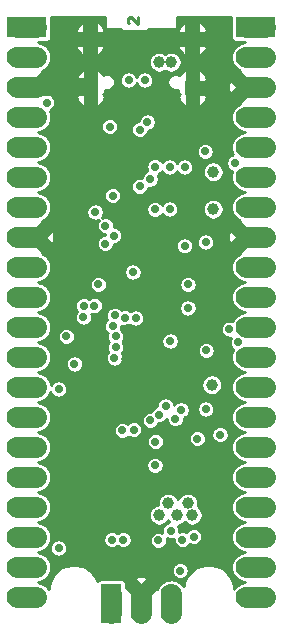
<source format=gbr>
G04 #@! TF.GenerationSoftware,KiCad,Pcbnew,5.1.12-84ad8e8a86~92~ubuntu18.04.1*
G04 #@! TF.CreationDate,2023-05-05T14:43:28+03:00*
G04 #@! TF.ProjectId,RP2040-PICO30_Rev_A,52503230-3430-42d5-9049-434f33305f52,A*
G04 #@! TF.SameCoordinates,Original*
G04 #@! TF.FileFunction,Copper,L2,Inr*
G04 #@! TF.FilePolarity,Positive*
%FSLAX46Y46*%
G04 Gerber Fmt 4.6, Leading zero omitted, Abs format (unit mm)*
G04 Created by KiCad (PCBNEW 5.1.12-84ad8e8a86~92~ubuntu18.04.1) date 2023-05-05 14:43:28*
%MOMM*%
%LPD*%
G01*
G04 APERTURE LIST*
G04 #@! TA.AperFunction,NonConductor*
%ADD10C,0.222250*%
G04 #@! TD*
G04 #@! TA.AperFunction,ComponentPad*
%ADD11C,1.000000*%
G04 #@! TD*
G04 #@! TA.AperFunction,ComponentPad*
%ADD12C,1.800000*%
G04 #@! TD*
G04 #@! TA.AperFunction,ComponentPad*
%ADD13C,1.778000*%
G04 #@! TD*
G04 #@! TA.AperFunction,ComponentPad*
%ADD14R,1.778000X1.778000*%
G04 #@! TD*
G04 #@! TA.AperFunction,ComponentPad*
%ADD15O,1.200000X2.200000*%
G04 #@! TD*
G04 #@! TA.AperFunction,ComponentPad*
%ADD16O,1.300000X2.000000*%
G04 #@! TD*
G04 #@! TA.AperFunction,ViaPad*
%ADD17C,0.700000*%
G04 #@! TD*
G04 #@! TA.AperFunction,ViaPad*
%ADD18C,1.000000*%
G04 #@! TD*
G04 #@! TA.AperFunction,Conductor*
%ADD19C,1.524000*%
G04 #@! TD*
G04 #@! TA.AperFunction,Conductor*
%ADD20C,1.778000*%
G04 #@! TD*
G04 #@! TA.AperFunction,Conductor*
%ADD21C,0.254000*%
G04 #@! TD*
G04 #@! TA.AperFunction,Conductor*
%ADD22C,0.100000*%
G04 #@! TD*
G04 APERTURE END LIST*
D10*
X149457833Y-65532000D02*
X149415500Y-65489666D01*
X149373166Y-65405000D01*
X149373166Y-65193333D01*
X149415500Y-65108666D01*
X149457833Y-65066333D01*
X149542500Y-65024000D01*
X149627166Y-65024000D01*
X149754166Y-65066333D01*
X150262166Y-65574333D01*
X150262166Y-65024000D01*
D11*
X151695000Y-93910000D03*
X149295000Y-93980000D03*
D12*
X150495000Y-92710000D03*
D11*
X151695000Y-91510000D03*
X149295000Y-91510000D03*
D13*
X141610000Y-73490000D03*
X141610000Y-70950000D03*
X141610000Y-68410000D03*
D14*
X141610000Y-65870000D03*
D13*
X141610000Y-76030000D03*
X141610000Y-78570000D03*
X141610000Y-83650000D03*
X141610000Y-81110000D03*
X141610000Y-86190000D03*
X141610000Y-88730000D03*
X141610000Y-93810000D03*
X141610000Y-91270000D03*
X141610000Y-96350000D03*
X141610000Y-98890000D03*
X141610000Y-103970000D03*
X141610000Y-101430000D03*
X141610000Y-111590000D03*
X141610000Y-114130000D03*
X141610000Y-109050000D03*
X141610000Y-106510000D03*
X159390000Y-73490000D03*
X159390000Y-70950000D03*
X159390000Y-68410000D03*
D14*
X159390000Y-65870000D03*
D13*
X159390000Y-76030000D03*
X159390000Y-78570000D03*
X159390000Y-83650000D03*
X159390000Y-81110000D03*
X159390000Y-86190000D03*
X159390000Y-88730000D03*
X159390000Y-93810000D03*
X159390000Y-91270000D03*
X159390000Y-96350000D03*
X159390000Y-98890000D03*
X159390000Y-103970000D03*
X159390000Y-101430000D03*
X159390000Y-111590000D03*
X159390000Y-114130000D03*
X159390000Y-109050000D03*
X159390000Y-106510000D03*
D14*
X147960000Y-113900000D03*
D13*
X150500000Y-113900000D03*
X153040000Y-113900000D03*
X153040000Y-115500000D03*
X150500000Y-115500000D03*
D14*
X147960000Y-115500000D03*
D13*
X140000000Y-106510000D03*
X140000000Y-109050000D03*
X140000000Y-114130000D03*
X140000000Y-111590000D03*
X140000000Y-101430000D03*
X140000000Y-103970000D03*
X140000000Y-98890000D03*
X140000000Y-96350000D03*
X140000000Y-91270000D03*
X140000000Y-93810000D03*
X140000000Y-88730000D03*
X140000000Y-86190000D03*
X140000000Y-81110000D03*
X140000000Y-83650000D03*
X140000000Y-78570000D03*
X140000000Y-76030000D03*
D14*
X140000000Y-65870000D03*
D13*
X140000000Y-68410000D03*
X140000000Y-70950000D03*
X140000000Y-73490000D03*
X161000000Y-73490000D03*
X161000000Y-70950000D03*
X161000000Y-68410000D03*
D14*
X161000000Y-65870000D03*
D13*
X161000000Y-76030000D03*
X161000000Y-78570000D03*
X161000000Y-83650000D03*
X161000000Y-81110000D03*
X161000000Y-86190000D03*
X161000000Y-88730000D03*
X161000000Y-93810000D03*
X161000000Y-91270000D03*
X161000000Y-96350000D03*
X161000000Y-98890000D03*
X161000000Y-103970000D03*
X161000000Y-101430000D03*
X161000000Y-111590000D03*
X161000000Y-114130000D03*
X161000000Y-109050000D03*
X161000000Y-106510000D03*
D15*
X154820000Y-71030000D03*
D16*
X154820000Y-66850000D03*
X146180000Y-66850000D03*
D15*
X146180000Y-71030000D03*
D17*
X148082000Y-77089000D03*
X155067000Y-75184000D03*
X152654000Y-74549000D03*
X152019000Y-73914000D03*
X147447000Y-76454000D03*
D18*
X155944979Y-86106000D03*
D17*
X156083000Y-89154000D03*
X154208012Y-81153857D03*
X149864960Y-85616232D03*
X155064612Y-75945523D03*
X144462500Y-76454000D03*
X144462500Y-78740000D03*
X158713373Y-95079999D03*
D18*
X152781000Y-104394000D03*
X151003000Y-104394000D03*
X154597010Y-96139000D03*
D17*
X150876000Y-101600000D03*
X149860000Y-102235000D03*
X148844000Y-102235000D03*
X156210000Y-100812600D03*
X144399000Y-85661500D03*
X144399000Y-83312000D03*
X147716008Y-99366582D03*
X144764990Y-106680000D03*
X144764990Y-104136560D03*
X144764990Y-98948127D03*
X143864982Y-94386399D03*
X147002500Y-109274957D03*
X154081660Y-108331443D03*
X156311600Y-100101400D03*
D18*
X146177000Y-65405000D03*
X154813000Y-65405000D03*
D17*
X149435390Y-70358000D03*
X150803393Y-70355229D03*
X151003000Y-73914000D03*
X150368000Y-74549000D03*
X149796500Y-86614000D03*
X155956000Y-84074000D03*
X147450002Y-82677000D03*
X151661984Y-102973016D03*
D18*
X154432000Y-106172000D03*
X152781000Y-106172000D03*
X153543000Y-107188000D03*
X152019000Y-107188000D03*
X154813000Y-107188000D03*
D17*
X151702176Y-100980010D03*
X154447010Y-87657714D03*
X154447010Y-89651664D03*
X148903360Y-100023847D03*
X145628132Y-89463878D03*
X144843500Y-94392886D03*
X155998010Y-93239451D03*
X149860000Y-99949000D03*
X154162990Y-84387002D03*
X152037243Y-98672449D03*
X151272010Y-99154009D03*
X151257000Y-78740000D03*
X152565158Y-97943527D03*
X146592021Y-81533523D03*
X158424454Y-77365009D03*
D18*
X156591000Y-78105000D03*
X156591000Y-81280000D03*
X156464000Y-96139000D03*
X152019006Y-68834000D03*
X153035000Y-68834000D03*
D17*
X147827992Y-74295000D03*
X152938254Y-92456000D03*
X143510000Y-109982000D03*
X143494990Y-96520000D03*
X150021802Y-90500473D03*
X146541788Y-89454305D03*
X148214263Y-93877991D03*
X153000005Y-108492995D03*
X148336000Y-92964000D03*
X153987500Y-109259956D03*
X154940000Y-109008010D03*
X144160127Y-92059873D03*
X148336283Y-92063989D03*
X151941800Y-109316058D03*
X148018500Y-109274957D03*
X142494000Y-72262986D03*
X145605488Y-90424000D03*
X148082000Y-91186000D03*
X148968023Y-109274957D03*
X155966052Y-98213054D03*
X157168628Y-100380800D03*
X157961446Y-91443219D03*
X153797000Y-111887000D03*
X153390472Y-99036328D03*
X153865783Y-98272063D03*
X158706619Y-92536390D03*
X155913990Y-76397462D03*
X155244125Y-100724828D03*
X148082000Y-80137000D03*
X150358991Y-79362994D03*
X148178328Y-83520318D03*
X151659498Y-77681004D03*
X152908000Y-77724000D03*
X147447000Y-84201000D03*
X154178000Y-77724000D03*
X149122170Y-90474316D03*
X152908000Y-81280000D03*
X148248044Y-90260012D03*
X151654974Y-81296974D03*
X146862800Y-87650020D03*
D19*
X141610000Y-70950000D02*
X145796000Y-70950000D01*
D20*
X140000000Y-70950000D02*
X141435000Y-70950000D01*
X141610000Y-70950000D02*
X141435000Y-70950000D01*
X140000000Y-83650000D02*
X141435000Y-83650000D01*
X141610000Y-83650000D02*
X141435000Y-83650000D01*
X150500000Y-115500000D02*
X150500000Y-114305000D01*
X150500000Y-114305000D02*
X150495000Y-114300000D01*
X150500000Y-113900000D02*
X150500000Y-114305000D01*
X161000000Y-83650000D02*
X159555000Y-83650000D01*
X159390000Y-83650000D02*
X159555000Y-83650000D01*
X161000000Y-70950000D02*
X159555000Y-70950000D01*
X159390000Y-70950000D02*
X159555000Y-70950000D01*
X161000000Y-76030000D02*
X159555000Y-76030000D01*
X159390000Y-76030000D02*
X159555000Y-76030000D01*
X153040000Y-115500000D02*
X153040000Y-114305000D01*
X153040000Y-113900000D02*
X153040000Y-114305000D01*
X147960000Y-115500000D02*
X147960000Y-114305000D01*
X147960000Y-113900000D02*
X147960000Y-114305000D01*
X161000000Y-91270000D02*
X159569951Y-91270000D01*
X159390000Y-91270000D02*
X159569951Y-91270000D01*
X161000000Y-68410000D02*
X159555000Y-68410000D01*
X159390000Y-68410000D02*
X159555000Y-68410000D01*
X161000000Y-65870000D02*
X159555000Y-65870000D01*
X159390000Y-65870000D02*
X159555000Y-65870000D01*
X140000000Y-106510000D02*
X141435000Y-106510000D01*
X141610000Y-106510000D02*
X141435000Y-106510000D01*
X140000000Y-109050000D02*
X141435000Y-109050000D01*
X141610000Y-109050000D02*
X141435000Y-109050000D01*
X140000000Y-114130000D02*
X141435000Y-114130000D01*
X141610000Y-114130000D02*
X141435000Y-114130000D01*
X140000000Y-111590000D02*
X141435000Y-111590000D01*
X141610000Y-111590000D02*
X141435000Y-111590000D01*
X140000000Y-101430000D02*
X141435000Y-101430000D01*
X141610000Y-101430000D02*
X141435000Y-101430000D01*
X140000000Y-103970000D02*
X141435000Y-103970000D01*
X141610000Y-103970000D02*
X141435000Y-103970000D01*
X140000000Y-98890000D02*
X141435000Y-98890000D01*
X141610000Y-98890000D02*
X141435000Y-98890000D01*
X140000000Y-96350000D02*
X141435000Y-96350000D01*
X141610000Y-96350000D02*
X141435000Y-96350000D01*
X140000000Y-91270000D02*
X141435000Y-91270000D01*
X141610000Y-91270000D02*
X141435000Y-91270000D01*
X140000000Y-93810000D02*
X141435000Y-93810000D01*
X141610000Y-93810000D02*
X141435000Y-93810000D01*
X140000000Y-88730000D02*
X141435000Y-88730000D01*
X141610000Y-88730000D02*
X141435000Y-88730000D01*
X140000000Y-86190000D02*
X141435000Y-86190000D01*
X141610000Y-86190000D02*
X141435000Y-86190000D01*
X140000000Y-81110000D02*
X141435000Y-81110000D01*
X141610000Y-81110000D02*
X141435000Y-81110000D01*
X140000000Y-78570000D02*
X141435000Y-78570000D01*
X141610000Y-78570000D02*
X141435000Y-78570000D01*
X140000000Y-76030000D02*
X141435000Y-76030000D01*
X141610000Y-76030000D02*
X141435000Y-76030000D01*
X140000000Y-65870000D02*
X141140000Y-65870000D01*
X141610000Y-65870000D02*
X141140000Y-65870000D01*
X140000000Y-68410000D02*
X141435000Y-68410000D01*
X141610000Y-68410000D02*
X141435000Y-68410000D01*
X140000000Y-73490000D02*
X141435000Y-73490000D01*
X141610000Y-73490000D02*
X141435000Y-73490000D01*
X161000000Y-106510000D02*
X159555000Y-106510000D01*
X159390000Y-106510000D02*
X159555000Y-106510000D01*
X161000000Y-109050000D02*
X159555000Y-109050000D01*
X159390000Y-109050000D02*
X159555000Y-109050000D01*
X161000000Y-114130000D02*
X159555000Y-114130000D01*
X159390000Y-114130000D02*
X159555000Y-114130000D01*
X161000000Y-111590000D02*
X159555000Y-111590000D01*
X159390000Y-111590000D02*
X159555000Y-111590000D01*
X161000000Y-101430000D02*
X159555000Y-101430000D01*
X159390000Y-101430000D02*
X159555000Y-101430000D01*
X161000000Y-103970000D02*
X159555000Y-103970000D01*
X159390000Y-103970000D02*
X159555000Y-103970000D01*
X161000000Y-98890000D02*
X159555000Y-98890000D01*
X159390000Y-98890000D02*
X159555000Y-98890000D01*
X161000000Y-96350000D02*
X159555000Y-96350000D01*
X159390000Y-96350000D02*
X159555000Y-96350000D01*
X161000000Y-93810000D02*
X160190000Y-93810000D01*
X159390000Y-93810000D02*
X160190000Y-93810000D01*
X161000000Y-88730000D02*
X159555000Y-88730000D01*
X159390000Y-88730000D02*
X159555000Y-88730000D01*
X161000000Y-86190000D02*
X159555000Y-86190000D01*
X159390000Y-86190000D02*
X159555000Y-86190000D01*
X161000000Y-81110000D02*
X159555000Y-81110000D01*
X159390000Y-81110000D02*
X159555000Y-81110000D01*
X161000000Y-78570000D02*
X159555000Y-78570000D01*
X159390000Y-78570000D02*
X159555000Y-78570000D01*
X161000000Y-73490000D02*
X159555000Y-73490000D01*
X159390000Y-73490000D02*
X159555000Y-73490000D01*
D21*
X147447000Y-65913000D02*
X147449440Y-65937776D01*
X147456667Y-65961601D01*
X147468403Y-65983557D01*
X147484197Y-66002803D01*
X147503443Y-66018597D01*
X147525399Y-66030333D01*
X147549224Y-66037560D01*
X147574000Y-66040000D01*
X148783357Y-66040000D01*
X148783357Y-66193458D01*
X151101107Y-66193458D01*
X151101107Y-66147872D01*
X153606761Y-66147872D01*
X153725363Y-66342000D01*
X154312000Y-66342000D01*
X154312000Y-65494826D01*
X155328000Y-65494826D01*
X155328000Y-66342000D01*
X155914637Y-66342000D01*
X156033239Y-66147872D01*
X155941230Y-65917947D01*
X155806133Y-65710390D01*
X155633139Y-65533177D01*
X155506389Y-65413678D01*
X155328000Y-65494826D01*
X154312000Y-65494826D01*
X154133611Y-65413678D01*
X154006861Y-65533177D01*
X153833867Y-65710390D01*
X153698770Y-65917947D01*
X153606761Y-66147872D01*
X151101107Y-66147872D01*
X151101107Y-66040000D01*
X153416000Y-66040000D01*
X153440776Y-66037560D01*
X153464601Y-66030333D01*
X153486557Y-66018597D01*
X153505803Y-66002803D01*
X153521597Y-65983557D01*
X153533333Y-65961601D01*
X153540560Y-65937776D01*
X153543000Y-65913000D01*
X153543000Y-65008000D01*
X158118157Y-65008000D01*
X158118157Y-65826332D01*
X158113856Y-65870000D01*
X158118157Y-65913668D01*
X158118157Y-66759000D01*
X158125513Y-66833689D01*
X158147299Y-66905508D01*
X158182678Y-66971696D01*
X158230289Y-67029711D01*
X158288304Y-67077322D01*
X158354492Y-67112701D01*
X158426311Y-67134487D01*
X158501000Y-67141843D01*
X159255651Y-67141843D01*
X159203415Y-67152233D01*
X159141037Y-67158377D01*
X159081059Y-67176571D01*
X159019555Y-67188805D01*
X158961620Y-67212803D01*
X158901641Y-67230997D01*
X158846361Y-67260545D01*
X158788429Y-67284541D01*
X158736296Y-67319375D01*
X158681012Y-67348925D01*
X158632555Y-67388693D01*
X158580422Y-67423527D01*
X158536086Y-67467863D01*
X158487630Y-67507630D01*
X158447863Y-67556086D01*
X158403527Y-67600422D01*
X158368693Y-67652555D01*
X158328925Y-67701012D01*
X158299375Y-67756296D01*
X158264541Y-67808429D01*
X158240545Y-67866361D01*
X158210997Y-67921641D01*
X158192803Y-67981620D01*
X158168805Y-68039555D01*
X158156571Y-68101059D01*
X158138377Y-68161037D01*
X158132233Y-68223415D01*
X158120000Y-68284916D01*
X158120000Y-68347620D01*
X158113856Y-68410000D01*
X158120000Y-68472380D01*
X158120000Y-68535084D01*
X158132233Y-68596585D01*
X158138377Y-68658963D01*
X158156571Y-68718941D01*
X158168805Y-68780445D01*
X158192803Y-68838380D01*
X158210997Y-68898359D01*
X158240545Y-68953639D01*
X158264541Y-69011571D01*
X158299375Y-69063704D01*
X158328925Y-69118988D01*
X158368693Y-69167445D01*
X158403527Y-69219578D01*
X158447863Y-69263914D01*
X158487630Y-69312370D01*
X158536086Y-69352137D01*
X158580422Y-69396473D01*
X158632555Y-69431307D01*
X158681012Y-69471075D01*
X158736296Y-69500625D01*
X158788429Y-69535459D01*
X158846361Y-69559455D01*
X158898859Y-69587516D01*
X158847536Y-69689115D01*
X159390000Y-70231580D01*
X159404143Y-70217438D01*
X159639000Y-70452295D01*
X159639000Y-70458109D01*
X159532651Y-70511831D01*
X159475363Y-70806515D01*
X159476666Y-71106714D01*
X159532651Y-71388169D01*
X159639000Y-71441891D01*
X159639000Y-71447705D01*
X159404143Y-71682563D01*
X159390000Y-71668420D01*
X158847536Y-72210885D01*
X158898859Y-72312484D01*
X158846361Y-72340545D01*
X158788429Y-72364541D01*
X158736296Y-72399375D01*
X158681012Y-72428925D01*
X158632555Y-72468693D01*
X158580422Y-72503527D01*
X158536086Y-72547863D01*
X158487630Y-72587630D01*
X158447863Y-72636086D01*
X158403527Y-72680422D01*
X158368693Y-72732555D01*
X158328925Y-72781012D01*
X158299375Y-72836296D01*
X158264541Y-72888429D01*
X158240545Y-72946361D01*
X158210997Y-73001641D01*
X158192803Y-73061620D01*
X158168805Y-73119555D01*
X158156571Y-73181059D01*
X158138377Y-73241037D01*
X158132233Y-73303415D01*
X158120000Y-73364916D01*
X158120000Y-73427620D01*
X158113856Y-73490000D01*
X158120000Y-73552380D01*
X158120000Y-73615084D01*
X158132233Y-73676585D01*
X158138377Y-73738963D01*
X158156571Y-73798941D01*
X158168805Y-73860445D01*
X158192803Y-73918380D01*
X158210997Y-73978359D01*
X158240545Y-74033639D01*
X158264541Y-74091571D01*
X158299375Y-74143704D01*
X158328925Y-74198988D01*
X158368693Y-74247445D01*
X158403527Y-74299578D01*
X158447863Y-74343914D01*
X158487630Y-74392370D01*
X158536086Y-74432137D01*
X158580422Y-74476473D01*
X158632555Y-74511307D01*
X158681012Y-74551075D01*
X158736296Y-74580625D01*
X158788429Y-74615459D01*
X158846361Y-74639455D01*
X158901641Y-74669003D01*
X158961620Y-74687197D01*
X159019555Y-74711195D01*
X159081059Y-74723429D01*
X159141037Y-74741623D01*
X159203415Y-74747767D01*
X159264916Y-74760000D01*
X159203415Y-74772233D01*
X159141037Y-74778377D01*
X159081059Y-74796571D01*
X159019555Y-74808805D01*
X158961620Y-74832803D01*
X158901641Y-74850997D01*
X158846361Y-74880545D01*
X158788429Y-74904541D01*
X158736296Y-74939375D01*
X158681012Y-74968925D01*
X158632555Y-75008693D01*
X158580422Y-75043527D01*
X158536086Y-75087863D01*
X158487630Y-75127630D01*
X158447863Y-75176086D01*
X158403527Y-75220422D01*
X158368693Y-75272555D01*
X158328925Y-75321012D01*
X158299375Y-75376296D01*
X158264541Y-75428429D01*
X158240545Y-75486361D01*
X158210997Y-75541641D01*
X158192803Y-75601620D01*
X158168805Y-75659555D01*
X158156571Y-75721059D01*
X158138377Y-75781037D01*
X158132233Y-75843415D01*
X158120000Y-75904916D01*
X158120000Y-75967620D01*
X158113856Y-76030000D01*
X158120000Y-76092380D01*
X158120000Y-76155084D01*
X158132233Y-76216585D01*
X158138377Y-76278963D01*
X158156571Y-76338941D01*
X158168805Y-76400445D01*
X158192803Y-76458380D01*
X158210997Y-76518359D01*
X158240545Y-76573639D01*
X158264541Y-76631571D01*
X158276293Y-76649159D01*
X158211229Y-76662101D01*
X158078196Y-76717205D01*
X157958469Y-76797204D01*
X157856649Y-76899024D01*
X157776650Y-77018751D01*
X157721546Y-77151784D01*
X157693454Y-77293012D01*
X157693454Y-77437006D01*
X157721546Y-77578234D01*
X157776650Y-77711267D01*
X157856649Y-77830994D01*
X157958469Y-77932814D01*
X158078196Y-78012813D01*
X158211229Y-78067917D01*
X158217650Y-78069194D01*
X158210997Y-78081641D01*
X158192803Y-78141620D01*
X158168805Y-78199555D01*
X158156571Y-78261059D01*
X158138377Y-78321037D01*
X158132233Y-78383415D01*
X158120000Y-78444916D01*
X158120000Y-78507620D01*
X158113856Y-78570000D01*
X158120000Y-78632380D01*
X158120000Y-78695084D01*
X158132233Y-78756585D01*
X158138377Y-78818963D01*
X158156571Y-78878941D01*
X158168805Y-78940445D01*
X158192803Y-78998380D01*
X158210997Y-79058359D01*
X158240545Y-79113639D01*
X158264541Y-79171571D01*
X158299375Y-79223704D01*
X158328925Y-79278988D01*
X158368693Y-79327445D01*
X158403527Y-79379578D01*
X158447863Y-79423914D01*
X158487630Y-79472370D01*
X158536086Y-79512137D01*
X158580422Y-79556473D01*
X158632555Y-79591307D01*
X158681012Y-79631075D01*
X158736296Y-79660625D01*
X158788429Y-79695459D01*
X158846361Y-79719455D01*
X158901641Y-79749003D01*
X158961620Y-79767197D01*
X159019555Y-79791195D01*
X159081059Y-79803429D01*
X159141037Y-79821623D01*
X159203415Y-79827767D01*
X159264916Y-79840000D01*
X159203415Y-79852233D01*
X159141037Y-79858377D01*
X159081059Y-79876571D01*
X159019555Y-79888805D01*
X158961620Y-79912803D01*
X158901641Y-79930997D01*
X158846361Y-79960545D01*
X158788429Y-79984541D01*
X158736296Y-80019375D01*
X158681012Y-80048925D01*
X158632555Y-80088693D01*
X158580422Y-80123527D01*
X158536086Y-80167863D01*
X158487630Y-80207630D01*
X158447863Y-80256086D01*
X158403527Y-80300422D01*
X158368693Y-80352555D01*
X158328925Y-80401012D01*
X158299375Y-80456296D01*
X158264541Y-80508429D01*
X158240545Y-80566361D01*
X158210997Y-80621641D01*
X158192803Y-80681620D01*
X158168805Y-80739555D01*
X158156571Y-80801059D01*
X158138377Y-80861037D01*
X158132233Y-80923415D01*
X158120000Y-80984916D01*
X158120000Y-81047620D01*
X158113856Y-81110000D01*
X158120000Y-81172380D01*
X158120000Y-81235084D01*
X158132233Y-81296585D01*
X158138377Y-81358963D01*
X158156571Y-81418941D01*
X158168805Y-81480445D01*
X158192803Y-81538380D01*
X158210997Y-81598359D01*
X158240545Y-81653639D01*
X158264541Y-81711571D01*
X158299375Y-81763704D01*
X158328925Y-81818988D01*
X158368693Y-81867445D01*
X158403527Y-81919578D01*
X158447863Y-81963914D01*
X158487630Y-82012370D01*
X158536086Y-82052137D01*
X158580422Y-82096473D01*
X158632555Y-82131307D01*
X158681012Y-82171075D01*
X158736296Y-82200625D01*
X158788429Y-82235459D01*
X158846361Y-82259455D01*
X158898859Y-82287516D01*
X158847536Y-82389115D01*
X159390000Y-82931580D01*
X159404143Y-82917438D01*
X159639000Y-83152295D01*
X159639000Y-83158109D01*
X159532651Y-83211831D01*
X159475363Y-83506515D01*
X159476666Y-83806714D01*
X159532651Y-84088169D01*
X159639000Y-84141891D01*
X159639000Y-84147705D01*
X159404143Y-84382563D01*
X159390000Y-84368420D01*
X158847536Y-84910885D01*
X158898859Y-85012484D01*
X158846361Y-85040545D01*
X158788429Y-85064541D01*
X158736296Y-85099375D01*
X158681012Y-85128925D01*
X158632555Y-85168693D01*
X158580422Y-85203527D01*
X158536086Y-85247863D01*
X158487630Y-85287630D01*
X158447863Y-85336086D01*
X158403527Y-85380422D01*
X158368693Y-85432555D01*
X158328925Y-85481012D01*
X158299375Y-85536296D01*
X158264541Y-85588429D01*
X158240545Y-85646361D01*
X158210997Y-85701641D01*
X158192803Y-85761620D01*
X158168805Y-85819555D01*
X158156571Y-85881059D01*
X158138377Y-85941037D01*
X158132233Y-86003415D01*
X158120000Y-86064916D01*
X158120000Y-86127620D01*
X158113856Y-86190000D01*
X158120000Y-86252380D01*
X158120000Y-86315084D01*
X158132233Y-86376585D01*
X158138377Y-86438963D01*
X158156571Y-86498941D01*
X158168805Y-86560445D01*
X158192803Y-86618380D01*
X158210997Y-86678359D01*
X158240545Y-86733639D01*
X158264541Y-86791571D01*
X158299375Y-86843704D01*
X158328925Y-86898988D01*
X158368693Y-86947445D01*
X158403527Y-86999578D01*
X158447863Y-87043914D01*
X158487630Y-87092370D01*
X158536086Y-87132137D01*
X158580422Y-87176473D01*
X158632555Y-87211307D01*
X158681012Y-87251075D01*
X158736296Y-87280625D01*
X158788429Y-87315459D01*
X158846361Y-87339455D01*
X158901641Y-87369003D01*
X158961620Y-87387197D01*
X159019555Y-87411195D01*
X159081059Y-87423429D01*
X159141037Y-87441623D01*
X159203415Y-87447767D01*
X159264916Y-87460000D01*
X159203415Y-87472233D01*
X159141037Y-87478377D01*
X159081059Y-87496571D01*
X159019555Y-87508805D01*
X158961620Y-87532803D01*
X158901641Y-87550997D01*
X158846361Y-87580545D01*
X158788429Y-87604541D01*
X158736296Y-87639375D01*
X158681012Y-87668925D01*
X158632555Y-87708693D01*
X158580422Y-87743527D01*
X158536086Y-87787863D01*
X158487630Y-87827630D01*
X158447863Y-87876086D01*
X158403527Y-87920422D01*
X158368693Y-87972555D01*
X158328925Y-88021012D01*
X158299375Y-88076296D01*
X158264541Y-88128429D01*
X158240545Y-88186361D01*
X158210997Y-88241641D01*
X158192803Y-88301620D01*
X158168805Y-88359555D01*
X158156571Y-88421059D01*
X158138377Y-88481037D01*
X158132233Y-88543415D01*
X158120000Y-88604916D01*
X158120000Y-88667620D01*
X158113856Y-88730000D01*
X158120000Y-88792380D01*
X158120000Y-88855084D01*
X158132233Y-88916585D01*
X158138377Y-88978963D01*
X158156571Y-89038941D01*
X158168805Y-89100445D01*
X158192803Y-89158380D01*
X158210997Y-89218359D01*
X158240545Y-89273639D01*
X158264541Y-89331571D01*
X158299375Y-89383704D01*
X158328925Y-89438988D01*
X158368693Y-89487445D01*
X158403527Y-89539578D01*
X158447863Y-89583914D01*
X158487630Y-89632370D01*
X158536086Y-89672137D01*
X158580422Y-89716473D01*
X158632555Y-89751307D01*
X158681012Y-89791075D01*
X158736296Y-89820625D01*
X158788429Y-89855459D01*
X158846361Y-89879455D01*
X158901641Y-89909003D01*
X158961620Y-89927197D01*
X159019555Y-89951195D01*
X159081059Y-89963429D01*
X159141037Y-89981623D01*
X159203415Y-89987767D01*
X159264916Y-90000000D01*
X159203415Y-90012233D01*
X159141037Y-90018377D01*
X159081059Y-90036571D01*
X159019555Y-90048805D01*
X158961620Y-90072803D01*
X158901641Y-90090997D01*
X158846361Y-90120545D01*
X158788429Y-90144541D01*
X158736296Y-90179375D01*
X158681012Y-90208925D01*
X158632555Y-90248693D01*
X158580422Y-90283527D01*
X158536086Y-90327863D01*
X158487630Y-90367630D01*
X158447863Y-90416086D01*
X158403527Y-90460422D01*
X158368693Y-90512555D01*
X158328925Y-90561012D01*
X158299375Y-90616296D01*
X158264541Y-90668429D01*
X158240545Y-90726361D01*
X158222499Y-90760122D01*
X158174671Y-90740311D01*
X158033443Y-90712219D01*
X157889449Y-90712219D01*
X157748221Y-90740311D01*
X157615188Y-90795415D01*
X157495461Y-90875414D01*
X157393641Y-90977234D01*
X157313642Y-91096961D01*
X157258538Y-91229994D01*
X157230446Y-91371222D01*
X157230446Y-91515216D01*
X157258538Y-91656444D01*
X157313642Y-91789477D01*
X157393641Y-91909204D01*
X157495461Y-92011024D01*
X157615188Y-92091023D01*
X157748221Y-92146127D01*
X157889449Y-92174219D01*
X158033443Y-92174219D01*
X158074967Y-92165959D01*
X158058815Y-92190132D01*
X158003711Y-92323165D01*
X157975619Y-92464393D01*
X157975619Y-92608387D01*
X158003711Y-92749615D01*
X158058815Y-92882648D01*
X158138814Y-93002375D01*
X158240634Y-93104195D01*
X158304437Y-93146827D01*
X158299375Y-93156296D01*
X158264541Y-93208429D01*
X158240545Y-93266361D01*
X158210997Y-93321641D01*
X158192803Y-93381620D01*
X158168805Y-93439555D01*
X158156571Y-93501059D01*
X158138377Y-93561037D01*
X158132233Y-93623415D01*
X158120000Y-93684916D01*
X158120000Y-93747620D01*
X158113856Y-93810000D01*
X158120000Y-93872380D01*
X158120000Y-93935084D01*
X158132233Y-93996585D01*
X158138377Y-94058963D01*
X158156571Y-94118941D01*
X158168805Y-94180445D01*
X158192803Y-94238380D01*
X158210997Y-94298359D01*
X158240545Y-94353639D01*
X158264541Y-94411571D01*
X158299375Y-94463704D01*
X158328925Y-94518988D01*
X158368693Y-94567445D01*
X158403527Y-94619578D01*
X158447863Y-94663914D01*
X158487630Y-94712370D01*
X158536086Y-94752137D01*
X158580422Y-94796473D01*
X158632555Y-94831307D01*
X158681012Y-94871075D01*
X158736296Y-94900625D01*
X158788429Y-94935459D01*
X158846361Y-94959455D01*
X158901641Y-94989003D01*
X158961620Y-95007197D01*
X159019555Y-95031195D01*
X159081059Y-95043429D01*
X159141037Y-95061623D01*
X159203415Y-95067767D01*
X159264916Y-95080000D01*
X159203415Y-95092233D01*
X159141037Y-95098377D01*
X159081059Y-95116571D01*
X159019555Y-95128805D01*
X158961620Y-95152803D01*
X158901641Y-95170997D01*
X158846361Y-95200545D01*
X158788429Y-95224541D01*
X158736296Y-95259375D01*
X158681012Y-95288925D01*
X158632555Y-95328693D01*
X158580422Y-95363527D01*
X158536086Y-95407863D01*
X158487630Y-95447630D01*
X158447863Y-95496086D01*
X158403527Y-95540422D01*
X158368693Y-95592555D01*
X158328925Y-95641012D01*
X158299375Y-95696296D01*
X158264541Y-95748429D01*
X158240545Y-95806361D01*
X158210997Y-95861641D01*
X158192803Y-95921620D01*
X158168805Y-95979555D01*
X158156571Y-96041059D01*
X158138377Y-96101037D01*
X158132233Y-96163415D01*
X158120000Y-96224916D01*
X158120000Y-96287620D01*
X158113856Y-96350000D01*
X158120000Y-96412380D01*
X158120000Y-96475084D01*
X158132233Y-96536585D01*
X158138377Y-96598963D01*
X158156571Y-96658941D01*
X158168805Y-96720445D01*
X158192803Y-96778380D01*
X158210997Y-96838359D01*
X158240545Y-96893639D01*
X158264541Y-96951571D01*
X158299375Y-97003704D01*
X158328925Y-97058988D01*
X158368693Y-97107445D01*
X158403527Y-97159578D01*
X158447863Y-97203914D01*
X158487630Y-97252370D01*
X158536086Y-97292137D01*
X158580422Y-97336473D01*
X158632555Y-97371307D01*
X158681012Y-97411075D01*
X158736296Y-97440625D01*
X158788429Y-97475459D01*
X158846361Y-97499455D01*
X158901641Y-97529003D01*
X158961620Y-97547197D01*
X159019555Y-97571195D01*
X159081059Y-97583429D01*
X159141037Y-97601623D01*
X159203415Y-97607767D01*
X159264916Y-97620000D01*
X159203415Y-97632233D01*
X159141037Y-97638377D01*
X159081059Y-97656571D01*
X159019555Y-97668805D01*
X158961620Y-97692803D01*
X158901641Y-97710997D01*
X158846361Y-97740545D01*
X158788429Y-97764541D01*
X158736296Y-97799375D01*
X158681012Y-97828925D01*
X158632555Y-97868693D01*
X158580422Y-97903527D01*
X158536086Y-97947863D01*
X158487630Y-97987630D01*
X158447863Y-98036086D01*
X158403527Y-98080422D01*
X158368693Y-98132555D01*
X158328925Y-98181012D01*
X158299375Y-98236296D01*
X158264541Y-98288429D01*
X158240545Y-98346361D01*
X158210997Y-98401641D01*
X158192803Y-98461620D01*
X158168805Y-98519555D01*
X158156571Y-98581059D01*
X158138377Y-98641037D01*
X158132233Y-98703415D01*
X158120000Y-98764916D01*
X158120000Y-98827620D01*
X158113856Y-98890000D01*
X158120000Y-98952380D01*
X158120000Y-99015084D01*
X158132233Y-99076585D01*
X158138377Y-99138963D01*
X158156571Y-99198941D01*
X158168805Y-99260445D01*
X158192803Y-99318380D01*
X158210997Y-99378359D01*
X158240545Y-99433639D01*
X158264541Y-99491571D01*
X158299375Y-99543704D01*
X158328925Y-99598988D01*
X158368693Y-99647445D01*
X158403527Y-99699578D01*
X158447863Y-99743914D01*
X158487630Y-99792370D01*
X158536086Y-99832137D01*
X158580422Y-99876473D01*
X158632555Y-99911307D01*
X158681012Y-99951075D01*
X158736296Y-99980625D01*
X158788429Y-100015459D01*
X158846361Y-100039455D01*
X158901641Y-100069003D01*
X158961620Y-100087197D01*
X159019555Y-100111195D01*
X159081059Y-100123429D01*
X159141037Y-100141623D01*
X159203415Y-100147767D01*
X159264916Y-100160000D01*
X159203415Y-100172233D01*
X159141037Y-100178377D01*
X159081059Y-100196571D01*
X159019555Y-100208805D01*
X158961620Y-100232803D01*
X158901641Y-100250997D01*
X158846361Y-100280545D01*
X158788429Y-100304541D01*
X158736296Y-100339375D01*
X158681012Y-100368925D01*
X158632555Y-100408693D01*
X158580422Y-100443527D01*
X158536086Y-100487863D01*
X158487630Y-100527630D01*
X158447863Y-100576086D01*
X158403527Y-100620422D01*
X158368693Y-100672555D01*
X158328925Y-100721012D01*
X158299375Y-100776296D01*
X158264541Y-100828429D01*
X158240545Y-100886361D01*
X158210997Y-100941641D01*
X158192803Y-101001620D01*
X158168805Y-101059555D01*
X158156571Y-101121059D01*
X158138377Y-101181037D01*
X158132233Y-101243415D01*
X158120000Y-101304916D01*
X158120000Y-101367620D01*
X158113856Y-101430000D01*
X158120000Y-101492380D01*
X158120000Y-101555084D01*
X158132233Y-101616585D01*
X158138377Y-101678963D01*
X158156571Y-101738941D01*
X158168805Y-101800445D01*
X158192803Y-101858380D01*
X158210997Y-101918359D01*
X158240545Y-101973639D01*
X158264541Y-102031571D01*
X158299375Y-102083704D01*
X158328925Y-102138988D01*
X158368693Y-102187445D01*
X158403527Y-102239578D01*
X158447863Y-102283914D01*
X158487630Y-102332370D01*
X158536086Y-102372137D01*
X158580422Y-102416473D01*
X158632555Y-102451307D01*
X158681012Y-102491075D01*
X158736296Y-102520625D01*
X158788429Y-102555459D01*
X158846361Y-102579455D01*
X158901641Y-102609003D01*
X158961620Y-102627197D01*
X159019555Y-102651195D01*
X159081059Y-102663429D01*
X159141037Y-102681623D01*
X159203415Y-102687767D01*
X159264916Y-102700000D01*
X159203415Y-102712233D01*
X159141037Y-102718377D01*
X159081059Y-102736571D01*
X159019555Y-102748805D01*
X158961620Y-102772803D01*
X158901641Y-102790997D01*
X158846361Y-102820545D01*
X158788429Y-102844541D01*
X158736296Y-102879375D01*
X158681012Y-102908925D01*
X158632555Y-102948693D01*
X158580422Y-102983527D01*
X158536086Y-103027863D01*
X158487630Y-103067630D01*
X158447863Y-103116086D01*
X158403527Y-103160422D01*
X158368693Y-103212555D01*
X158328925Y-103261012D01*
X158299375Y-103316296D01*
X158264541Y-103368429D01*
X158240545Y-103426361D01*
X158210997Y-103481641D01*
X158192803Y-103541620D01*
X158168805Y-103599555D01*
X158156571Y-103661059D01*
X158138377Y-103721037D01*
X158132233Y-103783415D01*
X158120000Y-103844916D01*
X158120000Y-103907620D01*
X158113856Y-103970000D01*
X158120000Y-104032380D01*
X158120000Y-104095084D01*
X158132233Y-104156585D01*
X158138377Y-104218963D01*
X158156571Y-104278941D01*
X158168805Y-104340445D01*
X158192803Y-104398380D01*
X158210997Y-104458359D01*
X158240545Y-104513639D01*
X158264541Y-104571571D01*
X158299375Y-104623704D01*
X158328925Y-104678988D01*
X158368693Y-104727445D01*
X158403527Y-104779578D01*
X158447863Y-104823914D01*
X158487630Y-104872370D01*
X158536086Y-104912137D01*
X158580422Y-104956473D01*
X158632555Y-104991307D01*
X158681012Y-105031075D01*
X158736296Y-105060625D01*
X158788429Y-105095459D01*
X158846361Y-105119455D01*
X158901641Y-105149003D01*
X158961620Y-105167197D01*
X159019555Y-105191195D01*
X159081059Y-105203429D01*
X159141037Y-105221623D01*
X159203415Y-105227767D01*
X159264916Y-105240000D01*
X159203415Y-105252233D01*
X159141037Y-105258377D01*
X159081059Y-105276571D01*
X159019555Y-105288805D01*
X158961620Y-105312803D01*
X158901641Y-105330997D01*
X158846361Y-105360545D01*
X158788429Y-105384541D01*
X158736296Y-105419375D01*
X158681012Y-105448925D01*
X158632555Y-105488693D01*
X158580422Y-105523527D01*
X158536086Y-105567863D01*
X158487630Y-105607630D01*
X158447863Y-105656086D01*
X158403527Y-105700422D01*
X158368693Y-105752555D01*
X158328925Y-105801012D01*
X158299375Y-105856296D01*
X158264541Y-105908429D01*
X158240545Y-105966361D01*
X158210997Y-106021641D01*
X158192803Y-106081620D01*
X158168805Y-106139555D01*
X158156571Y-106201059D01*
X158138377Y-106261037D01*
X158132233Y-106323415D01*
X158120000Y-106384916D01*
X158120000Y-106447620D01*
X158113856Y-106510000D01*
X158120000Y-106572380D01*
X158120000Y-106635084D01*
X158132233Y-106696585D01*
X158138377Y-106758963D01*
X158156571Y-106818941D01*
X158168805Y-106880445D01*
X158192803Y-106938380D01*
X158210997Y-106998359D01*
X158240545Y-107053639D01*
X158264541Y-107111571D01*
X158299375Y-107163704D01*
X158328925Y-107218988D01*
X158368693Y-107267445D01*
X158403527Y-107319578D01*
X158447863Y-107363914D01*
X158487630Y-107412370D01*
X158536086Y-107452137D01*
X158580422Y-107496473D01*
X158632555Y-107531307D01*
X158681012Y-107571075D01*
X158736296Y-107600625D01*
X158788429Y-107635459D01*
X158846361Y-107659455D01*
X158901641Y-107689003D01*
X158961620Y-107707197D01*
X159019555Y-107731195D01*
X159081059Y-107743429D01*
X159141037Y-107761623D01*
X159203415Y-107767767D01*
X159264916Y-107780000D01*
X159203415Y-107792233D01*
X159141037Y-107798377D01*
X159081059Y-107816571D01*
X159019555Y-107828805D01*
X158961620Y-107852803D01*
X158901641Y-107870997D01*
X158846361Y-107900545D01*
X158788429Y-107924541D01*
X158736296Y-107959375D01*
X158681012Y-107988925D01*
X158632555Y-108028693D01*
X158580422Y-108063527D01*
X158536086Y-108107863D01*
X158487630Y-108147630D01*
X158447863Y-108196086D01*
X158403527Y-108240422D01*
X158368693Y-108292555D01*
X158328925Y-108341012D01*
X158299375Y-108396296D01*
X158264541Y-108448429D01*
X158240545Y-108506361D01*
X158210997Y-108561641D01*
X158192803Y-108621620D01*
X158168805Y-108679555D01*
X158156571Y-108741059D01*
X158138377Y-108801037D01*
X158132233Y-108863415D01*
X158120000Y-108924916D01*
X158120000Y-108987620D01*
X158113856Y-109050000D01*
X158120000Y-109112380D01*
X158120000Y-109175084D01*
X158132233Y-109236585D01*
X158138377Y-109298963D01*
X158156571Y-109358941D01*
X158168805Y-109420445D01*
X158192803Y-109478380D01*
X158210997Y-109538359D01*
X158240545Y-109593639D01*
X158264541Y-109651571D01*
X158299375Y-109703704D01*
X158328925Y-109758988D01*
X158368693Y-109807445D01*
X158403527Y-109859578D01*
X158447863Y-109903914D01*
X158487630Y-109952370D01*
X158536086Y-109992137D01*
X158580422Y-110036473D01*
X158632555Y-110071307D01*
X158681012Y-110111075D01*
X158736296Y-110140625D01*
X158788429Y-110175459D01*
X158846361Y-110199455D01*
X158901641Y-110229003D01*
X158961620Y-110247197D01*
X159019555Y-110271195D01*
X159081059Y-110283429D01*
X159141037Y-110301623D01*
X159203415Y-110307767D01*
X159264916Y-110320000D01*
X159203415Y-110332233D01*
X159141037Y-110338377D01*
X159081059Y-110356571D01*
X159019555Y-110368805D01*
X158961620Y-110392803D01*
X158901641Y-110410997D01*
X158846361Y-110440545D01*
X158788429Y-110464541D01*
X158736296Y-110499375D01*
X158681012Y-110528925D01*
X158632555Y-110568693D01*
X158580422Y-110603527D01*
X158536086Y-110647863D01*
X158487630Y-110687630D01*
X158447863Y-110736086D01*
X158403527Y-110780422D01*
X158368693Y-110832555D01*
X158328925Y-110881012D01*
X158299375Y-110936296D01*
X158264541Y-110988429D01*
X158240545Y-111046361D01*
X158210997Y-111101641D01*
X158192803Y-111161620D01*
X158168805Y-111219555D01*
X158156571Y-111281059D01*
X158138377Y-111341037D01*
X158132233Y-111403415D01*
X158120000Y-111464916D01*
X158120000Y-111527620D01*
X158113856Y-111590000D01*
X158120000Y-111652380D01*
X158120000Y-111715084D01*
X158132233Y-111776585D01*
X158138377Y-111838963D01*
X158156571Y-111898941D01*
X158168805Y-111960445D01*
X158192803Y-112018380D01*
X158210997Y-112078359D01*
X158240545Y-112133639D01*
X158264541Y-112191571D01*
X158299375Y-112243704D01*
X158328925Y-112298988D01*
X158368693Y-112347445D01*
X158403527Y-112399578D01*
X158447863Y-112443914D01*
X158487630Y-112492370D01*
X158536086Y-112532137D01*
X158580422Y-112576473D01*
X158632555Y-112611307D01*
X158681012Y-112651075D01*
X158736296Y-112680625D01*
X158788429Y-112715459D01*
X158846361Y-112739455D01*
X158901641Y-112769003D01*
X158961620Y-112787197D01*
X159019555Y-112811195D01*
X159081059Y-112823429D01*
X159141037Y-112841623D01*
X159203415Y-112847767D01*
X159264916Y-112860000D01*
X159203415Y-112872233D01*
X159141037Y-112878377D01*
X159081059Y-112896571D01*
X159019555Y-112908805D01*
X158961620Y-112932803D01*
X158901641Y-112950997D01*
X158846361Y-112980545D01*
X158788429Y-113004541D01*
X158736296Y-113039375D01*
X158681012Y-113068925D01*
X158632555Y-113108693D01*
X158580422Y-113143527D01*
X158536086Y-113187863D01*
X158487630Y-113227630D01*
X158447863Y-113276086D01*
X158403527Y-113320422D01*
X158368693Y-113372555D01*
X158328925Y-113421012D01*
X158327000Y-113424613D01*
X158327000Y-113290509D01*
X158245261Y-112879577D01*
X158084923Y-112492488D01*
X157852149Y-112144116D01*
X157555884Y-111847851D01*
X157207512Y-111615077D01*
X156820423Y-111454739D01*
X156409491Y-111373000D01*
X155990509Y-111373000D01*
X155579577Y-111454739D01*
X155192488Y-111615077D01*
X154844116Y-111847851D01*
X154547851Y-112144116D01*
X154315077Y-112492488D01*
X154154739Y-112879577D01*
X154094407Y-113182887D01*
X154061307Y-113142555D01*
X154026473Y-113090422D01*
X153982137Y-113046086D01*
X153942370Y-112997630D01*
X153893916Y-112957865D01*
X153849578Y-112913527D01*
X153797441Y-112878690D01*
X153748987Y-112838925D01*
X153693708Y-112809378D01*
X153641571Y-112774541D01*
X153583635Y-112750543D01*
X153528358Y-112720997D01*
X153468383Y-112702804D01*
X153410445Y-112678805D01*
X153348939Y-112666571D01*
X153288962Y-112648377D01*
X153226586Y-112642233D01*
X153165084Y-112630000D01*
X153102380Y-112630000D01*
X153040000Y-112623856D01*
X152977620Y-112630000D01*
X152914916Y-112630000D01*
X152853415Y-112642233D01*
X152791037Y-112648377D01*
X152731059Y-112666571D01*
X152669555Y-112678805D01*
X152611620Y-112702803D01*
X152551641Y-112720997D01*
X152496361Y-112750545D01*
X152438429Y-112774541D01*
X152386296Y-112809375D01*
X152331012Y-112838925D01*
X152282555Y-112878693D01*
X152230422Y-112913527D01*
X152186086Y-112957863D01*
X152137630Y-112997630D01*
X152097865Y-113046084D01*
X152053527Y-113090422D01*
X152018690Y-113142559D01*
X151978925Y-113191013D01*
X151949378Y-113246292D01*
X151914541Y-113298429D01*
X151890543Y-113356365D01*
X151862485Y-113408859D01*
X151760885Y-113357536D01*
X151218420Y-113900000D01*
X151232563Y-113914143D01*
X151100705Y-114046000D01*
X150944912Y-114046000D01*
X150938169Y-114032651D01*
X150643485Y-113975363D01*
X150343286Y-113976666D01*
X150061831Y-114032651D01*
X150055088Y-114046000D01*
X149899295Y-114046000D01*
X149767438Y-113914143D01*
X149781580Y-113900000D01*
X149239115Y-113357536D01*
X149231843Y-113361209D01*
X149231843Y-113011000D01*
X149224487Y-112936311D01*
X149202701Y-112864492D01*
X149167322Y-112798304D01*
X149119711Y-112740289D01*
X149061696Y-112692678D01*
X148995508Y-112657299D01*
X148935564Y-112639115D01*
X149957536Y-112639115D01*
X150500000Y-113181580D01*
X151042464Y-112639115D01*
X150938169Y-112432651D01*
X150643485Y-112375363D01*
X150343286Y-112376666D01*
X150061831Y-112432651D01*
X149957536Y-112639115D01*
X148935564Y-112639115D01*
X148923689Y-112635513D01*
X148849000Y-112628157D01*
X148003668Y-112628157D01*
X147960000Y-112623856D01*
X147916332Y-112628157D01*
X147071000Y-112628157D01*
X146996311Y-112635513D01*
X146924492Y-112657299D01*
X146858304Y-112692678D01*
X146800289Y-112740289D01*
X146791834Y-112750592D01*
X146684923Y-112492488D01*
X146452149Y-112144116D01*
X146155884Y-111847851D01*
X146106724Y-111815003D01*
X153066000Y-111815003D01*
X153066000Y-111958997D01*
X153094092Y-112100225D01*
X153149196Y-112233258D01*
X153229195Y-112352985D01*
X153331015Y-112454805D01*
X153450742Y-112534804D01*
X153583775Y-112589908D01*
X153725003Y-112618000D01*
X153868997Y-112618000D01*
X154010225Y-112589908D01*
X154143258Y-112534804D01*
X154262985Y-112454805D01*
X154364805Y-112352985D01*
X154444804Y-112233258D01*
X154499908Y-112100225D01*
X154528000Y-111958997D01*
X154528000Y-111815003D01*
X154499908Y-111673775D01*
X154444804Y-111540742D01*
X154364805Y-111421015D01*
X154262985Y-111319195D01*
X154143258Y-111239196D01*
X154010225Y-111184092D01*
X153868997Y-111156000D01*
X153725003Y-111156000D01*
X153583775Y-111184092D01*
X153450742Y-111239196D01*
X153331015Y-111319195D01*
X153229195Y-111421015D01*
X153149196Y-111540742D01*
X153094092Y-111673775D01*
X153066000Y-111815003D01*
X146106724Y-111815003D01*
X145807512Y-111615077D01*
X145420423Y-111454739D01*
X145009491Y-111373000D01*
X144590509Y-111373000D01*
X144179577Y-111454739D01*
X143792488Y-111615077D01*
X143444116Y-111847851D01*
X143147851Y-112144116D01*
X142915077Y-112492488D01*
X142754739Y-112879577D01*
X142673000Y-113290509D01*
X142673000Y-113424613D01*
X142671075Y-113421012D01*
X142631307Y-113372555D01*
X142596473Y-113320422D01*
X142552137Y-113276086D01*
X142512370Y-113227630D01*
X142463914Y-113187863D01*
X142419578Y-113143527D01*
X142367445Y-113108693D01*
X142318988Y-113068925D01*
X142263704Y-113039375D01*
X142211571Y-113004541D01*
X142153639Y-112980545D01*
X142098359Y-112950997D01*
X142038380Y-112932803D01*
X141980445Y-112908805D01*
X141918941Y-112896571D01*
X141858963Y-112878377D01*
X141796585Y-112872233D01*
X141735084Y-112860000D01*
X141796585Y-112847767D01*
X141858963Y-112841623D01*
X141918941Y-112823429D01*
X141980445Y-112811195D01*
X142038380Y-112787197D01*
X142098359Y-112769003D01*
X142153639Y-112739455D01*
X142211571Y-112715459D01*
X142263704Y-112680625D01*
X142318988Y-112651075D01*
X142367445Y-112611307D01*
X142419578Y-112576473D01*
X142463914Y-112532137D01*
X142512370Y-112492370D01*
X142552137Y-112443914D01*
X142596473Y-112399578D01*
X142631307Y-112347445D01*
X142671075Y-112298988D01*
X142700625Y-112243704D01*
X142735459Y-112191571D01*
X142759455Y-112133639D01*
X142789003Y-112078359D01*
X142807197Y-112018380D01*
X142831195Y-111960445D01*
X142843429Y-111898941D01*
X142861623Y-111838963D01*
X142867767Y-111776585D01*
X142880000Y-111715084D01*
X142880000Y-111652380D01*
X142886144Y-111590000D01*
X142880000Y-111527620D01*
X142880000Y-111464916D01*
X142867767Y-111403415D01*
X142861623Y-111341037D01*
X142843429Y-111281059D01*
X142831195Y-111219555D01*
X142807197Y-111161620D01*
X142789003Y-111101641D01*
X142759455Y-111046361D01*
X142735459Y-110988429D01*
X142700625Y-110936296D01*
X142671075Y-110881012D01*
X142631307Y-110832555D01*
X142596473Y-110780422D01*
X142552137Y-110736086D01*
X142512370Y-110687630D01*
X142463914Y-110647863D01*
X142419578Y-110603527D01*
X142367445Y-110568693D01*
X142318988Y-110528925D01*
X142263704Y-110499375D01*
X142211571Y-110464541D01*
X142153639Y-110440545D01*
X142098359Y-110410997D01*
X142038380Y-110392803D01*
X141980445Y-110368805D01*
X141918941Y-110356571D01*
X141858963Y-110338377D01*
X141796585Y-110332233D01*
X141735084Y-110320000D01*
X141796585Y-110307767D01*
X141858963Y-110301623D01*
X141918941Y-110283429D01*
X141980445Y-110271195D01*
X142038380Y-110247197D01*
X142098359Y-110229003D01*
X142153639Y-110199455D01*
X142211571Y-110175459D01*
X142263704Y-110140625D01*
X142318988Y-110111075D01*
X142367445Y-110071307D01*
X142419578Y-110036473D01*
X142463914Y-109992137D01*
X142512370Y-109952370D01*
X142547139Y-109910003D01*
X142779000Y-109910003D01*
X142779000Y-110053997D01*
X142807092Y-110195225D01*
X142862196Y-110328258D01*
X142942195Y-110447985D01*
X143044015Y-110549805D01*
X143163742Y-110629804D01*
X143296775Y-110684908D01*
X143438003Y-110713000D01*
X143581997Y-110713000D01*
X143723225Y-110684908D01*
X143856258Y-110629804D01*
X143975985Y-110549805D01*
X144077805Y-110447985D01*
X144157804Y-110328258D01*
X144212908Y-110195225D01*
X144241000Y-110053997D01*
X144241000Y-109910003D01*
X144212908Y-109768775D01*
X144157804Y-109635742D01*
X144077805Y-109516015D01*
X143975985Y-109414195D01*
X143856258Y-109334196D01*
X143723225Y-109279092D01*
X143581997Y-109251000D01*
X143438003Y-109251000D01*
X143296775Y-109279092D01*
X143163742Y-109334196D01*
X143044015Y-109414195D01*
X142942195Y-109516015D01*
X142862196Y-109635742D01*
X142807092Y-109768775D01*
X142779000Y-109910003D01*
X142547139Y-109910003D01*
X142552137Y-109903914D01*
X142596473Y-109859578D01*
X142631307Y-109807445D01*
X142671075Y-109758988D01*
X142700625Y-109703704D01*
X142735459Y-109651571D01*
X142759455Y-109593639D01*
X142789003Y-109538359D01*
X142807197Y-109478380D01*
X142831195Y-109420445D01*
X142843429Y-109358941D01*
X142861623Y-109298963D01*
X142867767Y-109236585D01*
X142874455Y-109202960D01*
X147287500Y-109202960D01*
X147287500Y-109346954D01*
X147315592Y-109488182D01*
X147370696Y-109621215D01*
X147450695Y-109740942D01*
X147552515Y-109842762D01*
X147672242Y-109922761D01*
X147805275Y-109977865D01*
X147946503Y-110005957D01*
X148090497Y-110005957D01*
X148231725Y-109977865D01*
X148364758Y-109922761D01*
X148484485Y-109842762D01*
X148493262Y-109833986D01*
X148502038Y-109842762D01*
X148621765Y-109922761D01*
X148754798Y-109977865D01*
X148896026Y-110005957D01*
X149040020Y-110005957D01*
X149181248Y-109977865D01*
X149314281Y-109922761D01*
X149434008Y-109842762D01*
X149535828Y-109740942D01*
X149615827Y-109621215D01*
X149670931Y-109488182D01*
X149699023Y-109346954D01*
X149699023Y-109202960D01*
X149670931Y-109061732D01*
X149615827Y-108928699D01*
X149535828Y-108808972D01*
X149434008Y-108707152D01*
X149314281Y-108627153D01*
X149181248Y-108572049D01*
X149040020Y-108543957D01*
X148896026Y-108543957D01*
X148754798Y-108572049D01*
X148621765Y-108627153D01*
X148502038Y-108707152D01*
X148493262Y-108715929D01*
X148484485Y-108707152D01*
X148364758Y-108627153D01*
X148231725Y-108572049D01*
X148090497Y-108543957D01*
X147946503Y-108543957D01*
X147805275Y-108572049D01*
X147672242Y-108627153D01*
X147552515Y-108707152D01*
X147450695Y-108808972D01*
X147370696Y-108928699D01*
X147315592Y-109061732D01*
X147287500Y-109202960D01*
X142874455Y-109202960D01*
X142880000Y-109175084D01*
X142880000Y-109112380D01*
X142886144Y-109050000D01*
X142880000Y-108987620D01*
X142880000Y-108924916D01*
X142867767Y-108863415D01*
X142861623Y-108801037D01*
X142843429Y-108741059D01*
X142831195Y-108679555D01*
X142807197Y-108621620D01*
X142789003Y-108561641D01*
X142759455Y-108506361D01*
X142735459Y-108448429D01*
X142700625Y-108396296D01*
X142671075Y-108341012D01*
X142631307Y-108292555D01*
X142596473Y-108240422D01*
X142552137Y-108196086D01*
X142512370Y-108147630D01*
X142463914Y-108107863D01*
X142419578Y-108063527D01*
X142367445Y-108028693D01*
X142318988Y-107988925D01*
X142263704Y-107959375D01*
X142211571Y-107924541D01*
X142153639Y-107900545D01*
X142098359Y-107870997D01*
X142038380Y-107852803D01*
X141980445Y-107828805D01*
X141918941Y-107816571D01*
X141858963Y-107798377D01*
X141796585Y-107792233D01*
X141735084Y-107780000D01*
X141796585Y-107767767D01*
X141858963Y-107761623D01*
X141918941Y-107743429D01*
X141980445Y-107731195D01*
X142038380Y-107707197D01*
X142098359Y-107689003D01*
X142153639Y-107659455D01*
X142211571Y-107635459D01*
X142263704Y-107600625D01*
X142318988Y-107571075D01*
X142367445Y-107531307D01*
X142419578Y-107496473D01*
X142463914Y-107452137D01*
X142512370Y-107412370D01*
X142552137Y-107363914D01*
X142596473Y-107319578D01*
X142631307Y-107267445D01*
X142671075Y-107218988D01*
X142700625Y-107163704D01*
X142735459Y-107111571D01*
X142739742Y-107101229D01*
X151138000Y-107101229D01*
X151138000Y-107274771D01*
X151171856Y-107444978D01*
X151238268Y-107605310D01*
X151334682Y-107749605D01*
X151457395Y-107872318D01*
X151601690Y-107968732D01*
X151762022Y-108035144D01*
X151932229Y-108069000D01*
X152105771Y-108069000D01*
X152275978Y-108035144D01*
X152436310Y-107968732D01*
X152580605Y-107872318D01*
X152703318Y-107749605D01*
X152781000Y-107633345D01*
X152858682Y-107749605D01*
X152880518Y-107771441D01*
X152786780Y-107790087D01*
X152653747Y-107845191D01*
X152534020Y-107925190D01*
X152432200Y-108027010D01*
X152352201Y-108146737D01*
X152297097Y-108279770D01*
X152269005Y-108420998D01*
X152269005Y-108564992D01*
X152289773Y-108669400D01*
X152288058Y-108668254D01*
X152155025Y-108613150D01*
X152013797Y-108585058D01*
X151869803Y-108585058D01*
X151728575Y-108613150D01*
X151595542Y-108668254D01*
X151475815Y-108748253D01*
X151373995Y-108850073D01*
X151293996Y-108969800D01*
X151238892Y-109102833D01*
X151210800Y-109244061D01*
X151210800Y-109388055D01*
X151238892Y-109529283D01*
X151293996Y-109662316D01*
X151373995Y-109782043D01*
X151475815Y-109883863D01*
X151595542Y-109963862D01*
X151728575Y-110018966D01*
X151869803Y-110047058D01*
X152013797Y-110047058D01*
X152155025Y-110018966D01*
X152288058Y-109963862D01*
X152407785Y-109883863D01*
X152509605Y-109782043D01*
X152589604Y-109662316D01*
X152644708Y-109529283D01*
X152672800Y-109388055D01*
X152672800Y-109244061D01*
X152652032Y-109139653D01*
X152653747Y-109140799D01*
X152786780Y-109195903D01*
X152928008Y-109223995D01*
X153072002Y-109223995D01*
X153213230Y-109195903D01*
X153258663Y-109177084D01*
X153256500Y-109187959D01*
X153256500Y-109331953D01*
X153284592Y-109473181D01*
X153339696Y-109606214D01*
X153419695Y-109725941D01*
X153521515Y-109827761D01*
X153641242Y-109907760D01*
X153774275Y-109962864D01*
X153915503Y-109990956D01*
X154059497Y-109990956D01*
X154200725Y-109962864D01*
X154333758Y-109907760D01*
X154453485Y-109827761D01*
X154555305Y-109725941D01*
X154600337Y-109658546D01*
X154726775Y-109710918D01*
X154868003Y-109739010D01*
X155011997Y-109739010D01*
X155153225Y-109710918D01*
X155286258Y-109655814D01*
X155405985Y-109575815D01*
X155507805Y-109473995D01*
X155587804Y-109354268D01*
X155642908Y-109221235D01*
X155671000Y-109080007D01*
X155671000Y-108936013D01*
X155642908Y-108794785D01*
X155587804Y-108661752D01*
X155507805Y-108542025D01*
X155405985Y-108440205D01*
X155286258Y-108360206D01*
X155153225Y-108305102D01*
X155011997Y-108277010D01*
X154868003Y-108277010D01*
X154726775Y-108305102D01*
X154593742Y-108360206D01*
X154474015Y-108440205D01*
X154372195Y-108542025D01*
X154327163Y-108609420D01*
X154200725Y-108557048D01*
X154059497Y-108528956D01*
X153915503Y-108528956D01*
X153774275Y-108557048D01*
X153728842Y-108575867D01*
X153731005Y-108564992D01*
X153731005Y-108420998D01*
X153702913Y-108279770D01*
X153647809Y-108146737D01*
X153595867Y-108069000D01*
X153629771Y-108069000D01*
X153799978Y-108035144D01*
X153960310Y-107968732D01*
X154104605Y-107872318D01*
X154178000Y-107798923D01*
X154251395Y-107872318D01*
X154395690Y-107968732D01*
X154556022Y-108035144D01*
X154726229Y-108069000D01*
X154899771Y-108069000D01*
X155069978Y-108035144D01*
X155230310Y-107968732D01*
X155374605Y-107872318D01*
X155497318Y-107749605D01*
X155593732Y-107605310D01*
X155660144Y-107444978D01*
X155694000Y-107274771D01*
X155694000Y-107101229D01*
X155660144Y-106931022D01*
X155593732Y-106770690D01*
X155497318Y-106626395D01*
X155374605Y-106503682D01*
X155275601Y-106437530D01*
X155279144Y-106428978D01*
X155313000Y-106258771D01*
X155313000Y-106085229D01*
X155279144Y-105915022D01*
X155212732Y-105754690D01*
X155116318Y-105610395D01*
X154993605Y-105487682D01*
X154849310Y-105391268D01*
X154688978Y-105324856D01*
X154518771Y-105291000D01*
X154345229Y-105291000D01*
X154175022Y-105324856D01*
X154014690Y-105391268D01*
X153870395Y-105487682D01*
X153747682Y-105610395D01*
X153651268Y-105754690D01*
X153606500Y-105862769D01*
X153561732Y-105754690D01*
X153465318Y-105610395D01*
X153342605Y-105487682D01*
X153198310Y-105391268D01*
X153037978Y-105324856D01*
X152867771Y-105291000D01*
X152694229Y-105291000D01*
X152524022Y-105324856D01*
X152363690Y-105391268D01*
X152219395Y-105487682D01*
X152096682Y-105610395D01*
X152000268Y-105754690D01*
X151933856Y-105915022D01*
X151900000Y-106085229D01*
X151900000Y-106258771D01*
X151910455Y-106311331D01*
X151762022Y-106340856D01*
X151601690Y-106407268D01*
X151457395Y-106503682D01*
X151334682Y-106626395D01*
X151238268Y-106770690D01*
X151171856Y-106931022D01*
X151138000Y-107101229D01*
X142739742Y-107101229D01*
X142759455Y-107053639D01*
X142789003Y-106998359D01*
X142807197Y-106938380D01*
X142831195Y-106880445D01*
X142843429Y-106818941D01*
X142861623Y-106758963D01*
X142867767Y-106696585D01*
X142880000Y-106635084D01*
X142880000Y-106572380D01*
X142886144Y-106510000D01*
X142880000Y-106447620D01*
X142880000Y-106384916D01*
X142867767Y-106323415D01*
X142861623Y-106261037D01*
X142843429Y-106201059D01*
X142831195Y-106139555D01*
X142807197Y-106081620D01*
X142789003Y-106021641D01*
X142759455Y-105966361D01*
X142735459Y-105908429D01*
X142700625Y-105856296D01*
X142671075Y-105801012D01*
X142631307Y-105752555D01*
X142596473Y-105700422D01*
X142552137Y-105656086D01*
X142512370Y-105607630D01*
X142463914Y-105567863D01*
X142419578Y-105523527D01*
X142367445Y-105488693D01*
X142318988Y-105448925D01*
X142263704Y-105419375D01*
X142211571Y-105384541D01*
X142153639Y-105360545D01*
X142098359Y-105330997D01*
X142038380Y-105312803D01*
X141980445Y-105288805D01*
X141918941Y-105276571D01*
X141858963Y-105258377D01*
X141796585Y-105252233D01*
X141735084Y-105240000D01*
X141796585Y-105227767D01*
X141858963Y-105221623D01*
X141918941Y-105203429D01*
X141980445Y-105191195D01*
X142038380Y-105167197D01*
X142098359Y-105149003D01*
X142153639Y-105119455D01*
X142211571Y-105095459D01*
X142263704Y-105060625D01*
X142318988Y-105031075D01*
X142367445Y-104991307D01*
X142419578Y-104956473D01*
X142463914Y-104912137D01*
X142512370Y-104872370D01*
X142552137Y-104823914D01*
X142596473Y-104779578D01*
X142631307Y-104727445D01*
X142671075Y-104678988D01*
X142700625Y-104623704D01*
X142735459Y-104571571D01*
X142759455Y-104513639D01*
X142789003Y-104458359D01*
X142807197Y-104398380D01*
X142831195Y-104340445D01*
X142843429Y-104278941D01*
X142861623Y-104218963D01*
X142867767Y-104156585D01*
X142880000Y-104095084D01*
X142880000Y-104032380D01*
X142886144Y-103970000D01*
X142880000Y-103907620D01*
X142880000Y-103844916D01*
X142867767Y-103783415D01*
X142861623Y-103721037D01*
X142843429Y-103661059D01*
X142831195Y-103599555D01*
X142807197Y-103541620D01*
X142789003Y-103481641D01*
X142759455Y-103426361D01*
X142735459Y-103368429D01*
X142700625Y-103316296D01*
X142671075Y-103261012D01*
X142631307Y-103212555D01*
X142596473Y-103160422D01*
X142552137Y-103116086D01*
X142512370Y-103067630D01*
X142463914Y-103027863D01*
X142419578Y-102983527D01*
X142367445Y-102948693D01*
X142318988Y-102908925D01*
X142304197Y-102901019D01*
X150930984Y-102901019D01*
X150930984Y-103045013D01*
X150959076Y-103186241D01*
X151014180Y-103319274D01*
X151094179Y-103439001D01*
X151195999Y-103540821D01*
X151315726Y-103620820D01*
X151448759Y-103675924D01*
X151589987Y-103704016D01*
X151733981Y-103704016D01*
X151875209Y-103675924D01*
X152008242Y-103620820D01*
X152127969Y-103540821D01*
X152229789Y-103439001D01*
X152309788Y-103319274D01*
X152364892Y-103186241D01*
X152392984Y-103045013D01*
X152392984Y-102901019D01*
X152364892Y-102759791D01*
X152309788Y-102626758D01*
X152229789Y-102507031D01*
X152127969Y-102405211D01*
X152008242Y-102325212D01*
X151875209Y-102270108D01*
X151733981Y-102242016D01*
X151589987Y-102242016D01*
X151448759Y-102270108D01*
X151315726Y-102325212D01*
X151195999Y-102405211D01*
X151094179Y-102507031D01*
X151014180Y-102626758D01*
X150959076Y-102759791D01*
X150930984Y-102901019D01*
X142304197Y-102901019D01*
X142263704Y-102879375D01*
X142211571Y-102844541D01*
X142153639Y-102820545D01*
X142098359Y-102790997D01*
X142038380Y-102772803D01*
X141980445Y-102748805D01*
X141918941Y-102736571D01*
X141858963Y-102718377D01*
X141796585Y-102712233D01*
X141735084Y-102700000D01*
X141796585Y-102687767D01*
X141858963Y-102681623D01*
X141918941Y-102663429D01*
X141980445Y-102651195D01*
X142038380Y-102627197D01*
X142098359Y-102609003D01*
X142153639Y-102579455D01*
X142211571Y-102555459D01*
X142263704Y-102520625D01*
X142318988Y-102491075D01*
X142367445Y-102451307D01*
X142419578Y-102416473D01*
X142463914Y-102372137D01*
X142512370Y-102332370D01*
X142552137Y-102283914D01*
X142596473Y-102239578D01*
X142631307Y-102187445D01*
X142671075Y-102138988D01*
X142700625Y-102083704D01*
X142735459Y-102031571D01*
X142759455Y-101973639D01*
X142789003Y-101918359D01*
X142807197Y-101858380D01*
X142831195Y-101800445D01*
X142843429Y-101738941D01*
X142861623Y-101678963D01*
X142867767Y-101616585D01*
X142880000Y-101555084D01*
X142880000Y-101492380D01*
X142886144Y-101430000D01*
X142880000Y-101367620D01*
X142880000Y-101304916D01*
X142867767Y-101243415D01*
X142861623Y-101181037D01*
X142843429Y-101121059D01*
X142831195Y-101059555D01*
X142807197Y-101001620D01*
X142789003Y-100941641D01*
X142771029Y-100908013D01*
X150971176Y-100908013D01*
X150971176Y-101052007D01*
X150999268Y-101193235D01*
X151054372Y-101326268D01*
X151134371Y-101445995D01*
X151236191Y-101547815D01*
X151355918Y-101627814D01*
X151488951Y-101682918D01*
X151630179Y-101711010D01*
X151774173Y-101711010D01*
X151915401Y-101682918D01*
X152048434Y-101627814D01*
X152168161Y-101547815D01*
X152269981Y-101445995D01*
X152349980Y-101326268D01*
X152405084Y-101193235D01*
X152433176Y-101052007D01*
X152433176Y-100908013D01*
X152405084Y-100766785D01*
X152357883Y-100652831D01*
X154513125Y-100652831D01*
X154513125Y-100796825D01*
X154541217Y-100938053D01*
X154596321Y-101071086D01*
X154676320Y-101190813D01*
X154778140Y-101292633D01*
X154897867Y-101372632D01*
X155030900Y-101427736D01*
X155172128Y-101455828D01*
X155316122Y-101455828D01*
X155457350Y-101427736D01*
X155590383Y-101372632D01*
X155710110Y-101292633D01*
X155811930Y-101190813D01*
X155891929Y-101071086D01*
X155947033Y-100938053D01*
X155975125Y-100796825D01*
X155975125Y-100652831D01*
X155947033Y-100511603D01*
X155891929Y-100378570D01*
X155845313Y-100308803D01*
X156437628Y-100308803D01*
X156437628Y-100452797D01*
X156465720Y-100594025D01*
X156520824Y-100727058D01*
X156600823Y-100846785D01*
X156702643Y-100948605D01*
X156822370Y-101028604D01*
X156955403Y-101083708D01*
X157096631Y-101111800D01*
X157240625Y-101111800D01*
X157381853Y-101083708D01*
X157514886Y-101028604D01*
X157634613Y-100948605D01*
X157736433Y-100846785D01*
X157816432Y-100727058D01*
X157871536Y-100594025D01*
X157899628Y-100452797D01*
X157899628Y-100308803D01*
X157871536Y-100167575D01*
X157816432Y-100034542D01*
X157736433Y-99914815D01*
X157634613Y-99812995D01*
X157514886Y-99732996D01*
X157381853Y-99677892D01*
X157240625Y-99649800D01*
X157096631Y-99649800D01*
X156955403Y-99677892D01*
X156822370Y-99732996D01*
X156702643Y-99812995D01*
X156600823Y-99914815D01*
X156520824Y-100034542D01*
X156465720Y-100167575D01*
X156437628Y-100308803D01*
X155845313Y-100308803D01*
X155811930Y-100258843D01*
X155710110Y-100157023D01*
X155590383Y-100077024D01*
X155457350Y-100021920D01*
X155316122Y-99993828D01*
X155172128Y-99993828D01*
X155030900Y-100021920D01*
X154897867Y-100077024D01*
X154778140Y-100157023D01*
X154676320Y-100258843D01*
X154596321Y-100378570D01*
X154541217Y-100511603D01*
X154513125Y-100652831D01*
X152357883Y-100652831D01*
X152349980Y-100633752D01*
X152269981Y-100514025D01*
X152168161Y-100412205D01*
X152048434Y-100332206D01*
X151915401Y-100277102D01*
X151774173Y-100249010D01*
X151630179Y-100249010D01*
X151488951Y-100277102D01*
X151355918Y-100332206D01*
X151236191Y-100412205D01*
X151134371Y-100514025D01*
X151054372Y-100633752D01*
X150999268Y-100766785D01*
X150971176Y-100908013D01*
X142771029Y-100908013D01*
X142759455Y-100886361D01*
X142735459Y-100828429D01*
X142700625Y-100776296D01*
X142671075Y-100721012D01*
X142631307Y-100672555D01*
X142596473Y-100620422D01*
X142552137Y-100576086D01*
X142512370Y-100527630D01*
X142463914Y-100487863D01*
X142419578Y-100443527D01*
X142367445Y-100408693D01*
X142318988Y-100368925D01*
X142263704Y-100339375D01*
X142211571Y-100304541D01*
X142153639Y-100280545D01*
X142098359Y-100250997D01*
X142038380Y-100232803D01*
X141980445Y-100208805D01*
X141918941Y-100196571D01*
X141858963Y-100178377D01*
X141796585Y-100172233D01*
X141735084Y-100160000D01*
X141796585Y-100147767D01*
X141858963Y-100141623D01*
X141918941Y-100123429D01*
X141980445Y-100111195D01*
X142038380Y-100087197D01*
X142098359Y-100069003D01*
X142153639Y-100039455D01*
X142211571Y-100015459D01*
X142263704Y-99980625D01*
X142317538Y-99951850D01*
X148172360Y-99951850D01*
X148172360Y-100095844D01*
X148200452Y-100237072D01*
X148255556Y-100370105D01*
X148335555Y-100489832D01*
X148437375Y-100591652D01*
X148557102Y-100671651D01*
X148690135Y-100726755D01*
X148831363Y-100754847D01*
X148975357Y-100754847D01*
X149116585Y-100726755D01*
X149249618Y-100671651D01*
X149369345Y-100591652D01*
X149424094Y-100536903D01*
X149513742Y-100596804D01*
X149646775Y-100651908D01*
X149788003Y-100680000D01*
X149931997Y-100680000D01*
X150073225Y-100651908D01*
X150206258Y-100596804D01*
X150325985Y-100516805D01*
X150427805Y-100414985D01*
X150507804Y-100295258D01*
X150562908Y-100162225D01*
X150591000Y-100020997D01*
X150591000Y-99877003D01*
X150562908Y-99735775D01*
X150507804Y-99602742D01*
X150427805Y-99483015D01*
X150325985Y-99381195D01*
X150206258Y-99301196D01*
X150073225Y-99246092D01*
X149931997Y-99218000D01*
X149788003Y-99218000D01*
X149646775Y-99246092D01*
X149513742Y-99301196D01*
X149394015Y-99381195D01*
X149339266Y-99435944D01*
X149249618Y-99376043D01*
X149116585Y-99320939D01*
X148975357Y-99292847D01*
X148831363Y-99292847D01*
X148690135Y-99320939D01*
X148557102Y-99376043D01*
X148437375Y-99456042D01*
X148335555Y-99557862D01*
X148255556Y-99677589D01*
X148200452Y-99810622D01*
X148172360Y-99951850D01*
X142317538Y-99951850D01*
X142318988Y-99951075D01*
X142367445Y-99911307D01*
X142419578Y-99876473D01*
X142463914Y-99832137D01*
X142512370Y-99792370D01*
X142552137Y-99743914D01*
X142596473Y-99699578D01*
X142631307Y-99647445D01*
X142671075Y-99598988D01*
X142700625Y-99543704D01*
X142735459Y-99491571D01*
X142759455Y-99433639D01*
X142789003Y-99378359D01*
X142807197Y-99318380D01*
X142831195Y-99260445D01*
X142843429Y-99198941D01*
X142861623Y-99138963D01*
X142867232Y-99082012D01*
X150541010Y-99082012D01*
X150541010Y-99226006D01*
X150569102Y-99367234D01*
X150624206Y-99500267D01*
X150704205Y-99619994D01*
X150806025Y-99721814D01*
X150925752Y-99801813D01*
X151058785Y-99856917D01*
X151200013Y-99885009D01*
X151344007Y-99885009D01*
X151485235Y-99856917D01*
X151618268Y-99801813D01*
X151737995Y-99721814D01*
X151839815Y-99619994D01*
X151919814Y-99500267D01*
X151960323Y-99402470D01*
X151965246Y-99403449D01*
X152109240Y-99403449D01*
X152250468Y-99375357D01*
X152383501Y-99320253D01*
X152503228Y-99240254D01*
X152605048Y-99138434D01*
X152659472Y-99056983D01*
X152659472Y-99108325D01*
X152687564Y-99249553D01*
X152742668Y-99382586D01*
X152822667Y-99502313D01*
X152924487Y-99604133D01*
X153044214Y-99684132D01*
X153177247Y-99739236D01*
X153318475Y-99767328D01*
X153462469Y-99767328D01*
X153603697Y-99739236D01*
X153736730Y-99684132D01*
X153856457Y-99604133D01*
X153958277Y-99502313D01*
X154038276Y-99382586D01*
X154093380Y-99249553D01*
X154121472Y-99108325D01*
X154121472Y-98964331D01*
X154120195Y-98957911D01*
X154212041Y-98919867D01*
X154331768Y-98839868D01*
X154433588Y-98738048D01*
X154513587Y-98618321D01*
X154568691Y-98485288D01*
X154596783Y-98344060D01*
X154596783Y-98200066D01*
X154585046Y-98141057D01*
X155235052Y-98141057D01*
X155235052Y-98285051D01*
X155263144Y-98426279D01*
X155318248Y-98559312D01*
X155398247Y-98679039D01*
X155500067Y-98780859D01*
X155619794Y-98860858D01*
X155752827Y-98915962D01*
X155894055Y-98944054D01*
X156038049Y-98944054D01*
X156179277Y-98915962D01*
X156312310Y-98860858D01*
X156432037Y-98780859D01*
X156533857Y-98679039D01*
X156613856Y-98559312D01*
X156668960Y-98426279D01*
X156697052Y-98285051D01*
X156697052Y-98141057D01*
X156668960Y-97999829D01*
X156613856Y-97866796D01*
X156533857Y-97747069D01*
X156432037Y-97645249D01*
X156312310Y-97565250D01*
X156179277Y-97510146D01*
X156038049Y-97482054D01*
X155894055Y-97482054D01*
X155752827Y-97510146D01*
X155619794Y-97565250D01*
X155500067Y-97645249D01*
X155398247Y-97747069D01*
X155318248Y-97866796D01*
X155263144Y-97999829D01*
X155235052Y-98141057D01*
X154585046Y-98141057D01*
X154568691Y-98058838D01*
X154513587Y-97925805D01*
X154433588Y-97806078D01*
X154331768Y-97704258D01*
X154212041Y-97624259D01*
X154079008Y-97569155D01*
X153937780Y-97541063D01*
X153793786Y-97541063D01*
X153652558Y-97569155D01*
X153519525Y-97624259D01*
X153399798Y-97704258D01*
X153297978Y-97806078D01*
X153286543Y-97823192D01*
X153268066Y-97730302D01*
X153212962Y-97597269D01*
X153132963Y-97477542D01*
X153031143Y-97375722D01*
X152911416Y-97295723D01*
X152778383Y-97240619D01*
X152637155Y-97212527D01*
X152493161Y-97212527D01*
X152351933Y-97240619D01*
X152218900Y-97295723D01*
X152099173Y-97375722D01*
X151997353Y-97477542D01*
X151917354Y-97597269D01*
X151862250Y-97730302D01*
X151834158Y-97871530D01*
X151834158Y-97967524D01*
X151824018Y-97969541D01*
X151690985Y-98024645D01*
X151571258Y-98104644D01*
X151469438Y-98206464D01*
X151389439Y-98326191D01*
X151348930Y-98423988D01*
X151344007Y-98423009D01*
X151200013Y-98423009D01*
X151058785Y-98451101D01*
X150925752Y-98506205D01*
X150806025Y-98586204D01*
X150704205Y-98688024D01*
X150624206Y-98807751D01*
X150569102Y-98940784D01*
X150541010Y-99082012D01*
X142867232Y-99082012D01*
X142867767Y-99076585D01*
X142880000Y-99015084D01*
X142880000Y-98952380D01*
X142886144Y-98890000D01*
X142880000Y-98827620D01*
X142880000Y-98764916D01*
X142867767Y-98703415D01*
X142861623Y-98641037D01*
X142843429Y-98581059D01*
X142831195Y-98519555D01*
X142807197Y-98461620D01*
X142789003Y-98401641D01*
X142759455Y-98346361D01*
X142735459Y-98288429D01*
X142700625Y-98236296D01*
X142671075Y-98181012D01*
X142631307Y-98132555D01*
X142596473Y-98080422D01*
X142552137Y-98036086D01*
X142512370Y-97987630D01*
X142463914Y-97947863D01*
X142419578Y-97903527D01*
X142367445Y-97868693D01*
X142318988Y-97828925D01*
X142263704Y-97799375D01*
X142211571Y-97764541D01*
X142153639Y-97740545D01*
X142098359Y-97710997D01*
X142038380Y-97692803D01*
X141980445Y-97668805D01*
X141918941Y-97656571D01*
X141858963Y-97638377D01*
X141796585Y-97632233D01*
X141735084Y-97620000D01*
X141796585Y-97607767D01*
X141858963Y-97601623D01*
X141918941Y-97583429D01*
X141980445Y-97571195D01*
X142038380Y-97547197D01*
X142098359Y-97529003D01*
X142153639Y-97499455D01*
X142211571Y-97475459D01*
X142263704Y-97440625D01*
X142318988Y-97411075D01*
X142367445Y-97371307D01*
X142419578Y-97336473D01*
X142463914Y-97292137D01*
X142512370Y-97252370D01*
X142552137Y-97203914D01*
X142596473Y-97159578D01*
X142631307Y-97107445D01*
X142671075Y-97058988D01*
X142700625Y-97003704D01*
X142735459Y-96951571D01*
X142759455Y-96893639D01*
X142789003Y-96838359D01*
X142807197Y-96778380D01*
X142808992Y-96774048D01*
X142847186Y-96866258D01*
X142927185Y-96985985D01*
X143029005Y-97087805D01*
X143148732Y-97167804D01*
X143281765Y-97222908D01*
X143422993Y-97251000D01*
X143566987Y-97251000D01*
X143708215Y-97222908D01*
X143841248Y-97167804D01*
X143960975Y-97087805D01*
X144062795Y-96985985D01*
X144142794Y-96866258D01*
X144197898Y-96733225D01*
X144225990Y-96591997D01*
X144225990Y-96448003D01*
X144197898Y-96306775D01*
X144142794Y-96173742D01*
X144062795Y-96054015D01*
X144061009Y-96052229D01*
X155583000Y-96052229D01*
X155583000Y-96225771D01*
X155616856Y-96395978D01*
X155683268Y-96556310D01*
X155779682Y-96700605D01*
X155902395Y-96823318D01*
X156046690Y-96919732D01*
X156207022Y-96986144D01*
X156377229Y-97020000D01*
X156550771Y-97020000D01*
X156720978Y-96986144D01*
X156881310Y-96919732D01*
X157025605Y-96823318D01*
X157148318Y-96700605D01*
X157244732Y-96556310D01*
X157311144Y-96395978D01*
X157345000Y-96225771D01*
X157345000Y-96052229D01*
X157311144Y-95882022D01*
X157244732Y-95721690D01*
X157148318Y-95577395D01*
X157025605Y-95454682D01*
X156881310Y-95358268D01*
X156720978Y-95291856D01*
X156550771Y-95258000D01*
X156377229Y-95258000D01*
X156207022Y-95291856D01*
X156046690Y-95358268D01*
X155902395Y-95454682D01*
X155779682Y-95577395D01*
X155683268Y-95721690D01*
X155616856Y-95882022D01*
X155583000Y-96052229D01*
X144061009Y-96052229D01*
X143960975Y-95952195D01*
X143841248Y-95872196D01*
X143708215Y-95817092D01*
X143566987Y-95789000D01*
X143422993Y-95789000D01*
X143281765Y-95817092D01*
X143148732Y-95872196D01*
X143029005Y-95952195D01*
X142927185Y-96054015D01*
X142866009Y-96145571D01*
X142861623Y-96101037D01*
X142843429Y-96041059D01*
X142831195Y-95979555D01*
X142807197Y-95921620D01*
X142789003Y-95861641D01*
X142759455Y-95806361D01*
X142735459Y-95748429D01*
X142700625Y-95696296D01*
X142671075Y-95641012D01*
X142631307Y-95592555D01*
X142596473Y-95540422D01*
X142552137Y-95496086D01*
X142512370Y-95447630D01*
X142463914Y-95407863D01*
X142419578Y-95363527D01*
X142367445Y-95328693D01*
X142318988Y-95288925D01*
X142263704Y-95259375D01*
X142211571Y-95224541D01*
X142153639Y-95200545D01*
X142098359Y-95170997D01*
X142038380Y-95152803D01*
X141980445Y-95128805D01*
X141918941Y-95116571D01*
X141858963Y-95098377D01*
X141796585Y-95092233D01*
X141735084Y-95080000D01*
X141796585Y-95067767D01*
X141858963Y-95061623D01*
X141918941Y-95043429D01*
X141980445Y-95031195D01*
X142038380Y-95007197D01*
X142098359Y-94989003D01*
X142153639Y-94959455D01*
X142211571Y-94935459D01*
X142263704Y-94900625D01*
X142318988Y-94871075D01*
X142367445Y-94831307D01*
X142419578Y-94796473D01*
X142463914Y-94752137D01*
X142512370Y-94712370D01*
X142552137Y-94663914D01*
X142596473Y-94619578D01*
X142631307Y-94567445D01*
X142671075Y-94518988D01*
X142700625Y-94463704D01*
X142735459Y-94411571D01*
X142759455Y-94353639D01*
X142776960Y-94320889D01*
X144112500Y-94320889D01*
X144112500Y-94464883D01*
X144140592Y-94606111D01*
X144195696Y-94739144D01*
X144275695Y-94858871D01*
X144377515Y-94960691D01*
X144497242Y-95040690D01*
X144630275Y-95095794D01*
X144771503Y-95123886D01*
X144915497Y-95123886D01*
X145056725Y-95095794D01*
X145189758Y-95040690D01*
X145309485Y-94960691D01*
X145384285Y-94885891D01*
X148916610Y-94885891D01*
X148963264Y-95071180D01*
X149182517Y-95114931D01*
X149406093Y-95115068D01*
X149625399Y-95071585D01*
X149626736Y-95071180D01*
X149673390Y-94885891D01*
X149603390Y-94815891D01*
X151316610Y-94815891D01*
X151363264Y-95001180D01*
X151582517Y-95044931D01*
X151806093Y-95045068D01*
X152025399Y-95001585D01*
X152026736Y-95001180D01*
X152073390Y-94815891D01*
X151695000Y-94437502D01*
X151316610Y-94815891D01*
X149603390Y-94815891D01*
X149295000Y-94507502D01*
X148916610Y-94885891D01*
X145384285Y-94885891D01*
X145411305Y-94858871D01*
X145491304Y-94739144D01*
X145546408Y-94606111D01*
X145574500Y-94464883D01*
X145574500Y-94320889D01*
X145546408Y-94179661D01*
X145491304Y-94046628D01*
X145411305Y-93926901D01*
X145309485Y-93825081D01*
X145189758Y-93745082D01*
X145056725Y-93689978D01*
X144915497Y-93661886D01*
X144771503Y-93661886D01*
X144630275Y-93689978D01*
X144497242Y-93745082D01*
X144377515Y-93825081D01*
X144275695Y-93926901D01*
X144195696Y-94046628D01*
X144140592Y-94179661D01*
X144112500Y-94320889D01*
X142776960Y-94320889D01*
X142789003Y-94298359D01*
X142807197Y-94238380D01*
X142831195Y-94180445D01*
X142843429Y-94118941D01*
X142861623Y-94058963D01*
X142867767Y-93996585D01*
X142880000Y-93935084D01*
X142880000Y-93872380D01*
X142886144Y-93810000D01*
X142880000Y-93747620D01*
X142880000Y-93684916D01*
X142867767Y-93623415D01*
X142861623Y-93561037D01*
X142843429Y-93501059D01*
X142831195Y-93439555D01*
X142807197Y-93381620D01*
X142789003Y-93321641D01*
X142759455Y-93266361D01*
X142735459Y-93208429D01*
X142700625Y-93156296D01*
X142671075Y-93101012D01*
X142631307Y-93052555D01*
X142596473Y-93000422D01*
X142552137Y-92956086D01*
X142512370Y-92907630D01*
X142463914Y-92867863D01*
X142419578Y-92823527D01*
X142367445Y-92788693D01*
X142318988Y-92748925D01*
X142263704Y-92719375D01*
X142211571Y-92684541D01*
X142153639Y-92660545D01*
X142098359Y-92630997D01*
X142038380Y-92612803D01*
X141980445Y-92588805D01*
X141918941Y-92576571D01*
X141858963Y-92558377D01*
X141796585Y-92552233D01*
X141735084Y-92540000D01*
X141796585Y-92527767D01*
X141858963Y-92521623D01*
X141918941Y-92503429D01*
X141980445Y-92491195D01*
X142038380Y-92467197D01*
X142098359Y-92449003D01*
X142153639Y-92419455D01*
X142211571Y-92395459D01*
X142263704Y-92360625D01*
X142318988Y-92331075D01*
X142367445Y-92291307D01*
X142419578Y-92256473D01*
X142463914Y-92212137D01*
X142512370Y-92172370D01*
X142552137Y-92123914D01*
X142596473Y-92079578D01*
X142631307Y-92027445D01*
X142663780Y-91987876D01*
X143429127Y-91987876D01*
X143429127Y-92131870D01*
X143457219Y-92273098D01*
X143512323Y-92406131D01*
X143592322Y-92525858D01*
X143694142Y-92627678D01*
X143813869Y-92707677D01*
X143946902Y-92762781D01*
X144088130Y-92790873D01*
X144232124Y-92790873D01*
X144373352Y-92762781D01*
X144506385Y-92707677D01*
X144626112Y-92627678D01*
X144727932Y-92525858D01*
X144807931Y-92406131D01*
X144863035Y-92273098D01*
X144891127Y-92131870D01*
X144891127Y-91987876D01*
X144863035Y-91846648D01*
X144807931Y-91713615D01*
X144727932Y-91593888D01*
X144626112Y-91492068D01*
X144506385Y-91412069D01*
X144373352Y-91356965D01*
X144232124Y-91328873D01*
X144088130Y-91328873D01*
X143946902Y-91356965D01*
X143813869Y-91412069D01*
X143694142Y-91492068D01*
X143592322Y-91593888D01*
X143512323Y-91713615D01*
X143457219Y-91846648D01*
X143429127Y-91987876D01*
X142663780Y-91987876D01*
X142671075Y-91978988D01*
X142700625Y-91923704D01*
X142735459Y-91871571D01*
X142759455Y-91813639D01*
X142789003Y-91758359D01*
X142807197Y-91698380D01*
X142831195Y-91640445D01*
X142843429Y-91578941D01*
X142861623Y-91518963D01*
X142867767Y-91456585D01*
X142880000Y-91395084D01*
X142880000Y-91332380D01*
X142886144Y-91270000D01*
X142880000Y-91207620D01*
X142880000Y-91144916D01*
X142867767Y-91083415D01*
X142861623Y-91021037D01*
X142843429Y-90961059D01*
X142831195Y-90899555D01*
X142807197Y-90841620D01*
X142789003Y-90781641D01*
X142759455Y-90726361D01*
X142735459Y-90668429D01*
X142700625Y-90616296D01*
X142671075Y-90561012D01*
X142631307Y-90512555D01*
X142596473Y-90460422D01*
X142552137Y-90416086D01*
X142512370Y-90367630D01*
X142493329Y-90352003D01*
X144874488Y-90352003D01*
X144874488Y-90495997D01*
X144902580Y-90637225D01*
X144957684Y-90770258D01*
X145037683Y-90889985D01*
X145139503Y-90991805D01*
X145259230Y-91071804D01*
X145392263Y-91126908D01*
X145533491Y-91155000D01*
X145677485Y-91155000D01*
X145818713Y-91126908D01*
X145849868Y-91114003D01*
X147351000Y-91114003D01*
X147351000Y-91257997D01*
X147379092Y-91399225D01*
X147434196Y-91532258D01*
X147514195Y-91651985D01*
X147616015Y-91753805D01*
X147661068Y-91783908D01*
X147633375Y-91850764D01*
X147605283Y-91991992D01*
X147605283Y-92135986D01*
X147633375Y-92277214D01*
X147688479Y-92410247D01*
X147757659Y-92513783D01*
X147688196Y-92617742D01*
X147633092Y-92750775D01*
X147605000Y-92892003D01*
X147605000Y-93035997D01*
X147633092Y-93177225D01*
X147688196Y-93310258D01*
X147712233Y-93346231D01*
X147646458Y-93412006D01*
X147566459Y-93531733D01*
X147511355Y-93664766D01*
X147483263Y-93805994D01*
X147483263Y-93949988D01*
X147511355Y-94091216D01*
X147566459Y-94224249D01*
X147646458Y-94343976D01*
X147748278Y-94445796D01*
X147868005Y-94525795D01*
X148001038Y-94580899D01*
X148142266Y-94608991D01*
X148286260Y-94608991D01*
X148427488Y-94580899D01*
X148560521Y-94525795D01*
X148680248Y-94445796D01*
X148782068Y-94343976D01*
X148862067Y-94224249D01*
X148917171Y-94091216D01*
X148939293Y-93980000D01*
X149822502Y-93980000D01*
X150200891Y-94358390D01*
X150386180Y-94311736D01*
X150399462Y-94245176D01*
X150615918Y-94244782D01*
X150789109Y-94288390D01*
X150878414Y-94199085D01*
X150940053Y-94186824D01*
X150991425Y-94086074D01*
X151167498Y-93910000D01*
X152222502Y-93910000D01*
X152600891Y-94288390D01*
X152786180Y-94241736D01*
X152829931Y-94022483D01*
X152830068Y-93798907D01*
X152786585Y-93579601D01*
X152786180Y-93578264D01*
X152600891Y-93531610D01*
X152222502Y-93910000D01*
X151167498Y-93910000D01*
X150789109Y-93531610D01*
X150636592Y-93570012D01*
X150495000Y-93428420D01*
X150297488Y-93625932D01*
X150200891Y-93601610D01*
X149822502Y-93980000D01*
X148939293Y-93980000D01*
X148945263Y-93949988D01*
X148945263Y-93805994D01*
X148917171Y-93664766D01*
X148913058Y-93654835D01*
X149205197Y-93362696D01*
X149295000Y-93452498D01*
X149673390Y-93074109D01*
X149626736Y-92888820D01*
X149602580Y-92884000D01*
X149776580Y-92710000D01*
X151213420Y-92710000D01*
X151355012Y-92851592D01*
X151316610Y-93004109D01*
X151695000Y-93382498D01*
X151871074Y-93206425D01*
X151971824Y-93155053D01*
X151983939Y-93093560D01*
X152073390Y-93004109D01*
X152030225Y-92832678D01*
X152029782Y-92589082D01*
X152034987Y-92568410D01*
X152141803Y-92675226D01*
X152220822Y-92596207D01*
X152235346Y-92669225D01*
X152290450Y-92802258D01*
X152370449Y-92921985D01*
X152472269Y-93023805D01*
X152591996Y-93103804D01*
X152725029Y-93158908D01*
X152866257Y-93187000D01*
X153010251Y-93187000D01*
X153108515Y-93167454D01*
X155267010Y-93167454D01*
X155267010Y-93311448D01*
X155295102Y-93452676D01*
X155350206Y-93585709D01*
X155430205Y-93705436D01*
X155532025Y-93807256D01*
X155651752Y-93887255D01*
X155784785Y-93942359D01*
X155926013Y-93970451D01*
X156070007Y-93970451D01*
X156211235Y-93942359D01*
X156344268Y-93887255D01*
X156463995Y-93807256D01*
X156565815Y-93705436D01*
X156645814Y-93585709D01*
X156700918Y-93452676D01*
X156729010Y-93311448D01*
X156729010Y-93167454D01*
X156700918Y-93026226D01*
X156645814Y-92893193D01*
X156565815Y-92773466D01*
X156463995Y-92671646D01*
X156344268Y-92591647D01*
X156211235Y-92536543D01*
X156070007Y-92508451D01*
X155926013Y-92508451D01*
X155784785Y-92536543D01*
X155651752Y-92591647D01*
X155532025Y-92671646D01*
X155430205Y-92773466D01*
X155350206Y-92893193D01*
X155295102Y-93026226D01*
X155267010Y-93167454D01*
X153108515Y-93167454D01*
X153151479Y-93158908D01*
X153284512Y-93103804D01*
X153404239Y-93023805D01*
X153506059Y-92921985D01*
X153586058Y-92802258D01*
X153641162Y-92669225D01*
X153669254Y-92527997D01*
X153669254Y-92384003D01*
X153641162Y-92242775D01*
X153586058Y-92109742D01*
X153506059Y-91990015D01*
X153404239Y-91888195D01*
X153284512Y-91808196D01*
X153151479Y-91753092D01*
X153010251Y-91725000D01*
X152866257Y-91725000D01*
X152807127Y-91736762D01*
X152829931Y-91622483D01*
X152830068Y-91398907D01*
X152786585Y-91179601D01*
X152786180Y-91178264D01*
X152600891Y-91131610D01*
X152222502Y-91510000D01*
X152312304Y-91599803D01*
X151784803Y-92127304D01*
X151695000Y-92037502D01*
X151316610Y-92415891D01*
X151355012Y-92568408D01*
X151213420Y-92710000D01*
X149776580Y-92710000D01*
X149634988Y-92568408D01*
X149673390Y-92415891D01*
X149295000Y-92037502D01*
X149205197Y-92127304D01*
X149066637Y-91988744D01*
X149039191Y-91850764D01*
X148984087Y-91717731D01*
X148904088Y-91598004D01*
X148802268Y-91496184D01*
X148757215Y-91466081D01*
X148784908Y-91399225D01*
X148806322Y-91291571D01*
X148918724Y-91179169D01*
X149050173Y-91205316D01*
X149194167Y-91205316D01*
X149335395Y-91177224D01*
X149468428Y-91122120D01*
X149553090Y-91065551D01*
X149555817Y-91068278D01*
X149569583Y-91077476D01*
X149912304Y-91420197D01*
X149822502Y-91510000D01*
X150200891Y-91888390D01*
X150353408Y-91849988D01*
X150495000Y-91991580D01*
X150636592Y-91849988D01*
X150789109Y-91888390D01*
X151167498Y-91510000D01*
X150991425Y-91333926D01*
X150940053Y-91233176D01*
X150878560Y-91221061D01*
X150789109Y-91131610D01*
X150617678Y-91174775D01*
X150374082Y-91175218D01*
X150353410Y-91170013D01*
X150389415Y-91134008D01*
X150487787Y-91068278D01*
X150589607Y-90966458D01*
X150669606Y-90846731D01*
X150724710Y-90713698D01*
X150746508Y-90604109D01*
X151316610Y-90604109D01*
X151695000Y-90982498D01*
X152073390Y-90604109D01*
X152026736Y-90418820D01*
X151807483Y-90375069D01*
X151583907Y-90374932D01*
X151364601Y-90418415D01*
X151363264Y-90418820D01*
X151316610Y-90604109D01*
X150746508Y-90604109D01*
X150752802Y-90572470D01*
X150752802Y-90428476D01*
X150724710Y-90287248D01*
X150669606Y-90154215D01*
X150589607Y-90034488D01*
X150487787Y-89932668D01*
X150368060Y-89852669D01*
X150235027Y-89797565D01*
X150093799Y-89769473D01*
X149949805Y-89769473D01*
X149808577Y-89797565D01*
X149675544Y-89852669D01*
X149590882Y-89909238D01*
X149588155Y-89906511D01*
X149468428Y-89826512D01*
X149335395Y-89771408D01*
X149194167Y-89743316D01*
X149050173Y-89743316D01*
X148908945Y-89771408D01*
X148824192Y-89806514D01*
X148815849Y-89794027D01*
X148714029Y-89692207D01*
X148594302Y-89612208D01*
X148515741Y-89579667D01*
X153716010Y-89579667D01*
X153716010Y-89723661D01*
X153744102Y-89864889D01*
X153799206Y-89997922D01*
X153879205Y-90117649D01*
X153981025Y-90219469D01*
X154100752Y-90299468D01*
X154233785Y-90354572D01*
X154375013Y-90382664D01*
X154519007Y-90382664D01*
X154660235Y-90354572D01*
X154793268Y-90299468D01*
X154912995Y-90219469D01*
X155014815Y-90117649D01*
X155094814Y-89997922D01*
X155149918Y-89864889D01*
X155178010Y-89723661D01*
X155178010Y-89579667D01*
X155149918Y-89438439D01*
X155094814Y-89305406D01*
X155014815Y-89185679D01*
X154912995Y-89083859D01*
X154793268Y-89003860D01*
X154660235Y-88948756D01*
X154519007Y-88920664D01*
X154375013Y-88920664D01*
X154233785Y-88948756D01*
X154100752Y-89003860D01*
X153981025Y-89083859D01*
X153879205Y-89185679D01*
X153799206Y-89305406D01*
X153744102Y-89438439D01*
X153716010Y-89579667D01*
X148515741Y-89579667D01*
X148461269Y-89557104D01*
X148320041Y-89529012D01*
X148176047Y-89529012D01*
X148034819Y-89557104D01*
X147901786Y-89612208D01*
X147782059Y-89692207D01*
X147680239Y-89794027D01*
X147600240Y-89913754D01*
X147545136Y-90046787D01*
X147517044Y-90188015D01*
X147517044Y-90332009D01*
X147545136Y-90473237D01*
X147600240Y-90606270D01*
X147611335Y-90622875D01*
X147514195Y-90720015D01*
X147434196Y-90839742D01*
X147379092Y-90972775D01*
X147351000Y-91114003D01*
X145849868Y-91114003D01*
X145951746Y-91071804D01*
X146071473Y-90991805D01*
X146173293Y-90889985D01*
X146253292Y-90770258D01*
X146308396Y-90637225D01*
X146336488Y-90495997D01*
X146336488Y-90352003D01*
X146308396Y-90210775D01*
X146277438Y-90136037D01*
X146328563Y-90157213D01*
X146469791Y-90185305D01*
X146613785Y-90185305D01*
X146755013Y-90157213D01*
X146888046Y-90102109D01*
X147007773Y-90022110D01*
X147109593Y-89920290D01*
X147189592Y-89800563D01*
X147244696Y-89667530D01*
X147272788Y-89526302D01*
X147272788Y-89382308D01*
X147244696Y-89241080D01*
X147189592Y-89108047D01*
X147109593Y-88988320D01*
X147007773Y-88886500D01*
X146888046Y-88806501D01*
X146755013Y-88751397D01*
X146613785Y-88723305D01*
X146469791Y-88723305D01*
X146328563Y-88751397D01*
X146195530Y-88806501D01*
X146077796Y-88885168D01*
X145974390Y-88816074D01*
X145841357Y-88760970D01*
X145700129Y-88732878D01*
X145556135Y-88732878D01*
X145414907Y-88760970D01*
X145281874Y-88816074D01*
X145162147Y-88896073D01*
X145060327Y-88997893D01*
X144980328Y-89117620D01*
X144925224Y-89250653D01*
X144897132Y-89391881D01*
X144897132Y-89535875D01*
X144925224Y-89677103D01*
X144980328Y-89810136D01*
X145060327Y-89929863D01*
X145063081Y-89932617D01*
X145037683Y-89958015D01*
X144957684Y-90077742D01*
X144902580Y-90210775D01*
X144874488Y-90352003D01*
X142493329Y-90352003D01*
X142463914Y-90327863D01*
X142419578Y-90283527D01*
X142367445Y-90248693D01*
X142318988Y-90208925D01*
X142263704Y-90179375D01*
X142211571Y-90144541D01*
X142153639Y-90120545D01*
X142098359Y-90090997D01*
X142038380Y-90072803D01*
X141980445Y-90048805D01*
X141918941Y-90036571D01*
X141858963Y-90018377D01*
X141796585Y-90012233D01*
X141735084Y-90000000D01*
X141796585Y-89987767D01*
X141858963Y-89981623D01*
X141918941Y-89963429D01*
X141980445Y-89951195D01*
X142038380Y-89927197D01*
X142098359Y-89909003D01*
X142153639Y-89879455D01*
X142211571Y-89855459D01*
X142263704Y-89820625D01*
X142318988Y-89791075D01*
X142367445Y-89751307D01*
X142419578Y-89716473D01*
X142463914Y-89672137D01*
X142512370Y-89632370D01*
X142552137Y-89583914D01*
X142596473Y-89539578D01*
X142631307Y-89487445D01*
X142671075Y-89438988D01*
X142700625Y-89383704D01*
X142735459Y-89331571D01*
X142759455Y-89273639D01*
X142789003Y-89218359D01*
X142807197Y-89158380D01*
X142831195Y-89100445D01*
X142843429Y-89038941D01*
X142861623Y-88978963D01*
X142867767Y-88916585D01*
X142880000Y-88855084D01*
X142880000Y-88792380D01*
X142886144Y-88730000D01*
X142880000Y-88667620D01*
X142880000Y-88604916D01*
X142867767Y-88543415D01*
X142861623Y-88481037D01*
X142843429Y-88421059D01*
X142831195Y-88359555D01*
X142807197Y-88301620D01*
X142789003Y-88241641D01*
X142759455Y-88186361D01*
X142735459Y-88128429D01*
X142700625Y-88076296D01*
X142671075Y-88021012D01*
X142631307Y-87972555D01*
X142596473Y-87920422D01*
X142552137Y-87876086D01*
X142512370Y-87827630D01*
X142463914Y-87787863D01*
X142419578Y-87743527D01*
X142367445Y-87708693D01*
X142318988Y-87668925D01*
X142263704Y-87639375D01*
X142211571Y-87604541D01*
X142153639Y-87580545D01*
X142148921Y-87578023D01*
X146131800Y-87578023D01*
X146131800Y-87722017D01*
X146159892Y-87863245D01*
X146214996Y-87996278D01*
X146294995Y-88116005D01*
X146396815Y-88217825D01*
X146516542Y-88297824D01*
X146649575Y-88352928D01*
X146790803Y-88381020D01*
X146934797Y-88381020D01*
X147076025Y-88352928D01*
X147209058Y-88297824D01*
X147328785Y-88217825D01*
X147430605Y-88116005D01*
X147510604Y-87996278D01*
X147565708Y-87863245D01*
X147593800Y-87722017D01*
X147593800Y-87585717D01*
X153716010Y-87585717D01*
X153716010Y-87729711D01*
X153744102Y-87870939D01*
X153799206Y-88003972D01*
X153879205Y-88123699D01*
X153981025Y-88225519D01*
X154100752Y-88305518D01*
X154233785Y-88360622D01*
X154375013Y-88388714D01*
X154519007Y-88388714D01*
X154660235Y-88360622D01*
X154793268Y-88305518D01*
X154912995Y-88225519D01*
X155014815Y-88123699D01*
X155094814Y-88003972D01*
X155149918Y-87870939D01*
X155178010Y-87729711D01*
X155178010Y-87585717D01*
X155149918Y-87444489D01*
X155094814Y-87311456D01*
X155014815Y-87191729D01*
X154912995Y-87089909D01*
X154793268Y-87009910D01*
X154660235Y-86954806D01*
X154519007Y-86926714D01*
X154375013Y-86926714D01*
X154233785Y-86954806D01*
X154100752Y-87009910D01*
X153981025Y-87089909D01*
X153879205Y-87191729D01*
X153799206Y-87311456D01*
X153744102Y-87444489D01*
X153716010Y-87585717D01*
X147593800Y-87585717D01*
X147593800Y-87578023D01*
X147565708Y-87436795D01*
X147510604Y-87303762D01*
X147430605Y-87184035D01*
X147328785Y-87082215D01*
X147209058Y-87002216D01*
X147076025Y-86947112D01*
X146934797Y-86919020D01*
X146790803Y-86919020D01*
X146649575Y-86947112D01*
X146516542Y-87002216D01*
X146396815Y-87082215D01*
X146294995Y-87184035D01*
X146214996Y-87303762D01*
X146159892Y-87436795D01*
X146131800Y-87578023D01*
X142148921Y-87578023D01*
X142098359Y-87550997D01*
X142038380Y-87532803D01*
X141980445Y-87508805D01*
X141918941Y-87496571D01*
X141858963Y-87478377D01*
X141796585Y-87472233D01*
X141735084Y-87460000D01*
X141796585Y-87447767D01*
X141858963Y-87441623D01*
X141918941Y-87423429D01*
X141980445Y-87411195D01*
X142038380Y-87387197D01*
X142098359Y-87369003D01*
X142153639Y-87339455D01*
X142211571Y-87315459D01*
X142263704Y-87280625D01*
X142318988Y-87251075D01*
X142367445Y-87211307D01*
X142419578Y-87176473D01*
X142463914Y-87132137D01*
X142512370Y-87092370D01*
X142552137Y-87043914D01*
X142596473Y-86999578D01*
X142631307Y-86947445D01*
X142671075Y-86898988D01*
X142700625Y-86843704D01*
X142735459Y-86791571D01*
X142759455Y-86733639D01*
X142789003Y-86678359D01*
X142807197Y-86618380D01*
X142831195Y-86560445D01*
X142834863Y-86542003D01*
X149065500Y-86542003D01*
X149065500Y-86685997D01*
X149093592Y-86827225D01*
X149148696Y-86960258D01*
X149228695Y-87079985D01*
X149330515Y-87181805D01*
X149450242Y-87261804D01*
X149583275Y-87316908D01*
X149724503Y-87345000D01*
X149868497Y-87345000D01*
X150009725Y-87316908D01*
X150142758Y-87261804D01*
X150262485Y-87181805D01*
X150364305Y-87079985D01*
X150444304Y-86960258D01*
X150499408Y-86827225D01*
X150527500Y-86685997D01*
X150527500Y-86542003D01*
X150499408Y-86400775D01*
X150444304Y-86267742D01*
X150364305Y-86148015D01*
X150262485Y-86046195D01*
X150142758Y-85966196D01*
X150009725Y-85911092D01*
X149868497Y-85883000D01*
X149724503Y-85883000D01*
X149583275Y-85911092D01*
X149450242Y-85966196D01*
X149330515Y-86046195D01*
X149228695Y-86148015D01*
X149148696Y-86267742D01*
X149093592Y-86400775D01*
X149065500Y-86542003D01*
X142834863Y-86542003D01*
X142843429Y-86498941D01*
X142861623Y-86438963D01*
X142867767Y-86376585D01*
X142880000Y-86315084D01*
X142880000Y-86252380D01*
X142886144Y-86190000D01*
X142880000Y-86127620D01*
X142880000Y-86064916D01*
X142867767Y-86003415D01*
X142861623Y-85941037D01*
X142843429Y-85881059D01*
X142831195Y-85819555D01*
X142807197Y-85761620D01*
X142789003Y-85701641D01*
X142759455Y-85646361D01*
X142735459Y-85588429D01*
X142700625Y-85536296D01*
X142671075Y-85481012D01*
X142631307Y-85432555D01*
X142596473Y-85380422D01*
X142552137Y-85336086D01*
X142512370Y-85287630D01*
X142463914Y-85247863D01*
X142419578Y-85203527D01*
X142367445Y-85168693D01*
X142318988Y-85128925D01*
X142263704Y-85099375D01*
X142211571Y-85064541D01*
X142153639Y-85040545D01*
X142101141Y-85012484D01*
X142152464Y-84910885D01*
X141610000Y-84368420D01*
X141595858Y-84382563D01*
X141416761Y-84203466D01*
X141416761Y-84113723D01*
X141467349Y-84088169D01*
X141524637Y-83793485D01*
X141524015Y-83650000D01*
X142328420Y-83650000D01*
X142870885Y-84192464D01*
X143077349Y-84088169D01*
X143134637Y-83793485D01*
X143133334Y-83493286D01*
X143077349Y-83211831D01*
X142870885Y-83107536D01*
X142328420Y-83650000D01*
X141524015Y-83650000D01*
X141523334Y-83493286D01*
X141467349Y-83211831D01*
X141416761Y-83186277D01*
X141416761Y-83096534D01*
X141595858Y-82917438D01*
X141610000Y-82931580D01*
X142152464Y-82389115D01*
X142101141Y-82287516D01*
X142153639Y-82259455D01*
X142211571Y-82235459D01*
X142263704Y-82200625D01*
X142318988Y-82171075D01*
X142367445Y-82131307D01*
X142419578Y-82096473D01*
X142463914Y-82052137D01*
X142512370Y-82012370D01*
X142552137Y-81963914D01*
X142596473Y-81919578D01*
X142631307Y-81867445D01*
X142671075Y-81818988D01*
X142700625Y-81763704D01*
X142735459Y-81711571D01*
X142759455Y-81653639D01*
X142789003Y-81598359D01*
X142807197Y-81538380D01*
X142831195Y-81480445D01*
X142834958Y-81461526D01*
X145861021Y-81461526D01*
X145861021Y-81605520D01*
X145889113Y-81746748D01*
X145944217Y-81879781D01*
X146024216Y-81999508D01*
X146126036Y-82101328D01*
X146245763Y-82181327D01*
X146378796Y-82236431D01*
X146520024Y-82264523D01*
X146664018Y-82264523D01*
X146805246Y-82236431D01*
X146893222Y-82199990D01*
X146882197Y-82211015D01*
X146802198Y-82330742D01*
X146747094Y-82463775D01*
X146719002Y-82605003D01*
X146719002Y-82748997D01*
X146747094Y-82890225D01*
X146802198Y-83023258D01*
X146882197Y-83142985D01*
X146984017Y-83244805D01*
X147103744Y-83324804D01*
X147236777Y-83379908D01*
X147378005Y-83408000D01*
X147455348Y-83408000D01*
X147447328Y-83448321D01*
X147447328Y-83470000D01*
X147375003Y-83470000D01*
X147233775Y-83498092D01*
X147100742Y-83553196D01*
X146981015Y-83633195D01*
X146879195Y-83735015D01*
X146799196Y-83854742D01*
X146744092Y-83987775D01*
X146716000Y-84129003D01*
X146716000Y-84272997D01*
X146744092Y-84414225D01*
X146799196Y-84547258D01*
X146879195Y-84666985D01*
X146981015Y-84768805D01*
X147100742Y-84848804D01*
X147233775Y-84903908D01*
X147375003Y-84932000D01*
X147518997Y-84932000D01*
X147660225Y-84903908D01*
X147793258Y-84848804D01*
X147912985Y-84768805D01*
X148014805Y-84666985D01*
X148094804Y-84547258D01*
X148149908Y-84414225D01*
X148169644Y-84315005D01*
X153431990Y-84315005D01*
X153431990Y-84458999D01*
X153460082Y-84600227D01*
X153515186Y-84733260D01*
X153595185Y-84852987D01*
X153697005Y-84954807D01*
X153816732Y-85034806D01*
X153949765Y-85089910D01*
X154090993Y-85118002D01*
X154234987Y-85118002D01*
X154376215Y-85089910D01*
X154509248Y-85034806D01*
X154628975Y-84954807D01*
X154730795Y-84852987D01*
X154810794Y-84733260D01*
X154865898Y-84600227D01*
X154893990Y-84458999D01*
X154893990Y-84315005D01*
X154865898Y-84173777D01*
X154810794Y-84040744D01*
X154784909Y-84002003D01*
X155225000Y-84002003D01*
X155225000Y-84145997D01*
X155253092Y-84287225D01*
X155308196Y-84420258D01*
X155388195Y-84539985D01*
X155490015Y-84641805D01*
X155609742Y-84721804D01*
X155742775Y-84776908D01*
X155884003Y-84805000D01*
X156027997Y-84805000D01*
X156169225Y-84776908D01*
X156302258Y-84721804D01*
X156421985Y-84641805D01*
X156523805Y-84539985D01*
X156603804Y-84420258D01*
X156658908Y-84287225D01*
X156687000Y-84145997D01*
X156687000Y-84002003D01*
X156658908Y-83860775D01*
X156603804Y-83727742D01*
X156523805Y-83608015D01*
X156422305Y-83506515D01*
X157865363Y-83506515D01*
X157866666Y-83806714D01*
X157922651Y-84088169D01*
X158129115Y-84192464D01*
X158671580Y-83650000D01*
X158129115Y-83107536D01*
X157922651Y-83211831D01*
X157865363Y-83506515D01*
X156422305Y-83506515D01*
X156421985Y-83506195D01*
X156302258Y-83426196D01*
X156169225Y-83371092D01*
X156027997Y-83343000D01*
X155884003Y-83343000D01*
X155742775Y-83371092D01*
X155609742Y-83426196D01*
X155490015Y-83506195D01*
X155388195Y-83608015D01*
X155308196Y-83727742D01*
X155253092Y-83860775D01*
X155225000Y-84002003D01*
X154784909Y-84002003D01*
X154730795Y-83921017D01*
X154628975Y-83819197D01*
X154509248Y-83739198D01*
X154376215Y-83684094D01*
X154234987Y-83656002D01*
X154090993Y-83656002D01*
X153949765Y-83684094D01*
X153816732Y-83739198D01*
X153697005Y-83819197D01*
X153595185Y-83921017D01*
X153515186Y-84040744D01*
X153460082Y-84173777D01*
X153431990Y-84315005D01*
X148169644Y-84315005D01*
X148178000Y-84272997D01*
X148178000Y-84251318D01*
X148250325Y-84251318D01*
X148391553Y-84223226D01*
X148524586Y-84168122D01*
X148644313Y-84088123D01*
X148746133Y-83986303D01*
X148826132Y-83866576D01*
X148881236Y-83733543D01*
X148909328Y-83592315D01*
X148909328Y-83448321D01*
X148881236Y-83307093D01*
X148826132Y-83174060D01*
X148746133Y-83054333D01*
X148644313Y-82952513D01*
X148524586Y-82872514D01*
X148391553Y-82817410D01*
X148250325Y-82789318D01*
X148172982Y-82789318D01*
X148181002Y-82748997D01*
X148181002Y-82605003D01*
X148152910Y-82463775D01*
X148097806Y-82330742D01*
X148017807Y-82211015D01*
X147915987Y-82109195D01*
X147796260Y-82029196D01*
X147663227Y-81974092D01*
X147521999Y-81946000D01*
X147378005Y-81946000D01*
X147236777Y-81974092D01*
X147148801Y-82010533D01*
X147159826Y-81999508D01*
X147239825Y-81879781D01*
X147294929Y-81746748D01*
X147323021Y-81605520D01*
X147323021Y-81461526D01*
X147294929Y-81320298D01*
X147255446Y-81224977D01*
X150923974Y-81224977D01*
X150923974Y-81368971D01*
X150952066Y-81510199D01*
X151007170Y-81643232D01*
X151087169Y-81762959D01*
X151188989Y-81864779D01*
X151308716Y-81944778D01*
X151441749Y-81999882D01*
X151582977Y-82027974D01*
X151726971Y-82027974D01*
X151868199Y-81999882D01*
X152001232Y-81944778D01*
X152120959Y-81864779D01*
X152222779Y-81762959D01*
X152287158Y-81666609D01*
X152340195Y-81745985D01*
X152442015Y-81847805D01*
X152561742Y-81927804D01*
X152694775Y-81982908D01*
X152836003Y-82011000D01*
X152979997Y-82011000D01*
X153121225Y-81982908D01*
X153254258Y-81927804D01*
X153373985Y-81847805D01*
X153475805Y-81745985D01*
X153555804Y-81626258D01*
X153610908Y-81493225D01*
X153639000Y-81351997D01*
X153639000Y-81208003D01*
X153636062Y-81193229D01*
X155710000Y-81193229D01*
X155710000Y-81366771D01*
X155743856Y-81536978D01*
X155810268Y-81697310D01*
X155906682Y-81841605D01*
X156029395Y-81964318D01*
X156173690Y-82060732D01*
X156334022Y-82127144D01*
X156504229Y-82161000D01*
X156677771Y-82161000D01*
X156847978Y-82127144D01*
X157008310Y-82060732D01*
X157152605Y-81964318D01*
X157275318Y-81841605D01*
X157371732Y-81697310D01*
X157438144Y-81536978D01*
X157472000Y-81366771D01*
X157472000Y-81193229D01*
X157438144Y-81023022D01*
X157371732Y-80862690D01*
X157275318Y-80718395D01*
X157152605Y-80595682D01*
X157008310Y-80499268D01*
X156847978Y-80432856D01*
X156677771Y-80399000D01*
X156504229Y-80399000D01*
X156334022Y-80432856D01*
X156173690Y-80499268D01*
X156029395Y-80595682D01*
X155906682Y-80718395D01*
X155810268Y-80862690D01*
X155743856Y-81023022D01*
X155710000Y-81193229D01*
X153636062Y-81193229D01*
X153610908Y-81066775D01*
X153555804Y-80933742D01*
X153475805Y-80814015D01*
X153373985Y-80712195D01*
X153254258Y-80632196D01*
X153121225Y-80577092D01*
X152979997Y-80549000D01*
X152836003Y-80549000D01*
X152694775Y-80577092D01*
X152561742Y-80632196D01*
X152442015Y-80712195D01*
X152340195Y-80814015D01*
X152275816Y-80910365D01*
X152222779Y-80830989D01*
X152120959Y-80729169D01*
X152001232Y-80649170D01*
X151868199Y-80594066D01*
X151726971Y-80565974D01*
X151582977Y-80565974D01*
X151441749Y-80594066D01*
X151308716Y-80649170D01*
X151188989Y-80729169D01*
X151087169Y-80830989D01*
X151007170Y-80950716D01*
X150952066Y-81083749D01*
X150923974Y-81224977D01*
X147255446Y-81224977D01*
X147239825Y-81187265D01*
X147159826Y-81067538D01*
X147058006Y-80965718D01*
X146938279Y-80885719D01*
X146805246Y-80830615D01*
X146664018Y-80802523D01*
X146520024Y-80802523D01*
X146378796Y-80830615D01*
X146245763Y-80885719D01*
X146126036Y-80965718D01*
X146024216Y-81067538D01*
X145944217Y-81187265D01*
X145889113Y-81320298D01*
X145861021Y-81461526D01*
X142834958Y-81461526D01*
X142843429Y-81418941D01*
X142861623Y-81358963D01*
X142867767Y-81296585D01*
X142880000Y-81235084D01*
X142880000Y-81172380D01*
X142886144Y-81110000D01*
X142880000Y-81047620D01*
X142880000Y-80984916D01*
X142867767Y-80923415D01*
X142861623Y-80861037D01*
X142843429Y-80801059D01*
X142831195Y-80739555D01*
X142807197Y-80681620D01*
X142789003Y-80621641D01*
X142759455Y-80566361D01*
X142735459Y-80508429D01*
X142700625Y-80456296D01*
X142671075Y-80401012D01*
X142631307Y-80352555D01*
X142596473Y-80300422D01*
X142552137Y-80256086D01*
X142512370Y-80207630D01*
X142463914Y-80167863D01*
X142419578Y-80123527D01*
X142367445Y-80088693D01*
X142338579Y-80065003D01*
X147351000Y-80065003D01*
X147351000Y-80208997D01*
X147379092Y-80350225D01*
X147434196Y-80483258D01*
X147514195Y-80602985D01*
X147616015Y-80704805D01*
X147735742Y-80784804D01*
X147868775Y-80839908D01*
X148010003Y-80868000D01*
X148153997Y-80868000D01*
X148295225Y-80839908D01*
X148428258Y-80784804D01*
X148547985Y-80704805D01*
X148649805Y-80602985D01*
X148729804Y-80483258D01*
X148784908Y-80350225D01*
X148813000Y-80208997D01*
X148813000Y-80065003D01*
X148784908Y-79923775D01*
X148729804Y-79790742D01*
X148649805Y-79671015D01*
X148547985Y-79569195D01*
X148428258Y-79489196D01*
X148295225Y-79434092D01*
X148153997Y-79406000D01*
X148010003Y-79406000D01*
X147868775Y-79434092D01*
X147735742Y-79489196D01*
X147616015Y-79569195D01*
X147514195Y-79671015D01*
X147434196Y-79790742D01*
X147379092Y-79923775D01*
X147351000Y-80065003D01*
X142338579Y-80065003D01*
X142318988Y-80048925D01*
X142263704Y-80019375D01*
X142211571Y-79984541D01*
X142153639Y-79960545D01*
X142098359Y-79930997D01*
X142038380Y-79912803D01*
X141980445Y-79888805D01*
X141918941Y-79876571D01*
X141858963Y-79858377D01*
X141796585Y-79852233D01*
X141735084Y-79840000D01*
X141796585Y-79827767D01*
X141858963Y-79821623D01*
X141918941Y-79803429D01*
X141980445Y-79791195D01*
X142038380Y-79767197D01*
X142098359Y-79749003D01*
X142153639Y-79719455D01*
X142211571Y-79695459D01*
X142263704Y-79660625D01*
X142318988Y-79631075D01*
X142367445Y-79591307D01*
X142419578Y-79556473D01*
X142463914Y-79512137D01*
X142512370Y-79472370D01*
X142552137Y-79423914D01*
X142596473Y-79379578D01*
X142631307Y-79327445D01*
X142661219Y-79290997D01*
X149627991Y-79290997D01*
X149627991Y-79434991D01*
X149656083Y-79576219D01*
X149711187Y-79709252D01*
X149791186Y-79828979D01*
X149893006Y-79930799D01*
X150012733Y-80010798D01*
X150145766Y-80065902D01*
X150286994Y-80093994D01*
X150430988Y-80093994D01*
X150572216Y-80065902D01*
X150705249Y-80010798D01*
X150824976Y-79930799D01*
X150926796Y-79828979D01*
X151006795Y-79709252D01*
X151061899Y-79576219D01*
X151086717Y-79451450D01*
X151185003Y-79471000D01*
X151328997Y-79471000D01*
X151470225Y-79442908D01*
X151603258Y-79387804D01*
X151722985Y-79307805D01*
X151824805Y-79205985D01*
X151904804Y-79086258D01*
X151959908Y-78953225D01*
X151988000Y-78811997D01*
X151988000Y-78668003D01*
X151959908Y-78526775D01*
X151904804Y-78393742D01*
X151892705Y-78375635D01*
X152005756Y-78328808D01*
X152125483Y-78248809D01*
X152227303Y-78146989D01*
X152269384Y-78084010D01*
X152340195Y-78189985D01*
X152442015Y-78291805D01*
X152561742Y-78371804D01*
X152694775Y-78426908D01*
X152836003Y-78455000D01*
X152979997Y-78455000D01*
X153121225Y-78426908D01*
X153254258Y-78371804D01*
X153373985Y-78291805D01*
X153475805Y-78189985D01*
X153543000Y-78089421D01*
X153610195Y-78189985D01*
X153712015Y-78291805D01*
X153831742Y-78371804D01*
X153964775Y-78426908D01*
X154106003Y-78455000D01*
X154249997Y-78455000D01*
X154391225Y-78426908D01*
X154524258Y-78371804D01*
X154643985Y-78291805D01*
X154745805Y-78189985D01*
X154825804Y-78070258D01*
X154847355Y-78018229D01*
X155710000Y-78018229D01*
X155710000Y-78191771D01*
X155743856Y-78361978D01*
X155810268Y-78522310D01*
X155906682Y-78666605D01*
X156029395Y-78789318D01*
X156173690Y-78885732D01*
X156334022Y-78952144D01*
X156504229Y-78986000D01*
X156677771Y-78986000D01*
X156847978Y-78952144D01*
X157008310Y-78885732D01*
X157152605Y-78789318D01*
X157275318Y-78666605D01*
X157371732Y-78522310D01*
X157438144Y-78361978D01*
X157472000Y-78191771D01*
X157472000Y-78018229D01*
X157438144Y-77848022D01*
X157371732Y-77687690D01*
X157275318Y-77543395D01*
X157152605Y-77420682D01*
X157008310Y-77324268D01*
X156847978Y-77257856D01*
X156677771Y-77224000D01*
X156504229Y-77224000D01*
X156334022Y-77257856D01*
X156173690Y-77324268D01*
X156029395Y-77420682D01*
X155906682Y-77543395D01*
X155810268Y-77687690D01*
X155743856Y-77848022D01*
X155710000Y-78018229D01*
X154847355Y-78018229D01*
X154880908Y-77937225D01*
X154909000Y-77795997D01*
X154909000Y-77652003D01*
X154880908Y-77510775D01*
X154825804Y-77377742D01*
X154745805Y-77258015D01*
X154643985Y-77156195D01*
X154524258Y-77076196D01*
X154391225Y-77021092D01*
X154249997Y-76993000D01*
X154106003Y-76993000D01*
X153964775Y-77021092D01*
X153831742Y-77076196D01*
X153712015Y-77156195D01*
X153610195Y-77258015D01*
X153543000Y-77358579D01*
X153475805Y-77258015D01*
X153373985Y-77156195D01*
X153254258Y-77076196D01*
X153121225Y-77021092D01*
X152979997Y-76993000D01*
X152836003Y-76993000D01*
X152694775Y-77021092D01*
X152561742Y-77076196D01*
X152442015Y-77156195D01*
X152340195Y-77258015D01*
X152298114Y-77320994D01*
X152227303Y-77215019D01*
X152125483Y-77113199D01*
X152005756Y-77033200D01*
X151872723Y-76978096D01*
X151731495Y-76950004D01*
X151587501Y-76950004D01*
X151446273Y-76978096D01*
X151313240Y-77033200D01*
X151193513Y-77113199D01*
X151091693Y-77215019D01*
X151011694Y-77334746D01*
X150956590Y-77467779D01*
X150928498Y-77609007D01*
X150928498Y-77753001D01*
X150956590Y-77894229D01*
X151011694Y-78027262D01*
X151023793Y-78045369D01*
X150910742Y-78092196D01*
X150791015Y-78172195D01*
X150689195Y-78274015D01*
X150609196Y-78393742D01*
X150554092Y-78526775D01*
X150529274Y-78651544D01*
X150430988Y-78631994D01*
X150286994Y-78631994D01*
X150145766Y-78660086D01*
X150012733Y-78715190D01*
X149893006Y-78795189D01*
X149791186Y-78897009D01*
X149711187Y-79016736D01*
X149656083Y-79149769D01*
X149627991Y-79290997D01*
X142661219Y-79290997D01*
X142671075Y-79278988D01*
X142700625Y-79223704D01*
X142735459Y-79171571D01*
X142759455Y-79113639D01*
X142789003Y-79058359D01*
X142807197Y-78998380D01*
X142831195Y-78940445D01*
X142843429Y-78878941D01*
X142861623Y-78818963D01*
X142867767Y-78756585D01*
X142880000Y-78695084D01*
X142880000Y-78632380D01*
X142886144Y-78570000D01*
X142880000Y-78507620D01*
X142880000Y-78444916D01*
X142867767Y-78383415D01*
X142861623Y-78321037D01*
X142843429Y-78261059D01*
X142831195Y-78199555D01*
X142807197Y-78141620D01*
X142789003Y-78081641D01*
X142759455Y-78026361D01*
X142735459Y-77968429D01*
X142700625Y-77916296D01*
X142671075Y-77861012D01*
X142631307Y-77812555D01*
X142596473Y-77760422D01*
X142552137Y-77716086D01*
X142512370Y-77667630D01*
X142463914Y-77627863D01*
X142419578Y-77583527D01*
X142367445Y-77548693D01*
X142318988Y-77508925D01*
X142263704Y-77479375D01*
X142211571Y-77444541D01*
X142153639Y-77420545D01*
X142098359Y-77390997D01*
X142038380Y-77372803D01*
X141980445Y-77348805D01*
X141918941Y-77336571D01*
X141858963Y-77318377D01*
X141796585Y-77312233D01*
X141735084Y-77300000D01*
X141796585Y-77287767D01*
X141858963Y-77281623D01*
X141918941Y-77263429D01*
X141980445Y-77251195D01*
X142038380Y-77227197D01*
X142098359Y-77209003D01*
X142153639Y-77179455D01*
X142211571Y-77155459D01*
X142263704Y-77120625D01*
X142318988Y-77091075D01*
X142367445Y-77051307D01*
X142419578Y-77016473D01*
X142463914Y-76972137D01*
X142512370Y-76932370D01*
X142552137Y-76883914D01*
X142596473Y-76839578D01*
X142631307Y-76787445D01*
X142671075Y-76738988D01*
X142700625Y-76683704D01*
X142735459Y-76631571D01*
X142759455Y-76573639D01*
X142789003Y-76518359D01*
X142807197Y-76458380D01*
X142831195Y-76400445D01*
X142843429Y-76338941D01*
X142847516Y-76325465D01*
X155182990Y-76325465D01*
X155182990Y-76469459D01*
X155211082Y-76610687D01*
X155266186Y-76743720D01*
X155346185Y-76863447D01*
X155448005Y-76965267D01*
X155567732Y-77045266D01*
X155700765Y-77100370D01*
X155841993Y-77128462D01*
X155985987Y-77128462D01*
X156127215Y-77100370D01*
X156260248Y-77045266D01*
X156379975Y-76965267D01*
X156481795Y-76863447D01*
X156561794Y-76743720D01*
X156616898Y-76610687D01*
X156644990Y-76469459D01*
X156644990Y-76325465D01*
X156616898Y-76184237D01*
X156561794Y-76051204D01*
X156481795Y-75931477D01*
X156379975Y-75829657D01*
X156260248Y-75749658D01*
X156127215Y-75694554D01*
X155985987Y-75666462D01*
X155841993Y-75666462D01*
X155700765Y-75694554D01*
X155567732Y-75749658D01*
X155448005Y-75829657D01*
X155346185Y-75931477D01*
X155266186Y-76051204D01*
X155211082Y-76184237D01*
X155182990Y-76325465D01*
X142847516Y-76325465D01*
X142861623Y-76278963D01*
X142867767Y-76216585D01*
X142880000Y-76155084D01*
X142880000Y-76092380D01*
X142886144Y-76030000D01*
X142880000Y-75967620D01*
X142880000Y-75904916D01*
X142867767Y-75843415D01*
X142861623Y-75781037D01*
X142843429Y-75721059D01*
X142831195Y-75659555D01*
X142807197Y-75601620D01*
X142789003Y-75541641D01*
X142759455Y-75486361D01*
X142735459Y-75428429D01*
X142700625Y-75376296D01*
X142671075Y-75321012D01*
X142631307Y-75272555D01*
X142596473Y-75220422D01*
X142552137Y-75176086D01*
X142512370Y-75127630D01*
X142463914Y-75087863D01*
X142419578Y-75043527D01*
X142367445Y-75008693D01*
X142318988Y-74968925D01*
X142263704Y-74939375D01*
X142211571Y-74904541D01*
X142153639Y-74880545D01*
X142098359Y-74850997D01*
X142038380Y-74832803D01*
X141980445Y-74808805D01*
X141918941Y-74796571D01*
X141858963Y-74778377D01*
X141796585Y-74772233D01*
X141735084Y-74760000D01*
X141796585Y-74747767D01*
X141858963Y-74741623D01*
X141918941Y-74723429D01*
X141980445Y-74711195D01*
X142038380Y-74687197D01*
X142098359Y-74669003D01*
X142153639Y-74639455D01*
X142211571Y-74615459D01*
X142263704Y-74580625D01*
X142318988Y-74551075D01*
X142367445Y-74511307D01*
X142419578Y-74476473D01*
X142463914Y-74432137D01*
X142512370Y-74392370D01*
X142552137Y-74343914D01*
X142596473Y-74299578D01*
X142631307Y-74247445D01*
X142651366Y-74223003D01*
X147096992Y-74223003D01*
X147096992Y-74366997D01*
X147125084Y-74508225D01*
X147180188Y-74641258D01*
X147260187Y-74760985D01*
X147362007Y-74862805D01*
X147481734Y-74942804D01*
X147614767Y-74997908D01*
X147755995Y-75026000D01*
X147899989Y-75026000D01*
X148041217Y-74997908D01*
X148174250Y-74942804D01*
X148293977Y-74862805D01*
X148395797Y-74760985D01*
X148475796Y-74641258D01*
X148530900Y-74508225D01*
X148537110Y-74477003D01*
X149637000Y-74477003D01*
X149637000Y-74620997D01*
X149665092Y-74762225D01*
X149720196Y-74895258D01*
X149800195Y-75014985D01*
X149902015Y-75116805D01*
X150021742Y-75196804D01*
X150154775Y-75251908D01*
X150296003Y-75280000D01*
X150439997Y-75280000D01*
X150581225Y-75251908D01*
X150714258Y-75196804D01*
X150833985Y-75116805D01*
X150935805Y-75014985D01*
X151015804Y-74895258D01*
X151070908Y-74762225D01*
X151095018Y-74641018D01*
X151216225Y-74616908D01*
X151349258Y-74561804D01*
X151468985Y-74481805D01*
X151570805Y-74379985D01*
X151650804Y-74260258D01*
X151705908Y-74127225D01*
X151734000Y-73985997D01*
X151734000Y-73842003D01*
X151705908Y-73700775D01*
X151650804Y-73567742D01*
X151570805Y-73448015D01*
X151468985Y-73346195D01*
X151349258Y-73266196D01*
X151216225Y-73211092D01*
X151074997Y-73183000D01*
X150931003Y-73183000D01*
X150789775Y-73211092D01*
X150656742Y-73266196D01*
X150537015Y-73346195D01*
X150435195Y-73448015D01*
X150355196Y-73567742D01*
X150300092Y-73700775D01*
X150275982Y-73821982D01*
X150154775Y-73846092D01*
X150021742Y-73901196D01*
X149902015Y-73981195D01*
X149800195Y-74083015D01*
X149720196Y-74202742D01*
X149665092Y-74335775D01*
X149637000Y-74477003D01*
X148537110Y-74477003D01*
X148558992Y-74366997D01*
X148558992Y-74223003D01*
X148530900Y-74081775D01*
X148475796Y-73948742D01*
X148395797Y-73829015D01*
X148293977Y-73727195D01*
X148174250Y-73647196D01*
X148041217Y-73592092D01*
X147899989Y-73564000D01*
X147755995Y-73564000D01*
X147614767Y-73592092D01*
X147481734Y-73647196D01*
X147362007Y-73727195D01*
X147260187Y-73829015D01*
X147180188Y-73948742D01*
X147125084Y-74081775D01*
X147096992Y-74223003D01*
X142651366Y-74223003D01*
X142671075Y-74198988D01*
X142700625Y-74143704D01*
X142735459Y-74091571D01*
X142759455Y-74033639D01*
X142789003Y-73978359D01*
X142807197Y-73918380D01*
X142831195Y-73860445D01*
X142843429Y-73798941D01*
X142861623Y-73738963D01*
X142867767Y-73676585D01*
X142880000Y-73615084D01*
X142880000Y-73552380D01*
X142886144Y-73490000D01*
X142880000Y-73427620D01*
X142880000Y-73364916D01*
X142867767Y-73303415D01*
X142861623Y-73241037D01*
X142843429Y-73181059D01*
X142831195Y-73119555D01*
X142807197Y-73061620D01*
X142789003Y-73001641D01*
X142759455Y-72946361D01*
X142758712Y-72944567D01*
X142840258Y-72910790D01*
X142959985Y-72830791D01*
X143061805Y-72728971D01*
X143141804Y-72609244D01*
X143196908Y-72476211D01*
X143225000Y-72334983D01*
X143225000Y-72190989D01*
X143196908Y-72049761D01*
X143141804Y-71916728D01*
X143061805Y-71797001D01*
X142995645Y-71730841D01*
X144963082Y-71730841D01*
X145025647Y-71964391D01*
X145132573Y-72181247D01*
X145279751Y-72373076D01*
X145461525Y-72532506D01*
X145534358Y-72582792D01*
X145707000Y-72496739D01*
X145707000Y-71538000D01*
X145105396Y-71538000D01*
X144963082Y-71730841D01*
X142995645Y-71730841D01*
X142994812Y-71730008D01*
X143051622Y-71673198D01*
X142870887Y-71492463D01*
X143077349Y-71388169D01*
X143134637Y-71093485D01*
X143133334Y-70793286D01*
X143077349Y-70511831D01*
X142870885Y-70407536D01*
X142328420Y-70950000D01*
X142342563Y-70964142D01*
X141624142Y-71682563D01*
X141610000Y-71668420D01*
X141595858Y-71682563D01*
X141416761Y-71503466D01*
X141416761Y-71413723D01*
X141467349Y-71388169D01*
X141524637Y-71093485D01*
X141523334Y-70793286D01*
X141467349Y-70511831D01*
X141416761Y-70486277D01*
X141416761Y-70396534D01*
X141484136Y-70329159D01*
X144963082Y-70329159D01*
X145105396Y-70522000D01*
X145707000Y-70522000D01*
X145707000Y-69563261D01*
X146653000Y-69563261D01*
X146653000Y-70522000D01*
X146708000Y-70522000D01*
X146708000Y-71538000D01*
X146653000Y-71538000D01*
X146653000Y-72496739D01*
X146825642Y-72582792D01*
X146898475Y-72532506D01*
X147080249Y-72373076D01*
X147227427Y-72181247D01*
X147334353Y-71964391D01*
X147396918Y-71730841D01*
X147254605Y-71538002D01*
X147415000Y-71538002D01*
X147415000Y-71185553D01*
X147542927Y-71211000D01*
X147677073Y-71211000D01*
X147808640Y-71184829D01*
X147932574Y-71133494D01*
X148044112Y-71058967D01*
X148138967Y-70964112D01*
X148213494Y-70852574D01*
X148264829Y-70728640D01*
X148291000Y-70597073D01*
X148291000Y-70462927D01*
X148264829Y-70331360D01*
X148246042Y-70286003D01*
X148704390Y-70286003D01*
X148704390Y-70429997D01*
X148732482Y-70571225D01*
X148787586Y-70704258D01*
X148867585Y-70823985D01*
X148969405Y-70925805D01*
X149089132Y-71005804D01*
X149222165Y-71060908D01*
X149363393Y-71089000D01*
X149507387Y-71089000D01*
X149648615Y-71060908D01*
X149781648Y-71005804D01*
X149901375Y-70925805D01*
X150003195Y-70823985D01*
X150083194Y-70704258D01*
X150119965Y-70615484D01*
X150155589Y-70701487D01*
X150235588Y-70821214D01*
X150337408Y-70923034D01*
X150457135Y-71003033D01*
X150590168Y-71058137D01*
X150731396Y-71086229D01*
X150875390Y-71086229D01*
X151016618Y-71058137D01*
X151149651Y-71003033D01*
X151269378Y-70923034D01*
X151371198Y-70821214D01*
X151451197Y-70701487D01*
X151506301Y-70568454D01*
X151527291Y-70462927D01*
X152709000Y-70462927D01*
X152709000Y-70597073D01*
X152735171Y-70728640D01*
X152786506Y-70852574D01*
X152861033Y-70964112D01*
X152955888Y-71058967D01*
X153067426Y-71133494D01*
X153191360Y-71184829D01*
X153322927Y-71211000D01*
X153457073Y-71211000D01*
X153585000Y-71185553D01*
X153585000Y-71538002D01*
X153745395Y-71538002D01*
X153603082Y-71730841D01*
X153665647Y-71964391D01*
X153772573Y-72181247D01*
X153919751Y-72373076D01*
X154101525Y-72532506D01*
X154174358Y-72582792D01*
X154347000Y-72496739D01*
X154347000Y-71538000D01*
X155293000Y-71538000D01*
X155293000Y-72496739D01*
X155465642Y-72582792D01*
X155538475Y-72532506D01*
X155720249Y-72373076D01*
X155867427Y-72181247D01*
X155974353Y-71964391D01*
X156036918Y-71730841D01*
X155894604Y-71538000D01*
X155293000Y-71538000D01*
X154347000Y-71538000D01*
X154292000Y-71538000D01*
X154292000Y-70806515D01*
X157865363Y-70806515D01*
X157866666Y-71106714D01*
X157922651Y-71388169D01*
X158129115Y-71492464D01*
X158671580Y-70950000D01*
X158129115Y-70407536D01*
X157922651Y-70511831D01*
X157865363Y-70806515D01*
X154292000Y-70806515D01*
X154292000Y-70522000D01*
X154347000Y-70522000D01*
X154347000Y-69563261D01*
X155293000Y-69563261D01*
X155293000Y-70522000D01*
X155894604Y-70522000D01*
X156036918Y-70329159D01*
X155974353Y-70095609D01*
X155867427Y-69878753D01*
X155720249Y-69686924D01*
X155538475Y-69527494D01*
X155465642Y-69477208D01*
X155293000Y-69563261D01*
X154347000Y-69563261D01*
X154174358Y-69477208D01*
X154101525Y-69527494D01*
X153919751Y-69686924D01*
X153772573Y-69878753D01*
X153739994Y-69944827D01*
X153712574Y-69926506D01*
X153588640Y-69875171D01*
X153457073Y-69849000D01*
X153322927Y-69849000D01*
X153191360Y-69875171D01*
X153067426Y-69926506D01*
X152955888Y-70001033D01*
X152861033Y-70095888D01*
X152786506Y-70207426D01*
X152735171Y-70331360D01*
X152709000Y-70462927D01*
X151527291Y-70462927D01*
X151534393Y-70427226D01*
X151534393Y-70283232D01*
X151506301Y-70142004D01*
X151451197Y-70008971D01*
X151371198Y-69889244D01*
X151269378Y-69787424D01*
X151149651Y-69707425D01*
X151016618Y-69652321D01*
X150875390Y-69624229D01*
X150731396Y-69624229D01*
X150590168Y-69652321D01*
X150457135Y-69707425D01*
X150337408Y-69787424D01*
X150235588Y-69889244D01*
X150155589Y-70008971D01*
X150118818Y-70097745D01*
X150083194Y-70011742D01*
X150003195Y-69892015D01*
X149901375Y-69790195D01*
X149781648Y-69710196D01*
X149648615Y-69655092D01*
X149507387Y-69627000D01*
X149363393Y-69627000D01*
X149222165Y-69655092D01*
X149089132Y-69710196D01*
X148969405Y-69790195D01*
X148867585Y-69892015D01*
X148787586Y-70011742D01*
X148732482Y-70144775D01*
X148704390Y-70286003D01*
X148246042Y-70286003D01*
X148213494Y-70207426D01*
X148138967Y-70095888D01*
X148044112Y-70001033D01*
X147932574Y-69926506D01*
X147808640Y-69875171D01*
X147677073Y-69849000D01*
X147542927Y-69849000D01*
X147411360Y-69875171D01*
X147287426Y-69926506D01*
X147260006Y-69944827D01*
X147227427Y-69878753D01*
X147080249Y-69686924D01*
X146898475Y-69527494D01*
X146825642Y-69477208D01*
X146653000Y-69563261D01*
X145707000Y-69563261D01*
X145534358Y-69477208D01*
X145461525Y-69527494D01*
X145279751Y-69686924D01*
X145132573Y-69878753D01*
X145025647Y-70095609D01*
X144963082Y-70329159D01*
X141484136Y-70329159D01*
X141595858Y-70217438D01*
X141610000Y-70231580D01*
X142152464Y-69689115D01*
X142101141Y-69587516D01*
X142153639Y-69559455D01*
X142211571Y-69535459D01*
X142263704Y-69500625D01*
X142318988Y-69471075D01*
X142367445Y-69431307D01*
X142419578Y-69396473D01*
X142463914Y-69352137D01*
X142512370Y-69312370D01*
X142552137Y-69263914D01*
X142596473Y-69219578D01*
X142631307Y-69167445D01*
X142671075Y-69118988D01*
X142700625Y-69063704D01*
X142735459Y-69011571D01*
X142759455Y-68953639D01*
X142789003Y-68898359D01*
X142807197Y-68838380D01*
X142831195Y-68780445D01*
X142837802Y-68747229D01*
X151138006Y-68747229D01*
X151138006Y-68920771D01*
X151171862Y-69090978D01*
X151238274Y-69251310D01*
X151334688Y-69395605D01*
X151457401Y-69518318D01*
X151601696Y-69614732D01*
X151762028Y-69681144D01*
X151932235Y-69715000D01*
X152105777Y-69715000D01*
X152275984Y-69681144D01*
X152436316Y-69614732D01*
X152527003Y-69554137D01*
X152617690Y-69614732D01*
X152778022Y-69681144D01*
X152948229Y-69715000D01*
X153121771Y-69715000D01*
X153291978Y-69681144D01*
X153452310Y-69614732D01*
X153596605Y-69518318D01*
X153719318Y-69395605D01*
X153815732Y-69251310D01*
X153882144Y-69090978D01*
X153916000Y-68920771D01*
X153916000Y-68747229D01*
X153882144Y-68577022D01*
X153815732Y-68416690D01*
X153719318Y-68272395D01*
X153596605Y-68149682D01*
X153452310Y-68053268D01*
X153291978Y-67986856D01*
X153121771Y-67953000D01*
X152948229Y-67953000D01*
X152778022Y-67986856D01*
X152617690Y-68053268D01*
X152527003Y-68113863D01*
X152436316Y-68053268D01*
X152275984Y-67986856D01*
X152105777Y-67953000D01*
X151932235Y-67953000D01*
X151762028Y-67986856D01*
X151601696Y-68053268D01*
X151457401Y-68149682D01*
X151334688Y-68272395D01*
X151238274Y-68416690D01*
X151171862Y-68577022D01*
X151138006Y-68747229D01*
X142837802Y-68747229D01*
X142843429Y-68718941D01*
X142861623Y-68658963D01*
X142867767Y-68596585D01*
X142880000Y-68535084D01*
X142880000Y-68472380D01*
X142886144Y-68410000D01*
X142880000Y-68347620D01*
X142880000Y-68284916D01*
X142867767Y-68223415D01*
X142861623Y-68161037D01*
X142843429Y-68101059D01*
X142831195Y-68039555D01*
X142807197Y-67981620D01*
X142789003Y-67921641D01*
X142759455Y-67866361D01*
X142735459Y-67808429D01*
X142700625Y-67756296D01*
X142671075Y-67701012D01*
X142631307Y-67652555D01*
X142596473Y-67600422D01*
X142552137Y-67556086D01*
X142548889Y-67552128D01*
X144966761Y-67552128D01*
X145058770Y-67782053D01*
X145193867Y-67989610D01*
X145366861Y-68166823D01*
X145493611Y-68286322D01*
X145672000Y-68205174D01*
X145672000Y-67358000D01*
X146688000Y-67358000D01*
X146688000Y-68205174D01*
X146866389Y-68286322D01*
X146993139Y-68166823D01*
X147166133Y-67989610D01*
X147301230Y-67782053D01*
X147393239Y-67552128D01*
X153606761Y-67552128D01*
X153698770Y-67782053D01*
X153833867Y-67989610D01*
X154006861Y-68166823D01*
X154133611Y-68286322D01*
X154312000Y-68205174D01*
X154312000Y-67358000D01*
X155328000Y-67358000D01*
X155328000Y-68205174D01*
X155506389Y-68286322D01*
X155633139Y-68166823D01*
X155806133Y-67989610D01*
X155941230Y-67782053D01*
X156033239Y-67552128D01*
X155914637Y-67358000D01*
X155328000Y-67358000D01*
X154312000Y-67358000D01*
X153725363Y-67358000D01*
X153606761Y-67552128D01*
X147393239Y-67552128D01*
X147274637Y-67358000D01*
X146688000Y-67358000D01*
X145672000Y-67358000D01*
X145085363Y-67358000D01*
X144966761Y-67552128D01*
X142548889Y-67552128D01*
X142512370Y-67507630D01*
X142463914Y-67467863D01*
X142419578Y-67423527D01*
X142367445Y-67388693D01*
X142318988Y-67348925D01*
X142263704Y-67319375D01*
X142211571Y-67284541D01*
X142153639Y-67260545D01*
X142098359Y-67230997D01*
X142038380Y-67212803D01*
X141980445Y-67188805D01*
X141918941Y-67176571D01*
X141858963Y-67158377D01*
X141796585Y-67152233D01*
X141744349Y-67141843D01*
X142499000Y-67141843D01*
X142573689Y-67134487D01*
X142645508Y-67112701D01*
X142711696Y-67077322D01*
X142769711Y-67029711D01*
X142817322Y-66971696D01*
X142852701Y-66905508D01*
X142874487Y-66833689D01*
X142881843Y-66759000D01*
X142881843Y-66147872D01*
X144966761Y-66147872D01*
X145085363Y-66342000D01*
X145672000Y-66342000D01*
X145672000Y-65494826D01*
X146688000Y-65494826D01*
X146688000Y-66342000D01*
X147274637Y-66342000D01*
X147393239Y-66147872D01*
X147301230Y-65917947D01*
X147166133Y-65710390D01*
X146993139Y-65533177D01*
X146866389Y-65413678D01*
X146688000Y-65494826D01*
X145672000Y-65494826D01*
X145493611Y-65413678D01*
X145366861Y-65533177D01*
X145193867Y-65710390D01*
X145058770Y-65917947D01*
X144966761Y-66147872D01*
X142881843Y-66147872D01*
X142881843Y-65913668D01*
X142886144Y-65870000D01*
X142881843Y-65826332D01*
X142881843Y-65008000D01*
X147447000Y-65008000D01*
X147447000Y-65913000D01*
G04 #@! TA.AperFunction,Conductor*
D22*
G36*
X147447000Y-65913000D02*
G01*
X147449440Y-65937776D01*
X147456667Y-65961601D01*
X147468403Y-65983557D01*
X147484197Y-66002803D01*
X147503443Y-66018597D01*
X147525399Y-66030333D01*
X147549224Y-66037560D01*
X147574000Y-66040000D01*
X148783357Y-66040000D01*
X148783357Y-66193458D01*
X151101107Y-66193458D01*
X151101107Y-66147872D01*
X153606761Y-66147872D01*
X153725363Y-66342000D01*
X154312000Y-66342000D01*
X154312000Y-65494826D01*
X155328000Y-65494826D01*
X155328000Y-66342000D01*
X155914637Y-66342000D01*
X156033239Y-66147872D01*
X155941230Y-65917947D01*
X155806133Y-65710390D01*
X155633139Y-65533177D01*
X155506389Y-65413678D01*
X155328000Y-65494826D01*
X154312000Y-65494826D01*
X154133611Y-65413678D01*
X154006861Y-65533177D01*
X153833867Y-65710390D01*
X153698770Y-65917947D01*
X153606761Y-66147872D01*
X151101107Y-66147872D01*
X151101107Y-66040000D01*
X153416000Y-66040000D01*
X153440776Y-66037560D01*
X153464601Y-66030333D01*
X153486557Y-66018597D01*
X153505803Y-66002803D01*
X153521597Y-65983557D01*
X153533333Y-65961601D01*
X153540560Y-65937776D01*
X153543000Y-65913000D01*
X153543000Y-65008000D01*
X158118157Y-65008000D01*
X158118157Y-65826332D01*
X158113856Y-65870000D01*
X158118157Y-65913668D01*
X158118157Y-66759000D01*
X158125513Y-66833689D01*
X158147299Y-66905508D01*
X158182678Y-66971696D01*
X158230289Y-67029711D01*
X158288304Y-67077322D01*
X158354492Y-67112701D01*
X158426311Y-67134487D01*
X158501000Y-67141843D01*
X159255651Y-67141843D01*
X159203415Y-67152233D01*
X159141037Y-67158377D01*
X159081059Y-67176571D01*
X159019555Y-67188805D01*
X158961620Y-67212803D01*
X158901641Y-67230997D01*
X158846361Y-67260545D01*
X158788429Y-67284541D01*
X158736296Y-67319375D01*
X158681012Y-67348925D01*
X158632555Y-67388693D01*
X158580422Y-67423527D01*
X158536086Y-67467863D01*
X158487630Y-67507630D01*
X158447863Y-67556086D01*
X158403527Y-67600422D01*
X158368693Y-67652555D01*
X158328925Y-67701012D01*
X158299375Y-67756296D01*
X158264541Y-67808429D01*
X158240545Y-67866361D01*
X158210997Y-67921641D01*
X158192803Y-67981620D01*
X158168805Y-68039555D01*
X158156571Y-68101059D01*
X158138377Y-68161037D01*
X158132233Y-68223415D01*
X158120000Y-68284916D01*
X158120000Y-68347620D01*
X158113856Y-68410000D01*
X158120000Y-68472380D01*
X158120000Y-68535084D01*
X158132233Y-68596585D01*
X158138377Y-68658963D01*
X158156571Y-68718941D01*
X158168805Y-68780445D01*
X158192803Y-68838380D01*
X158210997Y-68898359D01*
X158240545Y-68953639D01*
X158264541Y-69011571D01*
X158299375Y-69063704D01*
X158328925Y-69118988D01*
X158368693Y-69167445D01*
X158403527Y-69219578D01*
X158447863Y-69263914D01*
X158487630Y-69312370D01*
X158536086Y-69352137D01*
X158580422Y-69396473D01*
X158632555Y-69431307D01*
X158681012Y-69471075D01*
X158736296Y-69500625D01*
X158788429Y-69535459D01*
X158846361Y-69559455D01*
X158898859Y-69587516D01*
X158847536Y-69689115D01*
X159390000Y-70231580D01*
X159404143Y-70217438D01*
X159639000Y-70452295D01*
X159639000Y-70458109D01*
X159532651Y-70511831D01*
X159475363Y-70806515D01*
X159476666Y-71106714D01*
X159532651Y-71388169D01*
X159639000Y-71441891D01*
X159639000Y-71447705D01*
X159404143Y-71682563D01*
X159390000Y-71668420D01*
X158847536Y-72210885D01*
X158898859Y-72312484D01*
X158846361Y-72340545D01*
X158788429Y-72364541D01*
X158736296Y-72399375D01*
X158681012Y-72428925D01*
X158632555Y-72468693D01*
X158580422Y-72503527D01*
X158536086Y-72547863D01*
X158487630Y-72587630D01*
X158447863Y-72636086D01*
X158403527Y-72680422D01*
X158368693Y-72732555D01*
X158328925Y-72781012D01*
X158299375Y-72836296D01*
X158264541Y-72888429D01*
X158240545Y-72946361D01*
X158210997Y-73001641D01*
X158192803Y-73061620D01*
X158168805Y-73119555D01*
X158156571Y-73181059D01*
X158138377Y-73241037D01*
X158132233Y-73303415D01*
X158120000Y-73364916D01*
X158120000Y-73427620D01*
X158113856Y-73490000D01*
X158120000Y-73552380D01*
X158120000Y-73615084D01*
X158132233Y-73676585D01*
X158138377Y-73738963D01*
X158156571Y-73798941D01*
X158168805Y-73860445D01*
X158192803Y-73918380D01*
X158210997Y-73978359D01*
X158240545Y-74033639D01*
X158264541Y-74091571D01*
X158299375Y-74143704D01*
X158328925Y-74198988D01*
X158368693Y-74247445D01*
X158403527Y-74299578D01*
X158447863Y-74343914D01*
X158487630Y-74392370D01*
X158536086Y-74432137D01*
X158580422Y-74476473D01*
X158632555Y-74511307D01*
X158681012Y-74551075D01*
X158736296Y-74580625D01*
X158788429Y-74615459D01*
X158846361Y-74639455D01*
X158901641Y-74669003D01*
X158961620Y-74687197D01*
X159019555Y-74711195D01*
X159081059Y-74723429D01*
X159141037Y-74741623D01*
X159203415Y-74747767D01*
X159264916Y-74760000D01*
X159203415Y-74772233D01*
X159141037Y-74778377D01*
X159081059Y-74796571D01*
X159019555Y-74808805D01*
X158961620Y-74832803D01*
X158901641Y-74850997D01*
X158846361Y-74880545D01*
X158788429Y-74904541D01*
X158736296Y-74939375D01*
X158681012Y-74968925D01*
X158632555Y-75008693D01*
X158580422Y-75043527D01*
X158536086Y-75087863D01*
X158487630Y-75127630D01*
X158447863Y-75176086D01*
X158403527Y-75220422D01*
X158368693Y-75272555D01*
X158328925Y-75321012D01*
X158299375Y-75376296D01*
X158264541Y-75428429D01*
X158240545Y-75486361D01*
X158210997Y-75541641D01*
X158192803Y-75601620D01*
X158168805Y-75659555D01*
X158156571Y-75721059D01*
X158138377Y-75781037D01*
X158132233Y-75843415D01*
X158120000Y-75904916D01*
X158120000Y-75967620D01*
X158113856Y-76030000D01*
X158120000Y-76092380D01*
X158120000Y-76155084D01*
X158132233Y-76216585D01*
X158138377Y-76278963D01*
X158156571Y-76338941D01*
X158168805Y-76400445D01*
X158192803Y-76458380D01*
X158210997Y-76518359D01*
X158240545Y-76573639D01*
X158264541Y-76631571D01*
X158276293Y-76649159D01*
X158211229Y-76662101D01*
X158078196Y-76717205D01*
X157958469Y-76797204D01*
X157856649Y-76899024D01*
X157776650Y-77018751D01*
X157721546Y-77151784D01*
X157693454Y-77293012D01*
X157693454Y-77437006D01*
X157721546Y-77578234D01*
X157776650Y-77711267D01*
X157856649Y-77830994D01*
X157958469Y-77932814D01*
X158078196Y-78012813D01*
X158211229Y-78067917D01*
X158217650Y-78069194D01*
X158210997Y-78081641D01*
X158192803Y-78141620D01*
X158168805Y-78199555D01*
X158156571Y-78261059D01*
X158138377Y-78321037D01*
X158132233Y-78383415D01*
X158120000Y-78444916D01*
X158120000Y-78507620D01*
X158113856Y-78570000D01*
X158120000Y-78632380D01*
X158120000Y-78695084D01*
X158132233Y-78756585D01*
X158138377Y-78818963D01*
X158156571Y-78878941D01*
X158168805Y-78940445D01*
X158192803Y-78998380D01*
X158210997Y-79058359D01*
X158240545Y-79113639D01*
X158264541Y-79171571D01*
X158299375Y-79223704D01*
X158328925Y-79278988D01*
X158368693Y-79327445D01*
X158403527Y-79379578D01*
X158447863Y-79423914D01*
X158487630Y-79472370D01*
X158536086Y-79512137D01*
X158580422Y-79556473D01*
X158632555Y-79591307D01*
X158681012Y-79631075D01*
X158736296Y-79660625D01*
X158788429Y-79695459D01*
X158846361Y-79719455D01*
X158901641Y-79749003D01*
X158961620Y-79767197D01*
X159019555Y-79791195D01*
X159081059Y-79803429D01*
X159141037Y-79821623D01*
X159203415Y-79827767D01*
X159264916Y-79840000D01*
X159203415Y-79852233D01*
X159141037Y-79858377D01*
X159081059Y-79876571D01*
X159019555Y-79888805D01*
X158961620Y-79912803D01*
X158901641Y-79930997D01*
X158846361Y-79960545D01*
X158788429Y-79984541D01*
X158736296Y-80019375D01*
X158681012Y-80048925D01*
X158632555Y-80088693D01*
X158580422Y-80123527D01*
X158536086Y-80167863D01*
X158487630Y-80207630D01*
X158447863Y-80256086D01*
X158403527Y-80300422D01*
X158368693Y-80352555D01*
X158328925Y-80401012D01*
X158299375Y-80456296D01*
X158264541Y-80508429D01*
X158240545Y-80566361D01*
X158210997Y-80621641D01*
X158192803Y-80681620D01*
X158168805Y-80739555D01*
X158156571Y-80801059D01*
X158138377Y-80861037D01*
X158132233Y-80923415D01*
X158120000Y-80984916D01*
X158120000Y-81047620D01*
X158113856Y-81110000D01*
X158120000Y-81172380D01*
X158120000Y-81235084D01*
X158132233Y-81296585D01*
X158138377Y-81358963D01*
X158156571Y-81418941D01*
X158168805Y-81480445D01*
X158192803Y-81538380D01*
X158210997Y-81598359D01*
X158240545Y-81653639D01*
X158264541Y-81711571D01*
X158299375Y-81763704D01*
X158328925Y-81818988D01*
X158368693Y-81867445D01*
X158403527Y-81919578D01*
X158447863Y-81963914D01*
X158487630Y-82012370D01*
X158536086Y-82052137D01*
X158580422Y-82096473D01*
X158632555Y-82131307D01*
X158681012Y-82171075D01*
X158736296Y-82200625D01*
X158788429Y-82235459D01*
X158846361Y-82259455D01*
X158898859Y-82287516D01*
X158847536Y-82389115D01*
X159390000Y-82931580D01*
X159404143Y-82917438D01*
X159639000Y-83152295D01*
X159639000Y-83158109D01*
X159532651Y-83211831D01*
X159475363Y-83506515D01*
X159476666Y-83806714D01*
X159532651Y-84088169D01*
X159639000Y-84141891D01*
X159639000Y-84147705D01*
X159404143Y-84382563D01*
X159390000Y-84368420D01*
X158847536Y-84910885D01*
X158898859Y-85012484D01*
X158846361Y-85040545D01*
X158788429Y-85064541D01*
X158736296Y-85099375D01*
X158681012Y-85128925D01*
X158632555Y-85168693D01*
X158580422Y-85203527D01*
X158536086Y-85247863D01*
X158487630Y-85287630D01*
X158447863Y-85336086D01*
X158403527Y-85380422D01*
X158368693Y-85432555D01*
X158328925Y-85481012D01*
X158299375Y-85536296D01*
X158264541Y-85588429D01*
X158240545Y-85646361D01*
X158210997Y-85701641D01*
X158192803Y-85761620D01*
X158168805Y-85819555D01*
X158156571Y-85881059D01*
X158138377Y-85941037D01*
X158132233Y-86003415D01*
X158120000Y-86064916D01*
X158120000Y-86127620D01*
X158113856Y-86190000D01*
X158120000Y-86252380D01*
X158120000Y-86315084D01*
X158132233Y-86376585D01*
X158138377Y-86438963D01*
X158156571Y-86498941D01*
X158168805Y-86560445D01*
X158192803Y-86618380D01*
X158210997Y-86678359D01*
X158240545Y-86733639D01*
X158264541Y-86791571D01*
X158299375Y-86843704D01*
X158328925Y-86898988D01*
X158368693Y-86947445D01*
X158403527Y-86999578D01*
X158447863Y-87043914D01*
X158487630Y-87092370D01*
X158536086Y-87132137D01*
X158580422Y-87176473D01*
X158632555Y-87211307D01*
X158681012Y-87251075D01*
X158736296Y-87280625D01*
X158788429Y-87315459D01*
X158846361Y-87339455D01*
X158901641Y-87369003D01*
X158961620Y-87387197D01*
X159019555Y-87411195D01*
X159081059Y-87423429D01*
X159141037Y-87441623D01*
X159203415Y-87447767D01*
X159264916Y-87460000D01*
X159203415Y-87472233D01*
X159141037Y-87478377D01*
X159081059Y-87496571D01*
X159019555Y-87508805D01*
X158961620Y-87532803D01*
X158901641Y-87550997D01*
X158846361Y-87580545D01*
X158788429Y-87604541D01*
X158736296Y-87639375D01*
X158681012Y-87668925D01*
X158632555Y-87708693D01*
X158580422Y-87743527D01*
X158536086Y-87787863D01*
X158487630Y-87827630D01*
X158447863Y-87876086D01*
X158403527Y-87920422D01*
X158368693Y-87972555D01*
X158328925Y-88021012D01*
X158299375Y-88076296D01*
X158264541Y-88128429D01*
X158240545Y-88186361D01*
X158210997Y-88241641D01*
X158192803Y-88301620D01*
X158168805Y-88359555D01*
X158156571Y-88421059D01*
X158138377Y-88481037D01*
X158132233Y-88543415D01*
X158120000Y-88604916D01*
X158120000Y-88667620D01*
X158113856Y-88730000D01*
X158120000Y-88792380D01*
X158120000Y-88855084D01*
X158132233Y-88916585D01*
X158138377Y-88978963D01*
X158156571Y-89038941D01*
X158168805Y-89100445D01*
X158192803Y-89158380D01*
X158210997Y-89218359D01*
X158240545Y-89273639D01*
X158264541Y-89331571D01*
X158299375Y-89383704D01*
X158328925Y-89438988D01*
X158368693Y-89487445D01*
X158403527Y-89539578D01*
X158447863Y-89583914D01*
X158487630Y-89632370D01*
X158536086Y-89672137D01*
X158580422Y-89716473D01*
X158632555Y-89751307D01*
X158681012Y-89791075D01*
X158736296Y-89820625D01*
X158788429Y-89855459D01*
X158846361Y-89879455D01*
X158901641Y-89909003D01*
X158961620Y-89927197D01*
X159019555Y-89951195D01*
X159081059Y-89963429D01*
X159141037Y-89981623D01*
X159203415Y-89987767D01*
X159264916Y-90000000D01*
X159203415Y-90012233D01*
X159141037Y-90018377D01*
X159081059Y-90036571D01*
X159019555Y-90048805D01*
X158961620Y-90072803D01*
X158901641Y-90090997D01*
X158846361Y-90120545D01*
X158788429Y-90144541D01*
X158736296Y-90179375D01*
X158681012Y-90208925D01*
X158632555Y-90248693D01*
X158580422Y-90283527D01*
X158536086Y-90327863D01*
X158487630Y-90367630D01*
X158447863Y-90416086D01*
X158403527Y-90460422D01*
X158368693Y-90512555D01*
X158328925Y-90561012D01*
X158299375Y-90616296D01*
X158264541Y-90668429D01*
X158240545Y-90726361D01*
X158222499Y-90760122D01*
X158174671Y-90740311D01*
X158033443Y-90712219D01*
X157889449Y-90712219D01*
X157748221Y-90740311D01*
X157615188Y-90795415D01*
X157495461Y-90875414D01*
X157393641Y-90977234D01*
X157313642Y-91096961D01*
X157258538Y-91229994D01*
X157230446Y-91371222D01*
X157230446Y-91515216D01*
X157258538Y-91656444D01*
X157313642Y-91789477D01*
X157393641Y-91909204D01*
X157495461Y-92011024D01*
X157615188Y-92091023D01*
X157748221Y-92146127D01*
X157889449Y-92174219D01*
X158033443Y-92174219D01*
X158074967Y-92165959D01*
X158058815Y-92190132D01*
X158003711Y-92323165D01*
X157975619Y-92464393D01*
X157975619Y-92608387D01*
X158003711Y-92749615D01*
X158058815Y-92882648D01*
X158138814Y-93002375D01*
X158240634Y-93104195D01*
X158304437Y-93146827D01*
X158299375Y-93156296D01*
X158264541Y-93208429D01*
X158240545Y-93266361D01*
X158210997Y-93321641D01*
X158192803Y-93381620D01*
X158168805Y-93439555D01*
X158156571Y-93501059D01*
X158138377Y-93561037D01*
X158132233Y-93623415D01*
X158120000Y-93684916D01*
X158120000Y-93747620D01*
X158113856Y-93810000D01*
X158120000Y-93872380D01*
X158120000Y-93935084D01*
X158132233Y-93996585D01*
X158138377Y-94058963D01*
X158156571Y-94118941D01*
X158168805Y-94180445D01*
X158192803Y-94238380D01*
X158210997Y-94298359D01*
X158240545Y-94353639D01*
X158264541Y-94411571D01*
X158299375Y-94463704D01*
X158328925Y-94518988D01*
X158368693Y-94567445D01*
X158403527Y-94619578D01*
X158447863Y-94663914D01*
X158487630Y-94712370D01*
X158536086Y-94752137D01*
X158580422Y-94796473D01*
X158632555Y-94831307D01*
X158681012Y-94871075D01*
X158736296Y-94900625D01*
X158788429Y-94935459D01*
X158846361Y-94959455D01*
X158901641Y-94989003D01*
X158961620Y-95007197D01*
X159019555Y-95031195D01*
X159081059Y-95043429D01*
X159141037Y-95061623D01*
X159203415Y-95067767D01*
X159264916Y-95080000D01*
X159203415Y-95092233D01*
X159141037Y-95098377D01*
X159081059Y-95116571D01*
X159019555Y-95128805D01*
X158961620Y-95152803D01*
X158901641Y-95170997D01*
X158846361Y-95200545D01*
X158788429Y-95224541D01*
X158736296Y-95259375D01*
X158681012Y-95288925D01*
X158632555Y-95328693D01*
X158580422Y-95363527D01*
X158536086Y-95407863D01*
X158487630Y-95447630D01*
X158447863Y-95496086D01*
X158403527Y-95540422D01*
X158368693Y-95592555D01*
X158328925Y-95641012D01*
X158299375Y-95696296D01*
X158264541Y-95748429D01*
X158240545Y-95806361D01*
X158210997Y-95861641D01*
X158192803Y-95921620D01*
X158168805Y-95979555D01*
X158156571Y-96041059D01*
X158138377Y-96101037D01*
X158132233Y-96163415D01*
X158120000Y-96224916D01*
X158120000Y-96287620D01*
X158113856Y-96350000D01*
X158120000Y-96412380D01*
X158120000Y-96475084D01*
X158132233Y-96536585D01*
X158138377Y-96598963D01*
X158156571Y-96658941D01*
X158168805Y-96720445D01*
X158192803Y-96778380D01*
X158210997Y-96838359D01*
X158240545Y-96893639D01*
X158264541Y-96951571D01*
X158299375Y-97003704D01*
X158328925Y-97058988D01*
X158368693Y-97107445D01*
X158403527Y-97159578D01*
X158447863Y-97203914D01*
X158487630Y-97252370D01*
X158536086Y-97292137D01*
X158580422Y-97336473D01*
X158632555Y-97371307D01*
X158681012Y-97411075D01*
X158736296Y-97440625D01*
X158788429Y-97475459D01*
X158846361Y-97499455D01*
X158901641Y-97529003D01*
X158961620Y-97547197D01*
X159019555Y-97571195D01*
X159081059Y-97583429D01*
X159141037Y-97601623D01*
X159203415Y-97607767D01*
X159264916Y-97620000D01*
X159203415Y-97632233D01*
X159141037Y-97638377D01*
X159081059Y-97656571D01*
X159019555Y-97668805D01*
X158961620Y-97692803D01*
X158901641Y-97710997D01*
X158846361Y-97740545D01*
X158788429Y-97764541D01*
X158736296Y-97799375D01*
X158681012Y-97828925D01*
X158632555Y-97868693D01*
X158580422Y-97903527D01*
X158536086Y-97947863D01*
X158487630Y-97987630D01*
X158447863Y-98036086D01*
X158403527Y-98080422D01*
X158368693Y-98132555D01*
X158328925Y-98181012D01*
X158299375Y-98236296D01*
X158264541Y-98288429D01*
X158240545Y-98346361D01*
X158210997Y-98401641D01*
X158192803Y-98461620D01*
X158168805Y-98519555D01*
X158156571Y-98581059D01*
X158138377Y-98641037D01*
X158132233Y-98703415D01*
X158120000Y-98764916D01*
X158120000Y-98827620D01*
X158113856Y-98890000D01*
X158120000Y-98952380D01*
X158120000Y-99015084D01*
X158132233Y-99076585D01*
X158138377Y-99138963D01*
X158156571Y-99198941D01*
X158168805Y-99260445D01*
X158192803Y-99318380D01*
X158210997Y-99378359D01*
X158240545Y-99433639D01*
X158264541Y-99491571D01*
X158299375Y-99543704D01*
X158328925Y-99598988D01*
X158368693Y-99647445D01*
X158403527Y-99699578D01*
X158447863Y-99743914D01*
X158487630Y-99792370D01*
X158536086Y-99832137D01*
X158580422Y-99876473D01*
X158632555Y-99911307D01*
X158681012Y-99951075D01*
X158736296Y-99980625D01*
X158788429Y-100015459D01*
X158846361Y-100039455D01*
X158901641Y-100069003D01*
X158961620Y-100087197D01*
X159019555Y-100111195D01*
X159081059Y-100123429D01*
X159141037Y-100141623D01*
X159203415Y-100147767D01*
X159264916Y-100160000D01*
X159203415Y-100172233D01*
X159141037Y-100178377D01*
X159081059Y-100196571D01*
X159019555Y-100208805D01*
X158961620Y-100232803D01*
X158901641Y-100250997D01*
X158846361Y-100280545D01*
X158788429Y-100304541D01*
X158736296Y-100339375D01*
X158681012Y-100368925D01*
X158632555Y-100408693D01*
X158580422Y-100443527D01*
X158536086Y-100487863D01*
X158487630Y-100527630D01*
X158447863Y-100576086D01*
X158403527Y-100620422D01*
X158368693Y-100672555D01*
X158328925Y-100721012D01*
X158299375Y-100776296D01*
X158264541Y-100828429D01*
X158240545Y-100886361D01*
X158210997Y-100941641D01*
X158192803Y-101001620D01*
X158168805Y-101059555D01*
X158156571Y-101121059D01*
X158138377Y-101181037D01*
X158132233Y-101243415D01*
X158120000Y-101304916D01*
X158120000Y-101367620D01*
X158113856Y-101430000D01*
X158120000Y-101492380D01*
X158120000Y-101555084D01*
X158132233Y-101616585D01*
X158138377Y-101678963D01*
X158156571Y-101738941D01*
X158168805Y-101800445D01*
X158192803Y-101858380D01*
X158210997Y-101918359D01*
X158240545Y-101973639D01*
X158264541Y-102031571D01*
X158299375Y-102083704D01*
X158328925Y-102138988D01*
X158368693Y-102187445D01*
X158403527Y-102239578D01*
X158447863Y-102283914D01*
X158487630Y-102332370D01*
X158536086Y-102372137D01*
X158580422Y-102416473D01*
X158632555Y-102451307D01*
X158681012Y-102491075D01*
X158736296Y-102520625D01*
X158788429Y-102555459D01*
X158846361Y-102579455D01*
X158901641Y-102609003D01*
X158961620Y-102627197D01*
X159019555Y-102651195D01*
X159081059Y-102663429D01*
X159141037Y-102681623D01*
X159203415Y-102687767D01*
X159264916Y-102700000D01*
X159203415Y-102712233D01*
X159141037Y-102718377D01*
X159081059Y-102736571D01*
X159019555Y-102748805D01*
X158961620Y-102772803D01*
X158901641Y-102790997D01*
X158846361Y-102820545D01*
X158788429Y-102844541D01*
X158736296Y-102879375D01*
X158681012Y-102908925D01*
X158632555Y-102948693D01*
X158580422Y-102983527D01*
X158536086Y-103027863D01*
X158487630Y-103067630D01*
X158447863Y-103116086D01*
X158403527Y-103160422D01*
X158368693Y-103212555D01*
X158328925Y-103261012D01*
X158299375Y-103316296D01*
X158264541Y-103368429D01*
X158240545Y-103426361D01*
X158210997Y-103481641D01*
X158192803Y-103541620D01*
X158168805Y-103599555D01*
X158156571Y-103661059D01*
X158138377Y-103721037D01*
X158132233Y-103783415D01*
X158120000Y-103844916D01*
X158120000Y-103907620D01*
X158113856Y-103970000D01*
X158120000Y-104032380D01*
X158120000Y-104095084D01*
X158132233Y-104156585D01*
X158138377Y-104218963D01*
X158156571Y-104278941D01*
X158168805Y-104340445D01*
X158192803Y-104398380D01*
X158210997Y-104458359D01*
X158240545Y-104513639D01*
X158264541Y-104571571D01*
X158299375Y-104623704D01*
X158328925Y-104678988D01*
X158368693Y-104727445D01*
X158403527Y-104779578D01*
X158447863Y-104823914D01*
X158487630Y-104872370D01*
X158536086Y-104912137D01*
X158580422Y-104956473D01*
X158632555Y-104991307D01*
X158681012Y-105031075D01*
X158736296Y-105060625D01*
X158788429Y-105095459D01*
X158846361Y-105119455D01*
X158901641Y-105149003D01*
X158961620Y-105167197D01*
X159019555Y-105191195D01*
X159081059Y-105203429D01*
X159141037Y-105221623D01*
X159203415Y-105227767D01*
X159264916Y-105240000D01*
X159203415Y-105252233D01*
X159141037Y-105258377D01*
X159081059Y-105276571D01*
X159019555Y-105288805D01*
X158961620Y-105312803D01*
X158901641Y-105330997D01*
X158846361Y-105360545D01*
X158788429Y-105384541D01*
X158736296Y-105419375D01*
X158681012Y-105448925D01*
X158632555Y-105488693D01*
X158580422Y-105523527D01*
X158536086Y-105567863D01*
X158487630Y-105607630D01*
X158447863Y-105656086D01*
X158403527Y-105700422D01*
X158368693Y-105752555D01*
X158328925Y-105801012D01*
X158299375Y-105856296D01*
X158264541Y-105908429D01*
X158240545Y-105966361D01*
X158210997Y-106021641D01*
X158192803Y-106081620D01*
X158168805Y-106139555D01*
X158156571Y-106201059D01*
X158138377Y-106261037D01*
X158132233Y-106323415D01*
X158120000Y-106384916D01*
X158120000Y-106447620D01*
X158113856Y-106510000D01*
X158120000Y-106572380D01*
X158120000Y-106635084D01*
X158132233Y-106696585D01*
X158138377Y-106758963D01*
X158156571Y-106818941D01*
X158168805Y-106880445D01*
X158192803Y-106938380D01*
X158210997Y-106998359D01*
X158240545Y-107053639D01*
X158264541Y-107111571D01*
X158299375Y-107163704D01*
X158328925Y-107218988D01*
X158368693Y-107267445D01*
X158403527Y-107319578D01*
X158447863Y-107363914D01*
X158487630Y-107412370D01*
X158536086Y-107452137D01*
X158580422Y-107496473D01*
X158632555Y-107531307D01*
X158681012Y-107571075D01*
X158736296Y-107600625D01*
X158788429Y-107635459D01*
X158846361Y-107659455D01*
X158901641Y-107689003D01*
X158961620Y-107707197D01*
X159019555Y-107731195D01*
X159081059Y-107743429D01*
X159141037Y-107761623D01*
X159203415Y-107767767D01*
X159264916Y-107780000D01*
X159203415Y-107792233D01*
X159141037Y-107798377D01*
X159081059Y-107816571D01*
X159019555Y-107828805D01*
X158961620Y-107852803D01*
X158901641Y-107870997D01*
X158846361Y-107900545D01*
X158788429Y-107924541D01*
X158736296Y-107959375D01*
X158681012Y-107988925D01*
X158632555Y-108028693D01*
X158580422Y-108063527D01*
X158536086Y-108107863D01*
X158487630Y-108147630D01*
X158447863Y-108196086D01*
X158403527Y-108240422D01*
X158368693Y-108292555D01*
X158328925Y-108341012D01*
X158299375Y-108396296D01*
X158264541Y-108448429D01*
X158240545Y-108506361D01*
X158210997Y-108561641D01*
X158192803Y-108621620D01*
X158168805Y-108679555D01*
X158156571Y-108741059D01*
X158138377Y-108801037D01*
X158132233Y-108863415D01*
X158120000Y-108924916D01*
X158120000Y-108987620D01*
X158113856Y-109050000D01*
X158120000Y-109112380D01*
X158120000Y-109175084D01*
X158132233Y-109236585D01*
X158138377Y-109298963D01*
X158156571Y-109358941D01*
X158168805Y-109420445D01*
X158192803Y-109478380D01*
X158210997Y-109538359D01*
X158240545Y-109593639D01*
X158264541Y-109651571D01*
X158299375Y-109703704D01*
X158328925Y-109758988D01*
X158368693Y-109807445D01*
X158403527Y-109859578D01*
X158447863Y-109903914D01*
X158487630Y-109952370D01*
X158536086Y-109992137D01*
X158580422Y-110036473D01*
X158632555Y-110071307D01*
X158681012Y-110111075D01*
X158736296Y-110140625D01*
X158788429Y-110175459D01*
X158846361Y-110199455D01*
X158901641Y-110229003D01*
X158961620Y-110247197D01*
X159019555Y-110271195D01*
X159081059Y-110283429D01*
X159141037Y-110301623D01*
X159203415Y-110307767D01*
X159264916Y-110320000D01*
X159203415Y-110332233D01*
X159141037Y-110338377D01*
X159081059Y-110356571D01*
X159019555Y-110368805D01*
X158961620Y-110392803D01*
X158901641Y-110410997D01*
X158846361Y-110440545D01*
X158788429Y-110464541D01*
X158736296Y-110499375D01*
X158681012Y-110528925D01*
X158632555Y-110568693D01*
X158580422Y-110603527D01*
X158536086Y-110647863D01*
X158487630Y-110687630D01*
X158447863Y-110736086D01*
X158403527Y-110780422D01*
X158368693Y-110832555D01*
X158328925Y-110881012D01*
X158299375Y-110936296D01*
X158264541Y-110988429D01*
X158240545Y-111046361D01*
X158210997Y-111101641D01*
X158192803Y-111161620D01*
X158168805Y-111219555D01*
X158156571Y-111281059D01*
X158138377Y-111341037D01*
X158132233Y-111403415D01*
X158120000Y-111464916D01*
X158120000Y-111527620D01*
X158113856Y-111590000D01*
X158120000Y-111652380D01*
X158120000Y-111715084D01*
X158132233Y-111776585D01*
X158138377Y-111838963D01*
X158156571Y-111898941D01*
X158168805Y-111960445D01*
X158192803Y-112018380D01*
X158210997Y-112078359D01*
X158240545Y-112133639D01*
X158264541Y-112191571D01*
X158299375Y-112243704D01*
X158328925Y-112298988D01*
X158368693Y-112347445D01*
X158403527Y-112399578D01*
X158447863Y-112443914D01*
X158487630Y-112492370D01*
X158536086Y-112532137D01*
X158580422Y-112576473D01*
X158632555Y-112611307D01*
X158681012Y-112651075D01*
X158736296Y-112680625D01*
X158788429Y-112715459D01*
X158846361Y-112739455D01*
X158901641Y-112769003D01*
X158961620Y-112787197D01*
X159019555Y-112811195D01*
X159081059Y-112823429D01*
X159141037Y-112841623D01*
X159203415Y-112847767D01*
X159264916Y-112860000D01*
X159203415Y-112872233D01*
X159141037Y-112878377D01*
X159081059Y-112896571D01*
X159019555Y-112908805D01*
X158961620Y-112932803D01*
X158901641Y-112950997D01*
X158846361Y-112980545D01*
X158788429Y-113004541D01*
X158736296Y-113039375D01*
X158681012Y-113068925D01*
X158632555Y-113108693D01*
X158580422Y-113143527D01*
X158536086Y-113187863D01*
X158487630Y-113227630D01*
X158447863Y-113276086D01*
X158403527Y-113320422D01*
X158368693Y-113372555D01*
X158328925Y-113421012D01*
X158327000Y-113424613D01*
X158327000Y-113290509D01*
X158245261Y-112879577D01*
X158084923Y-112492488D01*
X157852149Y-112144116D01*
X157555884Y-111847851D01*
X157207512Y-111615077D01*
X156820423Y-111454739D01*
X156409491Y-111373000D01*
X155990509Y-111373000D01*
X155579577Y-111454739D01*
X155192488Y-111615077D01*
X154844116Y-111847851D01*
X154547851Y-112144116D01*
X154315077Y-112492488D01*
X154154739Y-112879577D01*
X154094407Y-113182887D01*
X154061307Y-113142555D01*
X154026473Y-113090422D01*
X153982137Y-113046086D01*
X153942370Y-112997630D01*
X153893916Y-112957865D01*
X153849578Y-112913527D01*
X153797441Y-112878690D01*
X153748987Y-112838925D01*
X153693708Y-112809378D01*
X153641571Y-112774541D01*
X153583635Y-112750543D01*
X153528358Y-112720997D01*
X153468383Y-112702804D01*
X153410445Y-112678805D01*
X153348939Y-112666571D01*
X153288962Y-112648377D01*
X153226586Y-112642233D01*
X153165084Y-112630000D01*
X153102380Y-112630000D01*
X153040000Y-112623856D01*
X152977620Y-112630000D01*
X152914916Y-112630000D01*
X152853415Y-112642233D01*
X152791037Y-112648377D01*
X152731059Y-112666571D01*
X152669555Y-112678805D01*
X152611620Y-112702803D01*
X152551641Y-112720997D01*
X152496361Y-112750545D01*
X152438429Y-112774541D01*
X152386296Y-112809375D01*
X152331012Y-112838925D01*
X152282555Y-112878693D01*
X152230422Y-112913527D01*
X152186086Y-112957863D01*
X152137630Y-112997630D01*
X152097865Y-113046084D01*
X152053527Y-113090422D01*
X152018690Y-113142559D01*
X151978925Y-113191013D01*
X151949378Y-113246292D01*
X151914541Y-113298429D01*
X151890543Y-113356365D01*
X151862485Y-113408859D01*
X151760885Y-113357536D01*
X151218420Y-113900000D01*
X151232563Y-113914143D01*
X151100705Y-114046000D01*
X150944912Y-114046000D01*
X150938169Y-114032651D01*
X150643485Y-113975363D01*
X150343286Y-113976666D01*
X150061831Y-114032651D01*
X150055088Y-114046000D01*
X149899295Y-114046000D01*
X149767438Y-113914143D01*
X149781580Y-113900000D01*
X149239115Y-113357536D01*
X149231843Y-113361209D01*
X149231843Y-113011000D01*
X149224487Y-112936311D01*
X149202701Y-112864492D01*
X149167322Y-112798304D01*
X149119711Y-112740289D01*
X149061696Y-112692678D01*
X148995508Y-112657299D01*
X148935564Y-112639115D01*
X149957536Y-112639115D01*
X150500000Y-113181580D01*
X151042464Y-112639115D01*
X150938169Y-112432651D01*
X150643485Y-112375363D01*
X150343286Y-112376666D01*
X150061831Y-112432651D01*
X149957536Y-112639115D01*
X148935564Y-112639115D01*
X148923689Y-112635513D01*
X148849000Y-112628157D01*
X148003668Y-112628157D01*
X147960000Y-112623856D01*
X147916332Y-112628157D01*
X147071000Y-112628157D01*
X146996311Y-112635513D01*
X146924492Y-112657299D01*
X146858304Y-112692678D01*
X146800289Y-112740289D01*
X146791834Y-112750592D01*
X146684923Y-112492488D01*
X146452149Y-112144116D01*
X146155884Y-111847851D01*
X146106724Y-111815003D01*
X153066000Y-111815003D01*
X153066000Y-111958997D01*
X153094092Y-112100225D01*
X153149196Y-112233258D01*
X153229195Y-112352985D01*
X153331015Y-112454805D01*
X153450742Y-112534804D01*
X153583775Y-112589908D01*
X153725003Y-112618000D01*
X153868997Y-112618000D01*
X154010225Y-112589908D01*
X154143258Y-112534804D01*
X154262985Y-112454805D01*
X154364805Y-112352985D01*
X154444804Y-112233258D01*
X154499908Y-112100225D01*
X154528000Y-111958997D01*
X154528000Y-111815003D01*
X154499908Y-111673775D01*
X154444804Y-111540742D01*
X154364805Y-111421015D01*
X154262985Y-111319195D01*
X154143258Y-111239196D01*
X154010225Y-111184092D01*
X153868997Y-111156000D01*
X153725003Y-111156000D01*
X153583775Y-111184092D01*
X153450742Y-111239196D01*
X153331015Y-111319195D01*
X153229195Y-111421015D01*
X153149196Y-111540742D01*
X153094092Y-111673775D01*
X153066000Y-111815003D01*
X146106724Y-111815003D01*
X145807512Y-111615077D01*
X145420423Y-111454739D01*
X145009491Y-111373000D01*
X144590509Y-111373000D01*
X144179577Y-111454739D01*
X143792488Y-111615077D01*
X143444116Y-111847851D01*
X143147851Y-112144116D01*
X142915077Y-112492488D01*
X142754739Y-112879577D01*
X142673000Y-113290509D01*
X142673000Y-113424613D01*
X142671075Y-113421012D01*
X142631307Y-113372555D01*
X142596473Y-113320422D01*
X142552137Y-113276086D01*
X142512370Y-113227630D01*
X142463914Y-113187863D01*
X142419578Y-113143527D01*
X142367445Y-113108693D01*
X142318988Y-113068925D01*
X142263704Y-113039375D01*
X142211571Y-113004541D01*
X142153639Y-112980545D01*
X142098359Y-112950997D01*
X142038380Y-112932803D01*
X141980445Y-112908805D01*
X141918941Y-112896571D01*
X141858963Y-112878377D01*
X141796585Y-112872233D01*
X141735084Y-112860000D01*
X141796585Y-112847767D01*
X141858963Y-112841623D01*
X141918941Y-112823429D01*
X141980445Y-112811195D01*
X142038380Y-112787197D01*
X142098359Y-112769003D01*
X142153639Y-112739455D01*
X142211571Y-112715459D01*
X142263704Y-112680625D01*
X142318988Y-112651075D01*
X142367445Y-112611307D01*
X142419578Y-112576473D01*
X142463914Y-112532137D01*
X142512370Y-112492370D01*
X142552137Y-112443914D01*
X142596473Y-112399578D01*
X142631307Y-112347445D01*
X142671075Y-112298988D01*
X142700625Y-112243704D01*
X142735459Y-112191571D01*
X142759455Y-112133639D01*
X142789003Y-112078359D01*
X142807197Y-112018380D01*
X142831195Y-111960445D01*
X142843429Y-111898941D01*
X142861623Y-111838963D01*
X142867767Y-111776585D01*
X142880000Y-111715084D01*
X142880000Y-111652380D01*
X142886144Y-111590000D01*
X142880000Y-111527620D01*
X142880000Y-111464916D01*
X142867767Y-111403415D01*
X142861623Y-111341037D01*
X142843429Y-111281059D01*
X142831195Y-111219555D01*
X142807197Y-111161620D01*
X142789003Y-111101641D01*
X142759455Y-111046361D01*
X142735459Y-110988429D01*
X142700625Y-110936296D01*
X142671075Y-110881012D01*
X142631307Y-110832555D01*
X142596473Y-110780422D01*
X142552137Y-110736086D01*
X142512370Y-110687630D01*
X142463914Y-110647863D01*
X142419578Y-110603527D01*
X142367445Y-110568693D01*
X142318988Y-110528925D01*
X142263704Y-110499375D01*
X142211571Y-110464541D01*
X142153639Y-110440545D01*
X142098359Y-110410997D01*
X142038380Y-110392803D01*
X141980445Y-110368805D01*
X141918941Y-110356571D01*
X141858963Y-110338377D01*
X141796585Y-110332233D01*
X141735084Y-110320000D01*
X141796585Y-110307767D01*
X141858963Y-110301623D01*
X141918941Y-110283429D01*
X141980445Y-110271195D01*
X142038380Y-110247197D01*
X142098359Y-110229003D01*
X142153639Y-110199455D01*
X142211571Y-110175459D01*
X142263704Y-110140625D01*
X142318988Y-110111075D01*
X142367445Y-110071307D01*
X142419578Y-110036473D01*
X142463914Y-109992137D01*
X142512370Y-109952370D01*
X142547139Y-109910003D01*
X142779000Y-109910003D01*
X142779000Y-110053997D01*
X142807092Y-110195225D01*
X142862196Y-110328258D01*
X142942195Y-110447985D01*
X143044015Y-110549805D01*
X143163742Y-110629804D01*
X143296775Y-110684908D01*
X143438003Y-110713000D01*
X143581997Y-110713000D01*
X143723225Y-110684908D01*
X143856258Y-110629804D01*
X143975985Y-110549805D01*
X144077805Y-110447985D01*
X144157804Y-110328258D01*
X144212908Y-110195225D01*
X144241000Y-110053997D01*
X144241000Y-109910003D01*
X144212908Y-109768775D01*
X144157804Y-109635742D01*
X144077805Y-109516015D01*
X143975985Y-109414195D01*
X143856258Y-109334196D01*
X143723225Y-109279092D01*
X143581997Y-109251000D01*
X143438003Y-109251000D01*
X143296775Y-109279092D01*
X143163742Y-109334196D01*
X143044015Y-109414195D01*
X142942195Y-109516015D01*
X142862196Y-109635742D01*
X142807092Y-109768775D01*
X142779000Y-109910003D01*
X142547139Y-109910003D01*
X142552137Y-109903914D01*
X142596473Y-109859578D01*
X142631307Y-109807445D01*
X142671075Y-109758988D01*
X142700625Y-109703704D01*
X142735459Y-109651571D01*
X142759455Y-109593639D01*
X142789003Y-109538359D01*
X142807197Y-109478380D01*
X142831195Y-109420445D01*
X142843429Y-109358941D01*
X142861623Y-109298963D01*
X142867767Y-109236585D01*
X142874455Y-109202960D01*
X147287500Y-109202960D01*
X147287500Y-109346954D01*
X147315592Y-109488182D01*
X147370696Y-109621215D01*
X147450695Y-109740942D01*
X147552515Y-109842762D01*
X147672242Y-109922761D01*
X147805275Y-109977865D01*
X147946503Y-110005957D01*
X148090497Y-110005957D01*
X148231725Y-109977865D01*
X148364758Y-109922761D01*
X148484485Y-109842762D01*
X148493262Y-109833986D01*
X148502038Y-109842762D01*
X148621765Y-109922761D01*
X148754798Y-109977865D01*
X148896026Y-110005957D01*
X149040020Y-110005957D01*
X149181248Y-109977865D01*
X149314281Y-109922761D01*
X149434008Y-109842762D01*
X149535828Y-109740942D01*
X149615827Y-109621215D01*
X149670931Y-109488182D01*
X149699023Y-109346954D01*
X149699023Y-109202960D01*
X149670931Y-109061732D01*
X149615827Y-108928699D01*
X149535828Y-108808972D01*
X149434008Y-108707152D01*
X149314281Y-108627153D01*
X149181248Y-108572049D01*
X149040020Y-108543957D01*
X148896026Y-108543957D01*
X148754798Y-108572049D01*
X148621765Y-108627153D01*
X148502038Y-108707152D01*
X148493262Y-108715929D01*
X148484485Y-108707152D01*
X148364758Y-108627153D01*
X148231725Y-108572049D01*
X148090497Y-108543957D01*
X147946503Y-108543957D01*
X147805275Y-108572049D01*
X147672242Y-108627153D01*
X147552515Y-108707152D01*
X147450695Y-108808972D01*
X147370696Y-108928699D01*
X147315592Y-109061732D01*
X147287500Y-109202960D01*
X142874455Y-109202960D01*
X142880000Y-109175084D01*
X142880000Y-109112380D01*
X142886144Y-109050000D01*
X142880000Y-108987620D01*
X142880000Y-108924916D01*
X142867767Y-108863415D01*
X142861623Y-108801037D01*
X142843429Y-108741059D01*
X142831195Y-108679555D01*
X142807197Y-108621620D01*
X142789003Y-108561641D01*
X142759455Y-108506361D01*
X142735459Y-108448429D01*
X142700625Y-108396296D01*
X142671075Y-108341012D01*
X142631307Y-108292555D01*
X142596473Y-108240422D01*
X142552137Y-108196086D01*
X142512370Y-108147630D01*
X142463914Y-108107863D01*
X142419578Y-108063527D01*
X142367445Y-108028693D01*
X142318988Y-107988925D01*
X142263704Y-107959375D01*
X142211571Y-107924541D01*
X142153639Y-107900545D01*
X142098359Y-107870997D01*
X142038380Y-107852803D01*
X141980445Y-107828805D01*
X141918941Y-107816571D01*
X141858963Y-107798377D01*
X141796585Y-107792233D01*
X141735084Y-107780000D01*
X141796585Y-107767767D01*
X141858963Y-107761623D01*
X141918941Y-107743429D01*
X141980445Y-107731195D01*
X142038380Y-107707197D01*
X142098359Y-107689003D01*
X142153639Y-107659455D01*
X142211571Y-107635459D01*
X142263704Y-107600625D01*
X142318988Y-107571075D01*
X142367445Y-107531307D01*
X142419578Y-107496473D01*
X142463914Y-107452137D01*
X142512370Y-107412370D01*
X142552137Y-107363914D01*
X142596473Y-107319578D01*
X142631307Y-107267445D01*
X142671075Y-107218988D01*
X142700625Y-107163704D01*
X142735459Y-107111571D01*
X142739742Y-107101229D01*
X151138000Y-107101229D01*
X151138000Y-107274771D01*
X151171856Y-107444978D01*
X151238268Y-107605310D01*
X151334682Y-107749605D01*
X151457395Y-107872318D01*
X151601690Y-107968732D01*
X151762022Y-108035144D01*
X151932229Y-108069000D01*
X152105771Y-108069000D01*
X152275978Y-108035144D01*
X152436310Y-107968732D01*
X152580605Y-107872318D01*
X152703318Y-107749605D01*
X152781000Y-107633345D01*
X152858682Y-107749605D01*
X152880518Y-107771441D01*
X152786780Y-107790087D01*
X152653747Y-107845191D01*
X152534020Y-107925190D01*
X152432200Y-108027010D01*
X152352201Y-108146737D01*
X152297097Y-108279770D01*
X152269005Y-108420998D01*
X152269005Y-108564992D01*
X152289773Y-108669400D01*
X152288058Y-108668254D01*
X152155025Y-108613150D01*
X152013797Y-108585058D01*
X151869803Y-108585058D01*
X151728575Y-108613150D01*
X151595542Y-108668254D01*
X151475815Y-108748253D01*
X151373995Y-108850073D01*
X151293996Y-108969800D01*
X151238892Y-109102833D01*
X151210800Y-109244061D01*
X151210800Y-109388055D01*
X151238892Y-109529283D01*
X151293996Y-109662316D01*
X151373995Y-109782043D01*
X151475815Y-109883863D01*
X151595542Y-109963862D01*
X151728575Y-110018966D01*
X151869803Y-110047058D01*
X152013797Y-110047058D01*
X152155025Y-110018966D01*
X152288058Y-109963862D01*
X152407785Y-109883863D01*
X152509605Y-109782043D01*
X152589604Y-109662316D01*
X152644708Y-109529283D01*
X152672800Y-109388055D01*
X152672800Y-109244061D01*
X152652032Y-109139653D01*
X152653747Y-109140799D01*
X152786780Y-109195903D01*
X152928008Y-109223995D01*
X153072002Y-109223995D01*
X153213230Y-109195903D01*
X153258663Y-109177084D01*
X153256500Y-109187959D01*
X153256500Y-109331953D01*
X153284592Y-109473181D01*
X153339696Y-109606214D01*
X153419695Y-109725941D01*
X153521515Y-109827761D01*
X153641242Y-109907760D01*
X153774275Y-109962864D01*
X153915503Y-109990956D01*
X154059497Y-109990956D01*
X154200725Y-109962864D01*
X154333758Y-109907760D01*
X154453485Y-109827761D01*
X154555305Y-109725941D01*
X154600337Y-109658546D01*
X154726775Y-109710918D01*
X154868003Y-109739010D01*
X155011997Y-109739010D01*
X155153225Y-109710918D01*
X155286258Y-109655814D01*
X155405985Y-109575815D01*
X155507805Y-109473995D01*
X155587804Y-109354268D01*
X155642908Y-109221235D01*
X155671000Y-109080007D01*
X155671000Y-108936013D01*
X155642908Y-108794785D01*
X155587804Y-108661752D01*
X155507805Y-108542025D01*
X155405985Y-108440205D01*
X155286258Y-108360206D01*
X155153225Y-108305102D01*
X155011997Y-108277010D01*
X154868003Y-108277010D01*
X154726775Y-108305102D01*
X154593742Y-108360206D01*
X154474015Y-108440205D01*
X154372195Y-108542025D01*
X154327163Y-108609420D01*
X154200725Y-108557048D01*
X154059497Y-108528956D01*
X153915503Y-108528956D01*
X153774275Y-108557048D01*
X153728842Y-108575867D01*
X153731005Y-108564992D01*
X153731005Y-108420998D01*
X153702913Y-108279770D01*
X153647809Y-108146737D01*
X153595867Y-108069000D01*
X153629771Y-108069000D01*
X153799978Y-108035144D01*
X153960310Y-107968732D01*
X154104605Y-107872318D01*
X154178000Y-107798923D01*
X154251395Y-107872318D01*
X154395690Y-107968732D01*
X154556022Y-108035144D01*
X154726229Y-108069000D01*
X154899771Y-108069000D01*
X155069978Y-108035144D01*
X155230310Y-107968732D01*
X155374605Y-107872318D01*
X155497318Y-107749605D01*
X155593732Y-107605310D01*
X155660144Y-107444978D01*
X155694000Y-107274771D01*
X155694000Y-107101229D01*
X155660144Y-106931022D01*
X155593732Y-106770690D01*
X155497318Y-106626395D01*
X155374605Y-106503682D01*
X155275601Y-106437530D01*
X155279144Y-106428978D01*
X155313000Y-106258771D01*
X155313000Y-106085229D01*
X155279144Y-105915022D01*
X155212732Y-105754690D01*
X155116318Y-105610395D01*
X154993605Y-105487682D01*
X154849310Y-105391268D01*
X154688978Y-105324856D01*
X154518771Y-105291000D01*
X154345229Y-105291000D01*
X154175022Y-105324856D01*
X154014690Y-105391268D01*
X153870395Y-105487682D01*
X153747682Y-105610395D01*
X153651268Y-105754690D01*
X153606500Y-105862769D01*
X153561732Y-105754690D01*
X153465318Y-105610395D01*
X153342605Y-105487682D01*
X153198310Y-105391268D01*
X153037978Y-105324856D01*
X152867771Y-105291000D01*
X152694229Y-105291000D01*
X152524022Y-105324856D01*
X152363690Y-105391268D01*
X152219395Y-105487682D01*
X152096682Y-105610395D01*
X152000268Y-105754690D01*
X151933856Y-105915022D01*
X151900000Y-106085229D01*
X151900000Y-106258771D01*
X151910455Y-106311331D01*
X151762022Y-106340856D01*
X151601690Y-106407268D01*
X151457395Y-106503682D01*
X151334682Y-106626395D01*
X151238268Y-106770690D01*
X151171856Y-106931022D01*
X151138000Y-107101229D01*
X142739742Y-107101229D01*
X142759455Y-107053639D01*
X142789003Y-106998359D01*
X142807197Y-106938380D01*
X142831195Y-106880445D01*
X142843429Y-106818941D01*
X142861623Y-106758963D01*
X142867767Y-106696585D01*
X142880000Y-106635084D01*
X142880000Y-106572380D01*
X142886144Y-106510000D01*
X142880000Y-106447620D01*
X142880000Y-106384916D01*
X142867767Y-106323415D01*
X142861623Y-106261037D01*
X142843429Y-106201059D01*
X142831195Y-106139555D01*
X142807197Y-106081620D01*
X142789003Y-106021641D01*
X142759455Y-105966361D01*
X142735459Y-105908429D01*
X142700625Y-105856296D01*
X142671075Y-105801012D01*
X142631307Y-105752555D01*
X142596473Y-105700422D01*
X142552137Y-105656086D01*
X142512370Y-105607630D01*
X142463914Y-105567863D01*
X142419578Y-105523527D01*
X142367445Y-105488693D01*
X142318988Y-105448925D01*
X142263704Y-105419375D01*
X142211571Y-105384541D01*
X142153639Y-105360545D01*
X142098359Y-105330997D01*
X142038380Y-105312803D01*
X141980445Y-105288805D01*
X141918941Y-105276571D01*
X141858963Y-105258377D01*
X141796585Y-105252233D01*
X141735084Y-105240000D01*
X141796585Y-105227767D01*
X141858963Y-105221623D01*
X141918941Y-105203429D01*
X141980445Y-105191195D01*
X142038380Y-105167197D01*
X142098359Y-105149003D01*
X142153639Y-105119455D01*
X142211571Y-105095459D01*
X142263704Y-105060625D01*
X142318988Y-105031075D01*
X142367445Y-104991307D01*
X142419578Y-104956473D01*
X142463914Y-104912137D01*
X142512370Y-104872370D01*
X142552137Y-104823914D01*
X142596473Y-104779578D01*
X142631307Y-104727445D01*
X142671075Y-104678988D01*
X142700625Y-104623704D01*
X142735459Y-104571571D01*
X142759455Y-104513639D01*
X142789003Y-104458359D01*
X142807197Y-104398380D01*
X142831195Y-104340445D01*
X142843429Y-104278941D01*
X142861623Y-104218963D01*
X142867767Y-104156585D01*
X142880000Y-104095084D01*
X142880000Y-104032380D01*
X142886144Y-103970000D01*
X142880000Y-103907620D01*
X142880000Y-103844916D01*
X142867767Y-103783415D01*
X142861623Y-103721037D01*
X142843429Y-103661059D01*
X142831195Y-103599555D01*
X142807197Y-103541620D01*
X142789003Y-103481641D01*
X142759455Y-103426361D01*
X142735459Y-103368429D01*
X142700625Y-103316296D01*
X142671075Y-103261012D01*
X142631307Y-103212555D01*
X142596473Y-103160422D01*
X142552137Y-103116086D01*
X142512370Y-103067630D01*
X142463914Y-103027863D01*
X142419578Y-102983527D01*
X142367445Y-102948693D01*
X142318988Y-102908925D01*
X142304197Y-102901019D01*
X150930984Y-102901019D01*
X150930984Y-103045013D01*
X150959076Y-103186241D01*
X151014180Y-103319274D01*
X151094179Y-103439001D01*
X151195999Y-103540821D01*
X151315726Y-103620820D01*
X151448759Y-103675924D01*
X151589987Y-103704016D01*
X151733981Y-103704016D01*
X151875209Y-103675924D01*
X152008242Y-103620820D01*
X152127969Y-103540821D01*
X152229789Y-103439001D01*
X152309788Y-103319274D01*
X152364892Y-103186241D01*
X152392984Y-103045013D01*
X152392984Y-102901019D01*
X152364892Y-102759791D01*
X152309788Y-102626758D01*
X152229789Y-102507031D01*
X152127969Y-102405211D01*
X152008242Y-102325212D01*
X151875209Y-102270108D01*
X151733981Y-102242016D01*
X151589987Y-102242016D01*
X151448759Y-102270108D01*
X151315726Y-102325212D01*
X151195999Y-102405211D01*
X151094179Y-102507031D01*
X151014180Y-102626758D01*
X150959076Y-102759791D01*
X150930984Y-102901019D01*
X142304197Y-102901019D01*
X142263704Y-102879375D01*
X142211571Y-102844541D01*
X142153639Y-102820545D01*
X142098359Y-102790997D01*
X142038380Y-102772803D01*
X141980445Y-102748805D01*
X141918941Y-102736571D01*
X141858963Y-102718377D01*
X141796585Y-102712233D01*
X141735084Y-102700000D01*
X141796585Y-102687767D01*
X141858963Y-102681623D01*
X141918941Y-102663429D01*
X141980445Y-102651195D01*
X142038380Y-102627197D01*
X142098359Y-102609003D01*
X142153639Y-102579455D01*
X142211571Y-102555459D01*
X142263704Y-102520625D01*
X142318988Y-102491075D01*
X142367445Y-102451307D01*
X142419578Y-102416473D01*
X142463914Y-102372137D01*
X142512370Y-102332370D01*
X142552137Y-102283914D01*
X142596473Y-102239578D01*
X142631307Y-102187445D01*
X142671075Y-102138988D01*
X142700625Y-102083704D01*
X142735459Y-102031571D01*
X142759455Y-101973639D01*
X142789003Y-101918359D01*
X142807197Y-101858380D01*
X142831195Y-101800445D01*
X142843429Y-101738941D01*
X142861623Y-101678963D01*
X142867767Y-101616585D01*
X142880000Y-101555084D01*
X142880000Y-101492380D01*
X142886144Y-101430000D01*
X142880000Y-101367620D01*
X142880000Y-101304916D01*
X142867767Y-101243415D01*
X142861623Y-101181037D01*
X142843429Y-101121059D01*
X142831195Y-101059555D01*
X142807197Y-101001620D01*
X142789003Y-100941641D01*
X142771029Y-100908013D01*
X150971176Y-100908013D01*
X150971176Y-101052007D01*
X150999268Y-101193235D01*
X151054372Y-101326268D01*
X151134371Y-101445995D01*
X151236191Y-101547815D01*
X151355918Y-101627814D01*
X151488951Y-101682918D01*
X151630179Y-101711010D01*
X151774173Y-101711010D01*
X151915401Y-101682918D01*
X152048434Y-101627814D01*
X152168161Y-101547815D01*
X152269981Y-101445995D01*
X152349980Y-101326268D01*
X152405084Y-101193235D01*
X152433176Y-101052007D01*
X152433176Y-100908013D01*
X152405084Y-100766785D01*
X152357883Y-100652831D01*
X154513125Y-100652831D01*
X154513125Y-100796825D01*
X154541217Y-100938053D01*
X154596321Y-101071086D01*
X154676320Y-101190813D01*
X154778140Y-101292633D01*
X154897867Y-101372632D01*
X155030900Y-101427736D01*
X155172128Y-101455828D01*
X155316122Y-101455828D01*
X155457350Y-101427736D01*
X155590383Y-101372632D01*
X155710110Y-101292633D01*
X155811930Y-101190813D01*
X155891929Y-101071086D01*
X155947033Y-100938053D01*
X155975125Y-100796825D01*
X155975125Y-100652831D01*
X155947033Y-100511603D01*
X155891929Y-100378570D01*
X155845313Y-100308803D01*
X156437628Y-100308803D01*
X156437628Y-100452797D01*
X156465720Y-100594025D01*
X156520824Y-100727058D01*
X156600823Y-100846785D01*
X156702643Y-100948605D01*
X156822370Y-101028604D01*
X156955403Y-101083708D01*
X157096631Y-101111800D01*
X157240625Y-101111800D01*
X157381853Y-101083708D01*
X157514886Y-101028604D01*
X157634613Y-100948605D01*
X157736433Y-100846785D01*
X157816432Y-100727058D01*
X157871536Y-100594025D01*
X157899628Y-100452797D01*
X157899628Y-100308803D01*
X157871536Y-100167575D01*
X157816432Y-100034542D01*
X157736433Y-99914815D01*
X157634613Y-99812995D01*
X157514886Y-99732996D01*
X157381853Y-99677892D01*
X157240625Y-99649800D01*
X157096631Y-99649800D01*
X156955403Y-99677892D01*
X156822370Y-99732996D01*
X156702643Y-99812995D01*
X156600823Y-99914815D01*
X156520824Y-100034542D01*
X156465720Y-100167575D01*
X156437628Y-100308803D01*
X155845313Y-100308803D01*
X155811930Y-100258843D01*
X155710110Y-100157023D01*
X155590383Y-100077024D01*
X155457350Y-100021920D01*
X155316122Y-99993828D01*
X155172128Y-99993828D01*
X155030900Y-100021920D01*
X154897867Y-100077024D01*
X154778140Y-100157023D01*
X154676320Y-100258843D01*
X154596321Y-100378570D01*
X154541217Y-100511603D01*
X154513125Y-100652831D01*
X152357883Y-100652831D01*
X152349980Y-100633752D01*
X152269981Y-100514025D01*
X152168161Y-100412205D01*
X152048434Y-100332206D01*
X151915401Y-100277102D01*
X151774173Y-100249010D01*
X151630179Y-100249010D01*
X151488951Y-100277102D01*
X151355918Y-100332206D01*
X151236191Y-100412205D01*
X151134371Y-100514025D01*
X151054372Y-100633752D01*
X150999268Y-100766785D01*
X150971176Y-100908013D01*
X142771029Y-100908013D01*
X142759455Y-100886361D01*
X142735459Y-100828429D01*
X142700625Y-100776296D01*
X142671075Y-100721012D01*
X142631307Y-100672555D01*
X142596473Y-100620422D01*
X142552137Y-100576086D01*
X142512370Y-100527630D01*
X142463914Y-100487863D01*
X142419578Y-100443527D01*
X142367445Y-100408693D01*
X142318988Y-100368925D01*
X142263704Y-100339375D01*
X142211571Y-100304541D01*
X142153639Y-100280545D01*
X142098359Y-100250997D01*
X142038380Y-100232803D01*
X141980445Y-100208805D01*
X141918941Y-100196571D01*
X141858963Y-100178377D01*
X141796585Y-100172233D01*
X141735084Y-100160000D01*
X141796585Y-100147767D01*
X141858963Y-100141623D01*
X141918941Y-100123429D01*
X141980445Y-100111195D01*
X142038380Y-100087197D01*
X142098359Y-100069003D01*
X142153639Y-100039455D01*
X142211571Y-100015459D01*
X142263704Y-99980625D01*
X142317538Y-99951850D01*
X148172360Y-99951850D01*
X148172360Y-100095844D01*
X148200452Y-100237072D01*
X148255556Y-100370105D01*
X148335555Y-100489832D01*
X148437375Y-100591652D01*
X148557102Y-100671651D01*
X148690135Y-100726755D01*
X148831363Y-100754847D01*
X148975357Y-100754847D01*
X149116585Y-100726755D01*
X149249618Y-100671651D01*
X149369345Y-100591652D01*
X149424094Y-100536903D01*
X149513742Y-100596804D01*
X149646775Y-100651908D01*
X149788003Y-100680000D01*
X149931997Y-100680000D01*
X150073225Y-100651908D01*
X150206258Y-100596804D01*
X150325985Y-100516805D01*
X150427805Y-100414985D01*
X150507804Y-100295258D01*
X150562908Y-100162225D01*
X150591000Y-100020997D01*
X150591000Y-99877003D01*
X150562908Y-99735775D01*
X150507804Y-99602742D01*
X150427805Y-99483015D01*
X150325985Y-99381195D01*
X150206258Y-99301196D01*
X150073225Y-99246092D01*
X149931997Y-99218000D01*
X149788003Y-99218000D01*
X149646775Y-99246092D01*
X149513742Y-99301196D01*
X149394015Y-99381195D01*
X149339266Y-99435944D01*
X149249618Y-99376043D01*
X149116585Y-99320939D01*
X148975357Y-99292847D01*
X148831363Y-99292847D01*
X148690135Y-99320939D01*
X148557102Y-99376043D01*
X148437375Y-99456042D01*
X148335555Y-99557862D01*
X148255556Y-99677589D01*
X148200452Y-99810622D01*
X148172360Y-99951850D01*
X142317538Y-99951850D01*
X142318988Y-99951075D01*
X142367445Y-99911307D01*
X142419578Y-99876473D01*
X142463914Y-99832137D01*
X142512370Y-99792370D01*
X142552137Y-99743914D01*
X142596473Y-99699578D01*
X142631307Y-99647445D01*
X142671075Y-99598988D01*
X142700625Y-99543704D01*
X142735459Y-99491571D01*
X142759455Y-99433639D01*
X142789003Y-99378359D01*
X142807197Y-99318380D01*
X142831195Y-99260445D01*
X142843429Y-99198941D01*
X142861623Y-99138963D01*
X142867232Y-99082012D01*
X150541010Y-99082012D01*
X150541010Y-99226006D01*
X150569102Y-99367234D01*
X150624206Y-99500267D01*
X150704205Y-99619994D01*
X150806025Y-99721814D01*
X150925752Y-99801813D01*
X151058785Y-99856917D01*
X151200013Y-99885009D01*
X151344007Y-99885009D01*
X151485235Y-99856917D01*
X151618268Y-99801813D01*
X151737995Y-99721814D01*
X151839815Y-99619994D01*
X151919814Y-99500267D01*
X151960323Y-99402470D01*
X151965246Y-99403449D01*
X152109240Y-99403449D01*
X152250468Y-99375357D01*
X152383501Y-99320253D01*
X152503228Y-99240254D01*
X152605048Y-99138434D01*
X152659472Y-99056983D01*
X152659472Y-99108325D01*
X152687564Y-99249553D01*
X152742668Y-99382586D01*
X152822667Y-99502313D01*
X152924487Y-99604133D01*
X153044214Y-99684132D01*
X153177247Y-99739236D01*
X153318475Y-99767328D01*
X153462469Y-99767328D01*
X153603697Y-99739236D01*
X153736730Y-99684132D01*
X153856457Y-99604133D01*
X153958277Y-99502313D01*
X154038276Y-99382586D01*
X154093380Y-99249553D01*
X154121472Y-99108325D01*
X154121472Y-98964331D01*
X154120195Y-98957911D01*
X154212041Y-98919867D01*
X154331768Y-98839868D01*
X154433588Y-98738048D01*
X154513587Y-98618321D01*
X154568691Y-98485288D01*
X154596783Y-98344060D01*
X154596783Y-98200066D01*
X154585046Y-98141057D01*
X155235052Y-98141057D01*
X155235052Y-98285051D01*
X155263144Y-98426279D01*
X155318248Y-98559312D01*
X155398247Y-98679039D01*
X155500067Y-98780859D01*
X155619794Y-98860858D01*
X155752827Y-98915962D01*
X155894055Y-98944054D01*
X156038049Y-98944054D01*
X156179277Y-98915962D01*
X156312310Y-98860858D01*
X156432037Y-98780859D01*
X156533857Y-98679039D01*
X156613856Y-98559312D01*
X156668960Y-98426279D01*
X156697052Y-98285051D01*
X156697052Y-98141057D01*
X156668960Y-97999829D01*
X156613856Y-97866796D01*
X156533857Y-97747069D01*
X156432037Y-97645249D01*
X156312310Y-97565250D01*
X156179277Y-97510146D01*
X156038049Y-97482054D01*
X155894055Y-97482054D01*
X155752827Y-97510146D01*
X155619794Y-97565250D01*
X155500067Y-97645249D01*
X155398247Y-97747069D01*
X155318248Y-97866796D01*
X155263144Y-97999829D01*
X155235052Y-98141057D01*
X154585046Y-98141057D01*
X154568691Y-98058838D01*
X154513587Y-97925805D01*
X154433588Y-97806078D01*
X154331768Y-97704258D01*
X154212041Y-97624259D01*
X154079008Y-97569155D01*
X153937780Y-97541063D01*
X153793786Y-97541063D01*
X153652558Y-97569155D01*
X153519525Y-97624259D01*
X153399798Y-97704258D01*
X153297978Y-97806078D01*
X153286543Y-97823192D01*
X153268066Y-97730302D01*
X153212962Y-97597269D01*
X153132963Y-97477542D01*
X153031143Y-97375722D01*
X152911416Y-97295723D01*
X152778383Y-97240619D01*
X152637155Y-97212527D01*
X152493161Y-97212527D01*
X152351933Y-97240619D01*
X152218900Y-97295723D01*
X152099173Y-97375722D01*
X151997353Y-97477542D01*
X151917354Y-97597269D01*
X151862250Y-97730302D01*
X151834158Y-97871530D01*
X151834158Y-97967524D01*
X151824018Y-97969541D01*
X151690985Y-98024645D01*
X151571258Y-98104644D01*
X151469438Y-98206464D01*
X151389439Y-98326191D01*
X151348930Y-98423988D01*
X151344007Y-98423009D01*
X151200013Y-98423009D01*
X151058785Y-98451101D01*
X150925752Y-98506205D01*
X150806025Y-98586204D01*
X150704205Y-98688024D01*
X150624206Y-98807751D01*
X150569102Y-98940784D01*
X150541010Y-99082012D01*
X142867232Y-99082012D01*
X142867767Y-99076585D01*
X142880000Y-99015084D01*
X142880000Y-98952380D01*
X142886144Y-98890000D01*
X142880000Y-98827620D01*
X142880000Y-98764916D01*
X142867767Y-98703415D01*
X142861623Y-98641037D01*
X142843429Y-98581059D01*
X142831195Y-98519555D01*
X142807197Y-98461620D01*
X142789003Y-98401641D01*
X142759455Y-98346361D01*
X142735459Y-98288429D01*
X142700625Y-98236296D01*
X142671075Y-98181012D01*
X142631307Y-98132555D01*
X142596473Y-98080422D01*
X142552137Y-98036086D01*
X142512370Y-97987630D01*
X142463914Y-97947863D01*
X142419578Y-97903527D01*
X142367445Y-97868693D01*
X142318988Y-97828925D01*
X142263704Y-97799375D01*
X142211571Y-97764541D01*
X142153639Y-97740545D01*
X142098359Y-97710997D01*
X142038380Y-97692803D01*
X141980445Y-97668805D01*
X141918941Y-97656571D01*
X141858963Y-97638377D01*
X141796585Y-97632233D01*
X141735084Y-97620000D01*
X141796585Y-97607767D01*
X141858963Y-97601623D01*
X141918941Y-97583429D01*
X141980445Y-97571195D01*
X142038380Y-97547197D01*
X142098359Y-97529003D01*
X142153639Y-97499455D01*
X142211571Y-97475459D01*
X142263704Y-97440625D01*
X142318988Y-97411075D01*
X142367445Y-97371307D01*
X142419578Y-97336473D01*
X142463914Y-97292137D01*
X142512370Y-97252370D01*
X142552137Y-97203914D01*
X142596473Y-97159578D01*
X142631307Y-97107445D01*
X142671075Y-97058988D01*
X142700625Y-97003704D01*
X142735459Y-96951571D01*
X142759455Y-96893639D01*
X142789003Y-96838359D01*
X142807197Y-96778380D01*
X142808992Y-96774048D01*
X142847186Y-96866258D01*
X142927185Y-96985985D01*
X143029005Y-97087805D01*
X143148732Y-97167804D01*
X143281765Y-97222908D01*
X143422993Y-97251000D01*
X143566987Y-97251000D01*
X143708215Y-97222908D01*
X143841248Y-97167804D01*
X143960975Y-97087805D01*
X144062795Y-96985985D01*
X144142794Y-96866258D01*
X144197898Y-96733225D01*
X144225990Y-96591997D01*
X144225990Y-96448003D01*
X144197898Y-96306775D01*
X144142794Y-96173742D01*
X144062795Y-96054015D01*
X144061009Y-96052229D01*
X155583000Y-96052229D01*
X155583000Y-96225771D01*
X155616856Y-96395978D01*
X155683268Y-96556310D01*
X155779682Y-96700605D01*
X155902395Y-96823318D01*
X156046690Y-96919732D01*
X156207022Y-96986144D01*
X156377229Y-97020000D01*
X156550771Y-97020000D01*
X156720978Y-96986144D01*
X156881310Y-96919732D01*
X157025605Y-96823318D01*
X157148318Y-96700605D01*
X157244732Y-96556310D01*
X157311144Y-96395978D01*
X157345000Y-96225771D01*
X157345000Y-96052229D01*
X157311144Y-95882022D01*
X157244732Y-95721690D01*
X157148318Y-95577395D01*
X157025605Y-95454682D01*
X156881310Y-95358268D01*
X156720978Y-95291856D01*
X156550771Y-95258000D01*
X156377229Y-95258000D01*
X156207022Y-95291856D01*
X156046690Y-95358268D01*
X155902395Y-95454682D01*
X155779682Y-95577395D01*
X155683268Y-95721690D01*
X155616856Y-95882022D01*
X155583000Y-96052229D01*
X144061009Y-96052229D01*
X143960975Y-95952195D01*
X143841248Y-95872196D01*
X143708215Y-95817092D01*
X143566987Y-95789000D01*
X143422993Y-95789000D01*
X143281765Y-95817092D01*
X143148732Y-95872196D01*
X143029005Y-95952195D01*
X142927185Y-96054015D01*
X142866009Y-96145571D01*
X142861623Y-96101037D01*
X142843429Y-96041059D01*
X142831195Y-95979555D01*
X142807197Y-95921620D01*
X142789003Y-95861641D01*
X142759455Y-95806361D01*
X142735459Y-95748429D01*
X142700625Y-95696296D01*
X142671075Y-95641012D01*
X142631307Y-95592555D01*
X142596473Y-95540422D01*
X142552137Y-95496086D01*
X142512370Y-95447630D01*
X142463914Y-95407863D01*
X142419578Y-95363527D01*
X142367445Y-95328693D01*
X142318988Y-95288925D01*
X142263704Y-95259375D01*
X142211571Y-95224541D01*
X142153639Y-95200545D01*
X142098359Y-95170997D01*
X142038380Y-95152803D01*
X141980445Y-95128805D01*
X141918941Y-95116571D01*
X141858963Y-95098377D01*
X141796585Y-95092233D01*
X141735084Y-95080000D01*
X141796585Y-95067767D01*
X141858963Y-95061623D01*
X141918941Y-95043429D01*
X141980445Y-95031195D01*
X142038380Y-95007197D01*
X142098359Y-94989003D01*
X142153639Y-94959455D01*
X142211571Y-94935459D01*
X142263704Y-94900625D01*
X142318988Y-94871075D01*
X142367445Y-94831307D01*
X142419578Y-94796473D01*
X142463914Y-94752137D01*
X142512370Y-94712370D01*
X142552137Y-94663914D01*
X142596473Y-94619578D01*
X142631307Y-94567445D01*
X142671075Y-94518988D01*
X142700625Y-94463704D01*
X142735459Y-94411571D01*
X142759455Y-94353639D01*
X142776960Y-94320889D01*
X144112500Y-94320889D01*
X144112500Y-94464883D01*
X144140592Y-94606111D01*
X144195696Y-94739144D01*
X144275695Y-94858871D01*
X144377515Y-94960691D01*
X144497242Y-95040690D01*
X144630275Y-95095794D01*
X144771503Y-95123886D01*
X144915497Y-95123886D01*
X145056725Y-95095794D01*
X145189758Y-95040690D01*
X145309485Y-94960691D01*
X145384285Y-94885891D01*
X148916610Y-94885891D01*
X148963264Y-95071180D01*
X149182517Y-95114931D01*
X149406093Y-95115068D01*
X149625399Y-95071585D01*
X149626736Y-95071180D01*
X149673390Y-94885891D01*
X149603390Y-94815891D01*
X151316610Y-94815891D01*
X151363264Y-95001180D01*
X151582517Y-95044931D01*
X151806093Y-95045068D01*
X152025399Y-95001585D01*
X152026736Y-95001180D01*
X152073390Y-94815891D01*
X151695000Y-94437502D01*
X151316610Y-94815891D01*
X149603390Y-94815891D01*
X149295000Y-94507502D01*
X148916610Y-94885891D01*
X145384285Y-94885891D01*
X145411305Y-94858871D01*
X145491304Y-94739144D01*
X145546408Y-94606111D01*
X145574500Y-94464883D01*
X145574500Y-94320889D01*
X145546408Y-94179661D01*
X145491304Y-94046628D01*
X145411305Y-93926901D01*
X145309485Y-93825081D01*
X145189758Y-93745082D01*
X145056725Y-93689978D01*
X144915497Y-93661886D01*
X144771503Y-93661886D01*
X144630275Y-93689978D01*
X144497242Y-93745082D01*
X144377515Y-93825081D01*
X144275695Y-93926901D01*
X144195696Y-94046628D01*
X144140592Y-94179661D01*
X144112500Y-94320889D01*
X142776960Y-94320889D01*
X142789003Y-94298359D01*
X142807197Y-94238380D01*
X142831195Y-94180445D01*
X142843429Y-94118941D01*
X142861623Y-94058963D01*
X142867767Y-93996585D01*
X142880000Y-93935084D01*
X142880000Y-93872380D01*
X142886144Y-93810000D01*
X142880000Y-93747620D01*
X142880000Y-93684916D01*
X142867767Y-93623415D01*
X142861623Y-93561037D01*
X142843429Y-93501059D01*
X142831195Y-93439555D01*
X142807197Y-93381620D01*
X142789003Y-93321641D01*
X142759455Y-93266361D01*
X142735459Y-93208429D01*
X142700625Y-93156296D01*
X142671075Y-93101012D01*
X142631307Y-93052555D01*
X142596473Y-93000422D01*
X142552137Y-92956086D01*
X142512370Y-92907630D01*
X142463914Y-92867863D01*
X142419578Y-92823527D01*
X142367445Y-92788693D01*
X142318988Y-92748925D01*
X142263704Y-92719375D01*
X142211571Y-92684541D01*
X142153639Y-92660545D01*
X142098359Y-92630997D01*
X142038380Y-92612803D01*
X141980445Y-92588805D01*
X141918941Y-92576571D01*
X141858963Y-92558377D01*
X141796585Y-92552233D01*
X141735084Y-92540000D01*
X141796585Y-92527767D01*
X141858963Y-92521623D01*
X141918941Y-92503429D01*
X141980445Y-92491195D01*
X142038380Y-92467197D01*
X142098359Y-92449003D01*
X142153639Y-92419455D01*
X142211571Y-92395459D01*
X142263704Y-92360625D01*
X142318988Y-92331075D01*
X142367445Y-92291307D01*
X142419578Y-92256473D01*
X142463914Y-92212137D01*
X142512370Y-92172370D01*
X142552137Y-92123914D01*
X142596473Y-92079578D01*
X142631307Y-92027445D01*
X142663780Y-91987876D01*
X143429127Y-91987876D01*
X143429127Y-92131870D01*
X143457219Y-92273098D01*
X143512323Y-92406131D01*
X143592322Y-92525858D01*
X143694142Y-92627678D01*
X143813869Y-92707677D01*
X143946902Y-92762781D01*
X144088130Y-92790873D01*
X144232124Y-92790873D01*
X144373352Y-92762781D01*
X144506385Y-92707677D01*
X144626112Y-92627678D01*
X144727932Y-92525858D01*
X144807931Y-92406131D01*
X144863035Y-92273098D01*
X144891127Y-92131870D01*
X144891127Y-91987876D01*
X144863035Y-91846648D01*
X144807931Y-91713615D01*
X144727932Y-91593888D01*
X144626112Y-91492068D01*
X144506385Y-91412069D01*
X144373352Y-91356965D01*
X144232124Y-91328873D01*
X144088130Y-91328873D01*
X143946902Y-91356965D01*
X143813869Y-91412069D01*
X143694142Y-91492068D01*
X143592322Y-91593888D01*
X143512323Y-91713615D01*
X143457219Y-91846648D01*
X143429127Y-91987876D01*
X142663780Y-91987876D01*
X142671075Y-91978988D01*
X142700625Y-91923704D01*
X142735459Y-91871571D01*
X142759455Y-91813639D01*
X142789003Y-91758359D01*
X142807197Y-91698380D01*
X142831195Y-91640445D01*
X142843429Y-91578941D01*
X142861623Y-91518963D01*
X142867767Y-91456585D01*
X142880000Y-91395084D01*
X142880000Y-91332380D01*
X142886144Y-91270000D01*
X142880000Y-91207620D01*
X142880000Y-91144916D01*
X142867767Y-91083415D01*
X142861623Y-91021037D01*
X142843429Y-90961059D01*
X142831195Y-90899555D01*
X142807197Y-90841620D01*
X142789003Y-90781641D01*
X142759455Y-90726361D01*
X142735459Y-90668429D01*
X142700625Y-90616296D01*
X142671075Y-90561012D01*
X142631307Y-90512555D01*
X142596473Y-90460422D01*
X142552137Y-90416086D01*
X142512370Y-90367630D01*
X142493329Y-90352003D01*
X144874488Y-90352003D01*
X144874488Y-90495997D01*
X144902580Y-90637225D01*
X144957684Y-90770258D01*
X145037683Y-90889985D01*
X145139503Y-90991805D01*
X145259230Y-91071804D01*
X145392263Y-91126908D01*
X145533491Y-91155000D01*
X145677485Y-91155000D01*
X145818713Y-91126908D01*
X145849868Y-91114003D01*
X147351000Y-91114003D01*
X147351000Y-91257997D01*
X147379092Y-91399225D01*
X147434196Y-91532258D01*
X147514195Y-91651985D01*
X147616015Y-91753805D01*
X147661068Y-91783908D01*
X147633375Y-91850764D01*
X147605283Y-91991992D01*
X147605283Y-92135986D01*
X147633375Y-92277214D01*
X147688479Y-92410247D01*
X147757659Y-92513783D01*
X147688196Y-92617742D01*
X147633092Y-92750775D01*
X147605000Y-92892003D01*
X147605000Y-93035997D01*
X147633092Y-93177225D01*
X147688196Y-93310258D01*
X147712233Y-93346231D01*
X147646458Y-93412006D01*
X147566459Y-93531733D01*
X147511355Y-93664766D01*
X147483263Y-93805994D01*
X147483263Y-93949988D01*
X147511355Y-94091216D01*
X147566459Y-94224249D01*
X147646458Y-94343976D01*
X147748278Y-94445796D01*
X147868005Y-94525795D01*
X148001038Y-94580899D01*
X148142266Y-94608991D01*
X148286260Y-94608991D01*
X148427488Y-94580899D01*
X148560521Y-94525795D01*
X148680248Y-94445796D01*
X148782068Y-94343976D01*
X148862067Y-94224249D01*
X148917171Y-94091216D01*
X148939293Y-93980000D01*
X149822502Y-93980000D01*
X150200891Y-94358390D01*
X150386180Y-94311736D01*
X150399462Y-94245176D01*
X150615918Y-94244782D01*
X150789109Y-94288390D01*
X150878414Y-94199085D01*
X150940053Y-94186824D01*
X150991425Y-94086074D01*
X151167498Y-93910000D01*
X152222502Y-93910000D01*
X152600891Y-94288390D01*
X152786180Y-94241736D01*
X152829931Y-94022483D01*
X152830068Y-93798907D01*
X152786585Y-93579601D01*
X152786180Y-93578264D01*
X152600891Y-93531610D01*
X152222502Y-93910000D01*
X151167498Y-93910000D01*
X150789109Y-93531610D01*
X150636592Y-93570012D01*
X150495000Y-93428420D01*
X150297488Y-93625932D01*
X150200891Y-93601610D01*
X149822502Y-93980000D01*
X148939293Y-93980000D01*
X148945263Y-93949988D01*
X148945263Y-93805994D01*
X148917171Y-93664766D01*
X148913058Y-93654835D01*
X149205197Y-93362696D01*
X149295000Y-93452498D01*
X149673390Y-93074109D01*
X149626736Y-92888820D01*
X149602580Y-92884000D01*
X149776580Y-92710000D01*
X151213420Y-92710000D01*
X151355012Y-92851592D01*
X151316610Y-93004109D01*
X151695000Y-93382498D01*
X151871074Y-93206425D01*
X151971824Y-93155053D01*
X151983939Y-93093560D01*
X152073390Y-93004109D01*
X152030225Y-92832678D01*
X152029782Y-92589082D01*
X152034987Y-92568410D01*
X152141803Y-92675226D01*
X152220822Y-92596207D01*
X152235346Y-92669225D01*
X152290450Y-92802258D01*
X152370449Y-92921985D01*
X152472269Y-93023805D01*
X152591996Y-93103804D01*
X152725029Y-93158908D01*
X152866257Y-93187000D01*
X153010251Y-93187000D01*
X153108515Y-93167454D01*
X155267010Y-93167454D01*
X155267010Y-93311448D01*
X155295102Y-93452676D01*
X155350206Y-93585709D01*
X155430205Y-93705436D01*
X155532025Y-93807256D01*
X155651752Y-93887255D01*
X155784785Y-93942359D01*
X155926013Y-93970451D01*
X156070007Y-93970451D01*
X156211235Y-93942359D01*
X156344268Y-93887255D01*
X156463995Y-93807256D01*
X156565815Y-93705436D01*
X156645814Y-93585709D01*
X156700918Y-93452676D01*
X156729010Y-93311448D01*
X156729010Y-93167454D01*
X156700918Y-93026226D01*
X156645814Y-92893193D01*
X156565815Y-92773466D01*
X156463995Y-92671646D01*
X156344268Y-92591647D01*
X156211235Y-92536543D01*
X156070007Y-92508451D01*
X155926013Y-92508451D01*
X155784785Y-92536543D01*
X155651752Y-92591647D01*
X155532025Y-92671646D01*
X155430205Y-92773466D01*
X155350206Y-92893193D01*
X155295102Y-93026226D01*
X155267010Y-93167454D01*
X153108515Y-93167454D01*
X153151479Y-93158908D01*
X153284512Y-93103804D01*
X153404239Y-93023805D01*
X153506059Y-92921985D01*
X153586058Y-92802258D01*
X153641162Y-92669225D01*
X153669254Y-92527997D01*
X153669254Y-92384003D01*
X153641162Y-92242775D01*
X153586058Y-92109742D01*
X153506059Y-91990015D01*
X153404239Y-91888195D01*
X153284512Y-91808196D01*
X153151479Y-91753092D01*
X153010251Y-91725000D01*
X152866257Y-91725000D01*
X152807127Y-91736762D01*
X152829931Y-91622483D01*
X152830068Y-91398907D01*
X152786585Y-91179601D01*
X152786180Y-91178264D01*
X152600891Y-91131610D01*
X152222502Y-91510000D01*
X152312304Y-91599803D01*
X151784803Y-92127304D01*
X151695000Y-92037502D01*
X151316610Y-92415891D01*
X151355012Y-92568408D01*
X151213420Y-92710000D01*
X149776580Y-92710000D01*
X149634988Y-92568408D01*
X149673390Y-92415891D01*
X149295000Y-92037502D01*
X149205197Y-92127304D01*
X149066637Y-91988744D01*
X149039191Y-91850764D01*
X148984087Y-91717731D01*
X148904088Y-91598004D01*
X148802268Y-91496184D01*
X148757215Y-91466081D01*
X148784908Y-91399225D01*
X148806322Y-91291571D01*
X148918724Y-91179169D01*
X149050173Y-91205316D01*
X149194167Y-91205316D01*
X149335395Y-91177224D01*
X149468428Y-91122120D01*
X149553090Y-91065551D01*
X149555817Y-91068278D01*
X149569583Y-91077476D01*
X149912304Y-91420197D01*
X149822502Y-91510000D01*
X150200891Y-91888390D01*
X150353408Y-91849988D01*
X150495000Y-91991580D01*
X150636592Y-91849988D01*
X150789109Y-91888390D01*
X151167498Y-91510000D01*
X150991425Y-91333926D01*
X150940053Y-91233176D01*
X150878560Y-91221061D01*
X150789109Y-91131610D01*
X150617678Y-91174775D01*
X150374082Y-91175218D01*
X150353410Y-91170013D01*
X150389415Y-91134008D01*
X150487787Y-91068278D01*
X150589607Y-90966458D01*
X150669606Y-90846731D01*
X150724710Y-90713698D01*
X150746508Y-90604109D01*
X151316610Y-90604109D01*
X151695000Y-90982498D01*
X152073390Y-90604109D01*
X152026736Y-90418820D01*
X151807483Y-90375069D01*
X151583907Y-90374932D01*
X151364601Y-90418415D01*
X151363264Y-90418820D01*
X151316610Y-90604109D01*
X150746508Y-90604109D01*
X150752802Y-90572470D01*
X150752802Y-90428476D01*
X150724710Y-90287248D01*
X150669606Y-90154215D01*
X150589607Y-90034488D01*
X150487787Y-89932668D01*
X150368060Y-89852669D01*
X150235027Y-89797565D01*
X150093799Y-89769473D01*
X149949805Y-89769473D01*
X149808577Y-89797565D01*
X149675544Y-89852669D01*
X149590882Y-89909238D01*
X149588155Y-89906511D01*
X149468428Y-89826512D01*
X149335395Y-89771408D01*
X149194167Y-89743316D01*
X149050173Y-89743316D01*
X148908945Y-89771408D01*
X148824192Y-89806514D01*
X148815849Y-89794027D01*
X148714029Y-89692207D01*
X148594302Y-89612208D01*
X148515741Y-89579667D01*
X153716010Y-89579667D01*
X153716010Y-89723661D01*
X153744102Y-89864889D01*
X153799206Y-89997922D01*
X153879205Y-90117649D01*
X153981025Y-90219469D01*
X154100752Y-90299468D01*
X154233785Y-90354572D01*
X154375013Y-90382664D01*
X154519007Y-90382664D01*
X154660235Y-90354572D01*
X154793268Y-90299468D01*
X154912995Y-90219469D01*
X155014815Y-90117649D01*
X155094814Y-89997922D01*
X155149918Y-89864889D01*
X155178010Y-89723661D01*
X155178010Y-89579667D01*
X155149918Y-89438439D01*
X155094814Y-89305406D01*
X155014815Y-89185679D01*
X154912995Y-89083859D01*
X154793268Y-89003860D01*
X154660235Y-88948756D01*
X154519007Y-88920664D01*
X154375013Y-88920664D01*
X154233785Y-88948756D01*
X154100752Y-89003860D01*
X153981025Y-89083859D01*
X153879205Y-89185679D01*
X153799206Y-89305406D01*
X153744102Y-89438439D01*
X153716010Y-89579667D01*
X148515741Y-89579667D01*
X148461269Y-89557104D01*
X148320041Y-89529012D01*
X148176047Y-89529012D01*
X148034819Y-89557104D01*
X147901786Y-89612208D01*
X147782059Y-89692207D01*
X147680239Y-89794027D01*
X147600240Y-89913754D01*
X147545136Y-90046787D01*
X147517044Y-90188015D01*
X147517044Y-90332009D01*
X147545136Y-90473237D01*
X147600240Y-90606270D01*
X147611335Y-90622875D01*
X147514195Y-90720015D01*
X147434196Y-90839742D01*
X147379092Y-90972775D01*
X147351000Y-91114003D01*
X145849868Y-91114003D01*
X145951746Y-91071804D01*
X146071473Y-90991805D01*
X146173293Y-90889985D01*
X146253292Y-90770258D01*
X146308396Y-90637225D01*
X146336488Y-90495997D01*
X146336488Y-90352003D01*
X146308396Y-90210775D01*
X146277438Y-90136037D01*
X146328563Y-90157213D01*
X146469791Y-90185305D01*
X146613785Y-90185305D01*
X146755013Y-90157213D01*
X146888046Y-90102109D01*
X147007773Y-90022110D01*
X147109593Y-89920290D01*
X147189592Y-89800563D01*
X147244696Y-89667530D01*
X147272788Y-89526302D01*
X147272788Y-89382308D01*
X147244696Y-89241080D01*
X147189592Y-89108047D01*
X147109593Y-88988320D01*
X147007773Y-88886500D01*
X146888046Y-88806501D01*
X146755013Y-88751397D01*
X146613785Y-88723305D01*
X146469791Y-88723305D01*
X146328563Y-88751397D01*
X146195530Y-88806501D01*
X146077796Y-88885168D01*
X145974390Y-88816074D01*
X145841357Y-88760970D01*
X145700129Y-88732878D01*
X145556135Y-88732878D01*
X145414907Y-88760970D01*
X145281874Y-88816074D01*
X145162147Y-88896073D01*
X145060327Y-88997893D01*
X144980328Y-89117620D01*
X144925224Y-89250653D01*
X144897132Y-89391881D01*
X144897132Y-89535875D01*
X144925224Y-89677103D01*
X144980328Y-89810136D01*
X145060327Y-89929863D01*
X145063081Y-89932617D01*
X145037683Y-89958015D01*
X144957684Y-90077742D01*
X144902580Y-90210775D01*
X144874488Y-90352003D01*
X142493329Y-90352003D01*
X142463914Y-90327863D01*
X142419578Y-90283527D01*
X142367445Y-90248693D01*
X142318988Y-90208925D01*
X142263704Y-90179375D01*
X142211571Y-90144541D01*
X142153639Y-90120545D01*
X142098359Y-90090997D01*
X142038380Y-90072803D01*
X141980445Y-90048805D01*
X141918941Y-90036571D01*
X141858963Y-90018377D01*
X141796585Y-90012233D01*
X141735084Y-90000000D01*
X141796585Y-89987767D01*
X141858963Y-89981623D01*
X141918941Y-89963429D01*
X141980445Y-89951195D01*
X142038380Y-89927197D01*
X142098359Y-89909003D01*
X142153639Y-89879455D01*
X142211571Y-89855459D01*
X142263704Y-89820625D01*
X142318988Y-89791075D01*
X142367445Y-89751307D01*
X142419578Y-89716473D01*
X142463914Y-89672137D01*
X142512370Y-89632370D01*
X142552137Y-89583914D01*
X142596473Y-89539578D01*
X142631307Y-89487445D01*
X142671075Y-89438988D01*
X142700625Y-89383704D01*
X142735459Y-89331571D01*
X142759455Y-89273639D01*
X142789003Y-89218359D01*
X142807197Y-89158380D01*
X142831195Y-89100445D01*
X142843429Y-89038941D01*
X142861623Y-88978963D01*
X142867767Y-88916585D01*
X142880000Y-88855084D01*
X142880000Y-88792380D01*
X142886144Y-88730000D01*
X142880000Y-88667620D01*
X142880000Y-88604916D01*
X142867767Y-88543415D01*
X142861623Y-88481037D01*
X142843429Y-88421059D01*
X142831195Y-88359555D01*
X142807197Y-88301620D01*
X142789003Y-88241641D01*
X142759455Y-88186361D01*
X142735459Y-88128429D01*
X142700625Y-88076296D01*
X142671075Y-88021012D01*
X142631307Y-87972555D01*
X142596473Y-87920422D01*
X142552137Y-87876086D01*
X142512370Y-87827630D01*
X142463914Y-87787863D01*
X142419578Y-87743527D01*
X142367445Y-87708693D01*
X142318988Y-87668925D01*
X142263704Y-87639375D01*
X142211571Y-87604541D01*
X142153639Y-87580545D01*
X142148921Y-87578023D01*
X146131800Y-87578023D01*
X146131800Y-87722017D01*
X146159892Y-87863245D01*
X146214996Y-87996278D01*
X146294995Y-88116005D01*
X146396815Y-88217825D01*
X146516542Y-88297824D01*
X146649575Y-88352928D01*
X146790803Y-88381020D01*
X146934797Y-88381020D01*
X147076025Y-88352928D01*
X147209058Y-88297824D01*
X147328785Y-88217825D01*
X147430605Y-88116005D01*
X147510604Y-87996278D01*
X147565708Y-87863245D01*
X147593800Y-87722017D01*
X147593800Y-87585717D01*
X153716010Y-87585717D01*
X153716010Y-87729711D01*
X153744102Y-87870939D01*
X153799206Y-88003972D01*
X153879205Y-88123699D01*
X153981025Y-88225519D01*
X154100752Y-88305518D01*
X154233785Y-88360622D01*
X154375013Y-88388714D01*
X154519007Y-88388714D01*
X154660235Y-88360622D01*
X154793268Y-88305518D01*
X154912995Y-88225519D01*
X155014815Y-88123699D01*
X155094814Y-88003972D01*
X155149918Y-87870939D01*
X155178010Y-87729711D01*
X155178010Y-87585717D01*
X155149918Y-87444489D01*
X155094814Y-87311456D01*
X155014815Y-87191729D01*
X154912995Y-87089909D01*
X154793268Y-87009910D01*
X154660235Y-86954806D01*
X154519007Y-86926714D01*
X154375013Y-86926714D01*
X154233785Y-86954806D01*
X154100752Y-87009910D01*
X153981025Y-87089909D01*
X153879205Y-87191729D01*
X153799206Y-87311456D01*
X153744102Y-87444489D01*
X153716010Y-87585717D01*
X147593800Y-87585717D01*
X147593800Y-87578023D01*
X147565708Y-87436795D01*
X147510604Y-87303762D01*
X147430605Y-87184035D01*
X147328785Y-87082215D01*
X147209058Y-87002216D01*
X147076025Y-86947112D01*
X146934797Y-86919020D01*
X146790803Y-86919020D01*
X146649575Y-86947112D01*
X146516542Y-87002216D01*
X146396815Y-87082215D01*
X146294995Y-87184035D01*
X146214996Y-87303762D01*
X146159892Y-87436795D01*
X146131800Y-87578023D01*
X142148921Y-87578023D01*
X142098359Y-87550997D01*
X142038380Y-87532803D01*
X141980445Y-87508805D01*
X141918941Y-87496571D01*
X141858963Y-87478377D01*
X141796585Y-87472233D01*
X141735084Y-87460000D01*
X141796585Y-87447767D01*
X141858963Y-87441623D01*
X141918941Y-87423429D01*
X141980445Y-87411195D01*
X142038380Y-87387197D01*
X142098359Y-87369003D01*
X142153639Y-87339455D01*
X142211571Y-87315459D01*
X142263704Y-87280625D01*
X142318988Y-87251075D01*
X142367445Y-87211307D01*
X142419578Y-87176473D01*
X142463914Y-87132137D01*
X142512370Y-87092370D01*
X142552137Y-87043914D01*
X142596473Y-86999578D01*
X142631307Y-86947445D01*
X142671075Y-86898988D01*
X142700625Y-86843704D01*
X142735459Y-86791571D01*
X142759455Y-86733639D01*
X142789003Y-86678359D01*
X142807197Y-86618380D01*
X142831195Y-86560445D01*
X142834863Y-86542003D01*
X149065500Y-86542003D01*
X149065500Y-86685997D01*
X149093592Y-86827225D01*
X149148696Y-86960258D01*
X149228695Y-87079985D01*
X149330515Y-87181805D01*
X149450242Y-87261804D01*
X149583275Y-87316908D01*
X149724503Y-87345000D01*
X149868497Y-87345000D01*
X150009725Y-87316908D01*
X150142758Y-87261804D01*
X150262485Y-87181805D01*
X150364305Y-87079985D01*
X150444304Y-86960258D01*
X150499408Y-86827225D01*
X150527500Y-86685997D01*
X150527500Y-86542003D01*
X150499408Y-86400775D01*
X150444304Y-86267742D01*
X150364305Y-86148015D01*
X150262485Y-86046195D01*
X150142758Y-85966196D01*
X150009725Y-85911092D01*
X149868497Y-85883000D01*
X149724503Y-85883000D01*
X149583275Y-85911092D01*
X149450242Y-85966196D01*
X149330515Y-86046195D01*
X149228695Y-86148015D01*
X149148696Y-86267742D01*
X149093592Y-86400775D01*
X149065500Y-86542003D01*
X142834863Y-86542003D01*
X142843429Y-86498941D01*
X142861623Y-86438963D01*
X142867767Y-86376585D01*
X142880000Y-86315084D01*
X142880000Y-86252380D01*
X142886144Y-86190000D01*
X142880000Y-86127620D01*
X142880000Y-86064916D01*
X142867767Y-86003415D01*
X142861623Y-85941037D01*
X142843429Y-85881059D01*
X142831195Y-85819555D01*
X142807197Y-85761620D01*
X142789003Y-85701641D01*
X142759455Y-85646361D01*
X142735459Y-85588429D01*
X142700625Y-85536296D01*
X142671075Y-85481012D01*
X142631307Y-85432555D01*
X142596473Y-85380422D01*
X142552137Y-85336086D01*
X142512370Y-85287630D01*
X142463914Y-85247863D01*
X142419578Y-85203527D01*
X142367445Y-85168693D01*
X142318988Y-85128925D01*
X142263704Y-85099375D01*
X142211571Y-85064541D01*
X142153639Y-85040545D01*
X142101141Y-85012484D01*
X142152464Y-84910885D01*
X141610000Y-84368420D01*
X141595858Y-84382563D01*
X141416761Y-84203466D01*
X141416761Y-84113723D01*
X141467349Y-84088169D01*
X141524637Y-83793485D01*
X141524015Y-83650000D01*
X142328420Y-83650000D01*
X142870885Y-84192464D01*
X143077349Y-84088169D01*
X143134637Y-83793485D01*
X143133334Y-83493286D01*
X143077349Y-83211831D01*
X142870885Y-83107536D01*
X142328420Y-83650000D01*
X141524015Y-83650000D01*
X141523334Y-83493286D01*
X141467349Y-83211831D01*
X141416761Y-83186277D01*
X141416761Y-83096534D01*
X141595858Y-82917438D01*
X141610000Y-82931580D01*
X142152464Y-82389115D01*
X142101141Y-82287516D01*
X142153639Y-82259455D01*
X142211571Y-82235459D01*
X142263704Y-82200625D01*
X142318988Y-82171075D01*
X142367445Y-82131307D01*
X142419578Y-82096473D01*
X142463914Y-82052137D01*
X142512370Y-82012370D01*
X142552137Y-81963914D01*
X142596473Y-81919578D01*
X142631307Y-81867445D01*
X142671075Y-81818988D01*
X142700625Y-81763704D01*
X142735459Y-81711571D01*
X142759455Y-81653639D01*
X142789003Y-81598359D01*
X142807197Y-81538380D01*
X142831195Y-81480445D01*
X142834958Y-81461526D01*
X145861021Y-81461526D01*
X145861021Y-81605520D01*
X145889113Y-81746748D01*
X145944217Y-81879781D01*
X146024216Y-81999508D01*
X146126036Y-82101328D01*
X146245763Y-82181327D01*
X146378796Y-82236431D01*
X146520024Y-82264523D01*
X146664018Y-82264523D01*
X146805246Y-82236431D01*
X146893222Y-82199990D01*
X146882197Y-82211015D01*
X146802198Y-82330742D01*
X146747094Y-82463775D01*
X146719002Y-82605003D01*
X146719002Y-82748997D01*
X146747094Y-82890225D01*
X146802198Y-83023258D01*
X146882197Y-83142985D01*
X146984017Y-83244805D01*
X147103744Y-83324804D01*
X147236777Y-83379908D01*
X147378005Y-83408000D01*
X147455348Y-83408000D01*
X147447328Y-83448321D01*
X147447328Y-83470000D01*
X147375003Y-83470000D01*
X147233775Y-83498092D01*
X147100742Y-83553196D01*
X146981015Y-83633195D01*
X146879195Y-83735015D01*
X146799196Y-83854742D01*
X146744092Y-83987775D01*
X146716000Y-84129003D01*
X146716000Y-84272997D01*
X146744092Y-84414225D01*
X146799196Y-84547258D01*
X146879195Y-84666985D01*
X146981015Y-84768805D01*
X147100742Y-84848804D01*
X147233775Y-84903908D01*
X147375003Y-84932000D01*
X147518997Y-84932000D01*
X147660225Y-84903908D01*
X147793258Y-84848804D01*
X147912985Y-84768805D01*
X148014805Y-84666985D01*
X148094804Y-84547258D01*
X148149908Y-84414225D01*
X148169644Y-84315005D01*
X153431990Y-84315005D01*
X153431990Y-84458999D01*
X153460082Y-84600227D01*
X153515186Y-84733260D01*
X153595185Y-84852987D01*
X153697005Y-84954807D01*
X153816732Y-85034806D01*
X153949765Y-85089910D01*
X154090993Y-85118002D01*
X154234987Y-85118002D01*
X154376215Y-85089910D01*
X154509248Y-85034806D01*
X154628975Y-84954807D01*
X154730795Y-84852987D01*
X154810794Y-84733260D01*
X154865898Y-84600227D01*
X154893990Y-84458999D01*
X154893990Y-84315005D01*
X154865898Y-84173777D01*
X154810794Y-84040744D01*
X154784909Y-84002003D01*
X155225000Y-84002003D01*
X155225000Y-84145997D01*
X155253092Y-84287225D01*
X155308196Y-84420258D01*
X155388195Y-84539985D01*
X155490015Y-84641805D01*
X155609742Y-84721804D01*
X155742775Y-84776908D01*
X155884003Y-84805000D01*
X156027997Y-84805000D01*
X156169225Y-84776908D01*
X156302258Y-84721804D01*
X156421985Y-84641805D01*
X156523805Y-84539985D01*
X156603804Y-84420258D01*
X156658908Y-84287225D01*
X156687000Y-84145997D01*
X156687000Y-84002003D01*
X156658908Y-83860775D01*
X156603804Y-83727742D01*
X156523805Y-83608015D01*
X156422305Y-83506515D01*
X157865363Y-83506515D01*
X157866666Y-83806714D01*
X157922651Y-84088169D01*
X158129115Y-84192464D01*
X158671580Y-83650000D01*
X158129115Y-83107536D01*
X157922651Y-83211831D01*
X157865363Y-83506515D01*
X156422305Y-83506515D01*
X156421985Y-83506195D01*
X156302258Y-83426196D01*
X156169225Y-83371092D01*
X156027997Y-83343000D01*
X155884003Y-83343000D01*
X155742775Y-83371092D01*
X155609742Y-83426196D01*
X155490015Y-83506195D01*
X155388195Y-83608015D01*
X155308196Y-83727742D01*
X155253092Y-83860775D01*
X155225000Y-84002003D01*
X154784909Y-84002003D01*
X154730795Y-83921017D01*
X154628975Y-83819197D01*
X154509248Y-83739198D01*
X154376215Y-83684094D01*
X154234987Y-83656002D01*
X154090993Y-83656002D01*
X153949765Y-83684094D01*
X153816732Y-83739198D01*
X153697005Y-83819197D01*
X153595185Y-83921017D01*
X153515186Y-84040744D01*
X153460082Y-84173777D01*
X153431990Y-84315005D01*
X148169644Y-84315005D01*
X148178000Y-84272997D01*
X148178000Y-84251318D01*
X148250325Y-84251318D01*
X148391553Y-84223226D01*
X148524586Y-84168122D01*
X148644313Y-84088123D01*
X148746133Y-83986303D01*
X148826132Y-83866576D01*
X148881236Y-83733543D01*
X148909328Y-83592315D01*
X148909328Y-83448321D01*
X148881236Y-83307093D01*
X148826132Y-83174060D01*
X148746133Y-83054333D01*
X148644313Y-82952513D01*
X148524586Y-82872514D01*
X148391553Y-82817410D01*
X148250325Y-82789318D01*
X148172982Y
... [33954 chars truncated]
</source>
